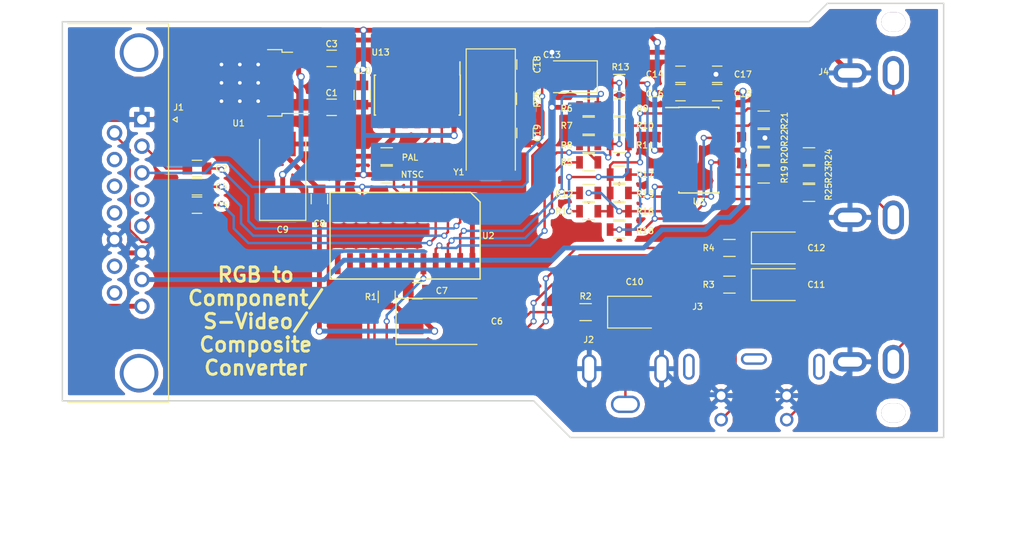
<source format=kicad_pcb>
(kicad_pcb (version 4) (host pcbnew 4.0.7)

  (general
    (links 127)
    (no_connects 1)
    (area 60.45015 73.106799 168.583201 129.078201)
    (thickness 1.6)
    (drawings 11)
    (tracks 506)
    (zones 0)
    (modules 66)
    (nets 60)
  )

  (page USLetter)
  (title_block
    (title "RGB to Component/S-Video/Composite Adapter")
    (date 2018-02-23)
    (company "Scott Alfter")
  )

  (layers
    (0 F.Cu signal)
    (31 B.Cu signal)
    (32 B.Adhes user)
    (33 F.Adhes user)
    (34 B.Paste user)
    (35 F.Paste user)
    (36 B.SilkS user)
    (37 F.SilkS user)
    (38 B.Mask user)
    (39 F.Mask user)
    (40 Dwgs.User user)
    (41 Cmts.User user)
    (42 Eco1.User user)
    (43 Eco2.User user)
    (44 Edge.Cuts user)
    (45 Margin user)
    (46 B.CrtYd user)
    (47 F.CrtYd user)
    (48 B.Fab user)
    (49 F.Fab user hide)
  )

  (setup
    (last_trace_width 0.254)
    (trace_clearance 0.2032)
    (zone_clearance 0.508)
    (zone_45_only no)
    (trace_min 0.2032)
    (segment_width 0.2)
    (edge_width 0.15)
    (via_size 0.635)
    (via_drill 0.381)
    (via_min_size 0.635)
    (via_min_drill 0.381)
    (uvia_size 0.635)
    (uvia_drill 0.381)
    (uvias_allowed no)
    (uvia_min_size 0)
    (uvia_min_drill 0)
    (pcb_text_width 0.3)
    (pcb_text_size 1.5 1.5)
    (mod_edge_width 0.15)
    (mod_text_size 0.635 0.635)
    (mod_text_width 0.1143)
    (pad_size 1.524 1.524)
    (pad_drill 0.762)
    (pad_to_mask_clearance 0.2)
    (aux_axis_origin 0 0)
    (visible_elements FFFEFF7F)
    (pcbplotparams
      (layerselection 0x210e8_80000001)
      (usegerberextensions true)
      (excludeedgelayer true)
      (linewidth 0.100000)
      (plotframeref false)
      (viasonmask false)
      (mode 1)
      (useauxorigin false)
      (hpglpennumber 1)
      (hpglpenspeed 20)
      (hpglpendiameter 15)
      (hpglpenoverlay 2)
      (psnegative false)
      (psa4output false)
      (plotreference true)
      (plotvalue true)
      (plotinvisibletext false)
      (padsonsilk false)
      (subtractmaskfromsilk false)
      (outputformat 1)
      (mirror false)
      (drillshape 0)
      (scaleselection 1)
      (outputdirectory ""))
  )

  (net 0 "")
  (net 1 GND)
  (net 2 "Net-(C2-Pad1)")
  (net 3 "Net-(C2-Pad2)")
  (net 4 VCC)
  (net 5 "Net-(C4-Pad1)")
  (net 6 "Net-(C4-Pad2)")
  (net 7 "Net-(C5-Pad1)")
  (net 8 "Net-(C5-Pad2)")
  (net 9 "Net-(C10-Pad1)")
  (net 10 "Net-(C10-Pad2)")
  (net 11 "Net-(C11-Pad1)")
  (net 12 "Net-(C11-Pad2)")
  (net 13 "Net-(C12-Pad1)")
  (net 14 "Net-(C12-Pad2)")
  (net 15 "Net-(C13-Pad1)")
  (net 16 /rgb2component/Sync)
  (net 17 VEE)
  (net 18 "Net-(J1-Pad4)")
  (net 19 "Net-(J1-Pad10)")
  (net 20 "Net-(J1-Pad11)")
  (net 21 "Net-(J1-Pad12)")
  (net 22 "Net-(J1-Pad14)")
  (net 23 "Net-(J1-Pad15)")
  (net 24 "Net-(J4-Pad3)")
  (net 25 "Net-(J4-Pad1)")
  (net 26 "Net-(J4-Pad5)")
  (net 27 "Net-(R1-Pad2)")
  (net 28 "Net-(R2-Pad1)")
  (net 29 "Net-(R3-Pad1)")
  (net 30 "Net-(R4-Pad1)")
  (net 31 /rgb2component/Green)
  (net 32 /rgb2component/Red)
  (net 33 /rgb2component/Blue)
  (net 34 "Net-(R10-Pad1)")
  (net 35 "Net-(R12-Pad2)")
  (net 36 "Net-(R13-Pad2)")
  (net 37 "Net-(R14-Pad1)")
  (net 38 "Net-(R17-Pad2)")
  (net 39 "Net-(R18-Pad1)")
  (net 40 "Net-(R19-Pad1)")
  (net 41 "Net-(R19-Pad2)")
  (net 42 "Net-(R21-Pad1)")
  (net 43 "Net-(R21-Pad2)")
  (net 44 "Net-(U2-Pad5)")
  (net 45 "Net-(U2-Pad18)")
  (net 46 "Net-(U2-Pad8)")
  (net 47 "Net-(U2-Pad9)")
  (net 48 "Net-(U2-Pad14)")
  (net 49 "Net-(U2-Pad11)")
  (net 50 "Net-(U2-Pad13)")
  (net 51 /+12V)
  (net 52 /oscillator/XOUT)
  (net 53 "Net-(C18-Pad1)")
  (net 54 "Net-(C19-Pad2)")
  (net 55 "Net-(JP1-Pad2)")
  (net 56 "Net-(U13-Pad4)")
  (net 57 "Net-(U13-Pad6)")
  (net 58 "Net-(U13-Pad8)")
  (net 59 "Net-(U13-Pad10)")

  (net_class Default "This is the default net class."
    (clearance 0.2032)
    (trace_width 0.254)
    (via_dia 0.635)
    (via_drill 0.381)
    (uvia_dia 0.635)
    (uvia_drill 0.381)
    (add_net /oscillator/XOUT)
    (add_net /rgb2component/Blue)
    (add_net /rgb2component/Green)
    (add_net /rgb2component/Red)
    (add_net /rgb2component/Sync)
    (add_net "Net-(C10-Pad1)")
    (add_net "Net-(C10-Pad2)")
    (add_net "Net-(C11-Pad1)")
    (add_net "Net-(C11-Pad2)")
    (add_net "Net-(C12-Pad1)")
    (add_net "Net-(C12-Pad2)")
    (add_net "Net-(C13-Pad1)")
    (add_net "Net-(C18-Pad1)")
    (add_net "Net-(C19-Pad2)")
    (add_net "Net-(C2-Pad1)")
    (add_net "Net-(C2-Pad2)")
    (add_net "Net-(C4-Pad1)")
    (add_net "Net-(C4-Pad2)")
    (add_net "Net-(C5-Pad1)")
    (add_net "Net-(C5-Pad2)")
    (add_net "Net-(J1-Pad10)")
    (add_net "Net-(J1-Pad11)")
    (add_net "Net-(J1-Pad12)")
    (add_net "Net-(J1-Pad14)")
    (add_net "Net-(J1-Pad15)")
    (add_net "Net-(J1-Pad4)")
    (add_net "Net-(J4-Pad1)")
    (add_net "Net-(J4-Pad3)")
    (add_net "Net-(J4-Pad5)")
    (add_net "Net-(JP1-Pad2)")
    (add_net "Net-(R1-Pad2)")
    (add_net "Net-(R10-Pad1)")
    (add_net "Net-(R12-Pad2)")
    (add_net "Net-(R13-Pad2)")
    (add_net "Net-(R14-Pad1)")
    (add_net "Net-(R17-Pad2)")
    (add_net "Net-(R18-Pad1)")
    (add_net "Net-(R19-Pad1)")
    (add_net "Net-(R19-Pad2)")
    (add_net "Net-(R2-Pad1)")
    (add_net "Net-(R21-Pad1)")
    (add_net "Net-(R21-Pad2)")
    (add_net "Net-(R3-Pad1)")
    (add_net "Net-(R4-Pad1)")
    (add_net "Net-(U13-Pad10)")
    (add_net "Net-(U13-Pad4)")
    (add_net "Net-(U13-Pad6)")
    (add_net "Net-(U13-Pad8)")
    (add_net "Net-(U2-Pad11)")
    (add_net "Net-(U2-Pad13)")
    (add_net "Net-(U2-Pad14)")
    (add_net "Net-(U2-Pad18)")
    (add_net "Net-(U2-Pad5)")
    (add_net "Net-(U2-Pad8)")
    (add_net "Net-(U2-Pad9)")
  )

  (net_class Power ""
    (clearance 0.2032)
    (trace_width 0.508)
    (via_dia 0.762)
    (via_drill 0.508)
    (uvia_dia 0.762)
    (uvia_drill 0.508)
    (add_net /+12V)
    (add_net GND)
    (add_net VCC)
    (add_net VEE)
  )

  (module TO_SOT_Packages_SMD:TO-252-2 (layer F.Cu) (tedit 5A93175A) (tstamp 5A90EC02)
    (at 88.9 81.915 180)
    (descr "TO-252 / DPAK SMD package, http://www.infineon.com/cms/en/product/packages/PG-TO252/PG-TO252-3-1/")
    (tags "DPAK TO-252 DPAK-3 TO-252-3 SOT-428")
    (path /5A8FA5BA)
    (attr smd)
    (fp_text reference U1 (at 2.032 -4.191 180) (layer F.SilkS)
      (effects (font (size 0.635 0.635) (thickness 0.1143)))
    )
    (fp_text value L7805 (at 0 4.5 180) (layer F.Fab)
      (effects (font (size 0.635 0.635) (thickness 0.1143)))
    )
    (fp_line (start 3.95 -2.7) (end 4.95 -2.7) (layer F.Fab) (width 0.1))
    (fp_line (start 4.95 -2.7) (end 4.95 2.7) (layer F.Fab) (width 0.1))
    (fp_line (start 4.95 2.7) (end 3.95 2.7) (layer F.Fab) (width 0.1))
    (fp_line (start 3.95 -3.25) (end 3.95 3.25) (layer F.Fab) (width 0.1))
    (fp_line (start 3.95 3.25) (end -2.27 3.25) (layer F.Fab) (width 0.1))
    (fp_line (start -2.27 3.25) (end -2.27 -2.25) (layer F.Fab) (width 0.1))
    (fp_line (start -2.27 -2.25) (end -1.27 -3.25) (layer F.Fab) (width 0.1))
    (fp_line (start -1.27 -3.25) (end 3.95 -3.25) (layer F.Fab) (width 0.1))
    (fp_line (start -1.865 -2.655) (end -4.97 -2.655) (layer F.Fab) (width 0.1))
    (fp_line (start -4.97 -2.655) (end -4.97 -1.905) (layer F.Fab) (width 0.1))
    (fp_line (start -4.97 -1.905) (end -2.27 -1.905) (layer F.Fab) (width 0.1))
    (fp_line (start -2.27 1.905) (end -4.97 1.905) (layer F.Fab) (width 0.1))
    (fp_line (start -4.97 1.905) (end -4.97 2.655) (layer F.Fab) (width 0.1))
    (fp_line (start -4.97 2.655) (end -2.27 2.655) (layer F.Fab) (width 0.1))
    (fp_line (start -0.97 -3.45) (end -2.47 -3.45) (layer F.SilkS) (width 0.12))
    (fp_line (start -2.47 -3.45) (end -2.47 -3.18) (layer F.SilkS) (width 0.12))
    (fp_line (start -2.47 -3.18) (end -5.3 -3.18) (layer F.SilkS) (width 0.12))
    (fp_line (start -0.97 3.45) (end -2.47 3.45) (layer F.SilkS) (width 0.12))
    (fp_line (start -2.47 3.45) (end -2.47 3.18) (layer F.SilkS) (width 0.12))
    (fp_line (start -2.47 3.18) (end -3.57 3.18) (layer F.SilkS) (width 0.12))
    (fp_line (start -5.55 -3.5) (end -5.55 3.5) (layer F.CrtYd) (width 0.05))
    (fp_line (start -5.55 3.5) (end 5.55 3.5) (layer F.CrtYd) (width 0.05))
    (fp_line (start 5.55 3.5) (end 5.55 -3.5) (layer F.CrtYd) (width 0.05))
    (fp_line (start 5.55 -3.5) (end -5.55 -3.5) (layer F.CrtYd) (width 0.05))
    (fp_text user %R (at 0 0 180) (layer F.Fab)
      (effects (font (size 0.635 0.635) (thickness 0.1143)))
    )
    (pad 2 smd rect (at 2.1 0 180) (size 6.4 5.8) (layers B.Cu)
      (net 1 GND) (zone_connect 2))
    (pad 1 smd rect (at -4.2 -2.28 180) (size 2.2 1.2) (layers F.Cu F.Paste F.Mask)
      (net 51 /+12V))
    (pad 3 smd rect (at -4.2 2.28 180) (size 2.2 1.2) (layers F.Cu F.Paste F.Mask)
      (net 4 VCC))
    (pad 2 smd rect (at 2.1 0 180) (size 6.4 5.8) (layers F.Cu F.Mask)
      (net 1 GND))
    (pad 2 smd rect (at 3.775 1.525 180) (size 3.05 2.75) (layers F.Cu F.Paste)
      (net 1 GND))
    (pad 2 smd rect (at 0.425 -1.525 180) (size 3.05 2.75) (layers F.Cu F.Paste)
      (net 1 GND))
    (pad 2 smd rect (at 3.775 -1.525 180) (size 3.05 2.75) (layers F.Cu F.Paste)
      (net 1 GND))
    (pad 2 smd rect (at 0.425 1.525 180) (size 3.05 2.75) (layers F.Cu F.Paste)
      (net 1 GND))
    (model ${KISYS3DMOD}/TO_SOT_Packages_SMD.3dshapes/TO-252-2.wrl
      (at (xyz 0 0 0))
      (scale (xyz 1 1 1))
      (rotate (xyz 0 0 0))
    )
  )

  (module Capacitors_Tantalum_SMD:CP_Tantalum_Case-V_EIA-7343-20_Reflow (layer F.Cu) (tedit 5A93129D) (tstamp 5A90E8E6)
    (at 107.95 106.68)
    (descr "Tantalum capacitor, Case V, EIA 7343-20, 7.3x4.3x2.0mm, Reflow soldering footprint")
    (tags "capacitor tantalum smd")
    (path /5A8FCE52)
    (attr smd)
    (fp_text reference C6 (at 5.715 0) (layer F.SilkS)
      (effects (font (size 0.635 0.635) (thickness 0.1143)))
    )
    (fp_text value 470u (at 0 3.9) (layer F.Fab)
      (effects (font (size 0.635 0.635) (thickness 0.1143)))
    )
    (fp_text user %R (at 0 0) (layer F.Fab)
      (effects (font (size 0.635 0.635) (thickness 0.1143)))
    )
    (fp_line (start -4.85 -2.5) (end -4.85 2.5) (layer F.CrtYd) (width 0.05))
    (fp_line (start -4.85 2.5) (end 4.85 2.5) (layer F.CrtYd) (width 0.05))
    (fp_line (start 4.85 2.5) (end 4.85 -2.5) (layer F.CrtYd) (width 0.05))
    (fp_line (start 4.85 -2.5) (end -4.85 -2.5) (layer F.CrtYd) (width 0.05))
    (fp_line (start -3.65 -2.15) (end -3.65 2.15) (layer F.Fab) (width 0.1))
    (fp_line (start -3.65 2.15) (end 3.65 2.15) (layer F.Fab) (width 0.1))
    (fp_line (start 3.65 2.15) (end 3.65 -2.15) (layer F.Fab) (width 0.1))
    (fp_line (start 3.65 -2.15) (end -3.65 -2.15) (layer F.Fab) (width 0.1))
    (fp_line (start -2.92 -2.15) (end -2.92 2.15) (layer F.Fab) (width 0.1))
    (fp_line (start -2.555 -2.15) (end -2.555 2.15) (layer F.Fab) (width 0.1))
    (fp_line (start -4.75 -2.4) (end 3.65 -2.4) (layer F.SilkS) (width 0.12))
    (fp_line (start -4.75 2.4) (end 3.65 2.4) (layer F.SilkS) (width 0.12))
    (fp_line (start -4.75 -2.4) (end -4.75 2.4) (layer F.SilkS) (width 0.12))
    (pad 1 smd rect (at -3.175 0) (size 2.55 2.7) (layers F.Cu F.Paste F.Mask)
      (net 4 VCC))
    (pad 2 smd rect (at 3.175 0) (size 2.55 2.7) (layers F.Cu F.Paste F.Mask)
      (net 1 GND))
    (model Capacitors_Tantalum_SMD.3dshapes/CP_Tantalum_Case-V_EIA-7343-20.wrl
      (at (xyz 0 0 0))
      (scale (xyz 1 1 1))
      (rotate (xyz 0 0 0))
    )
  )

  (module Capacitors_SMD:C_0805 (layer F.Cu) (tedit 5A9318FE) (tstamp 5A90E88E)
    (at 96.52 84.455)
    (descr "Capacitor SMD 0805, reflow soldering, AVX (see smccp.pdf)")
    (tags "capacitor 0805")
    (path /5A8FA68B)
    (attr smd)
    (fp_text reference C1 (at 0 -1.5) (layer F.SilkS)
      (effects (font (size 0.635 0.635) (thickness 0.1143)))
    )
    (fp_text value 0.1u (at 0 1.75) (layer F.Fab)
      (effects (font (size 0.635 0.635) (thickness 0.1143)))
    )
    (fp_text user %R (at 0 0.127) (layer F.Fab)
      (effects (font (size 0.635 0.635) (thickness 0.1143)))
    )
    (fp_line (start -1 0.62) (end -1 -0.62) (layer F.Fab) (width 0.1))
    (fp_line (start 1 0.62) (end -1 0.62) (layer F.Fab) (width 0.1))
    (fp_line (start 1 -0.62) (end 1 0.62) (layer F.Fab) (width 0.1))
    (fp_line (start -1 -0.62) (end 1 -0.62) (layer F.Fab) (width 0.1))
    (fp_line (start 0.5 -0.85) (end -0.5 -0.85) (layer F.SilkS) (width 0.12))
    (fp_line (start -0.5 0.85) (end 0.5 0.85) (layer F.SilkS) (width 0.12))
    (fp_line (start -1.75 -0.88) (end 1.75 -0.88) (layer F.CrtYd) (width 0.05))
    (fp_line (start -1.75 -0.88) (end -1.75 0.87) (layer F.CrtYd) (width 0.05))
    (fp_line (start 1.75 0.87) (end 1.75 -0.88) (layer F.CrtYd) (width 0.05))
    (fp_line (start 1.75 0.87) (end -1.75 0.87) (layer F.CrtYd) (width 0.05))
    (pad 1 smd rect (at -1 0) (size 1 1.25) (layers F.Cu F.Paste F.Mask)
      (net 51 /+12V))
    (pad 2 smd rect (at 1 0) (size 1 1.25) (layers F.Cu F.Paste F.Mask)
      (net 1 GND))
    (model Capacitors_SMD.3dshapes/C_0805.wrl
      (at (xyz 0 0 0))
      (scale (xyz 1 1 1))
      (rotate (xyz 0 0 0))
    )
  )

  (module Capacitors_SMD:C_0805 (layer F.Cu) (tedit 5A9318A1) (tstamp 5A90E89F)
    (at 82.55 90.805)
    (descr "Capacitor SMD 0805, reflow soldering, AVX (see smccp.pdf)")
    (tags "capacitor 0805")
    (path /5A8F9FD5)
    (attr smd)
    (fp_text reference C2 (at 2.54 0) (layer F.SilkS)
      (effects (font (size 0.635 0.635) (thickness 0.1143)))
    )
    (fp_text value 0.1u (at 0 1.75) (layer F.Fab)
      (effects (font (size 0.635 0.635) (thickness 0.1143)))
    )
    (fp_text user %R (at 0 0.127) (layer F.Fab)
      (effects (font (size 0.635 0.635) (thickness 0.1143)))
    )
    (fp_line (start -1 0.62) (end -1 -0.62) (layer F.Fab) (width 0.1))
    (fp_line (start 1 0.62) (end -1 0.62) (layer F.Fab) (width 0.1))
    (fp_line (start 1 -0.62) (end 1 0.62) (layer F.Fab) (width 0.1))
    (fp_line (start -1 -0.62) (end 1 -0.62) (layer F.Fab) (width 0.1))
    (fp_line (start 0.5 -0.85) (end -0.5 -0.85) (layer F.SilkS) (width 0.12))
    (fp_line (start -0.5 0.85) (end 0.5 0.85) (layer F.SilkS) (width 0.12))
    (fp_line (start -1.75 -0.88) (end 1.75 -0.88) (layer F.CrtYd) (width 0.05))
    (fp_line (start -1.75 -0.88) (end -1.75 0.87) (layer F.CrtYd) (width 0.05))
    (fp_line (start 1.75 0.87) (end 1.75 -0.88) (layer F.CrtYd) (width 0.05))
    (fp_line (start 1.75 0.87) (end -1.75 0.87) (layer F.CrtYd) (width 0.05))
    (pad 1 smd rect (at -1 0) (size 1 1.25) (layers F.Cu F.Paste F.Mask)
      (net 2 "Net-(C2-Pad1)"))
    (pad 2 smd rect (at 1 0) (size 1 1.25) (layers F.Cu F.Paste F.Mask)
      (net 3 "Net-(C2-Pad2)"))
    (model Capacitors_SMD.3dshapes/C_0805.wrl
      (at (xyz 0 0 0))
      (scale (xyz 1 1 1))
      (rotate (xyz 0 0 0))
    )
  )

  (module Capacitors_SMD:C_0805 (layer F.Cu) (tedit 5A931904) (tstamp 5A90E8B0)
    (at 96.52 79.375)
    (descr "Capacitor SMD 0805, reflow soldering, AVX (see smccp.pdf)")
    (tags "capacitor 0805")
    (path /5A8FA724)
    (attr smd)
    (fp_text reference C3 (at 0 -1.5) (layer F.SilkS)
      (effects (font (size 0.635 0.635) (thickness 0.1143)))
    )
    (fp_text value 1u (at 0 1.75) (layer F.Fab)
      (effects (font (size 0.635 0.635) (thickness 0.1143)))
    )
    (fp_text user %R (at 0 0.127) (layer F.Fab)
      (effects (font (size 0.635 0.635) (thickness 0.1143)))
    )
    (fp_line (start -1 0.62) (end -1 -0.62) (layer F.Fab) (width 0.1))
    (fp_line (start 1 0.62) (end -1 0.62) (layer F.Fab) (width 0.1))
    (fp_line (start 1 -0.62) (end 1 0.62) (layer F.Fab) (width 0.1))
    (fp_line (start -1 -0.62) (end 1 -0.62) (layer F.Fab) (width 0.1))
    (fp_line (start 0.5 -0.85) (end -0.5 -0.85) (layer F.SilkS) (width 0.12))
    (fp_line (start -0.5 0.85) (end 0.5 0.85) (layer F.SilkS) (width 0.12))
    (fp_line (start -1.75 -0.88) (end 1.75 -0.88) (layer F.CrtYd) (width 0.05))
    (fp_line (start -1.75 -0.88) (end -1.75 0.87) (layer F.CrtYd) (width 0.05))
    (fp_line (start 1.75 0.87) (end 1.75 -0.88) (layer F.CrtYd) (width 0.05))
    (fp_line (start 1.75 0.87) (end -1.75 0.87) (layer F.CrtYd) (width 0.05))
    (pad 1 smd rect (at -1 0) (size 1 1.25) (layers F.Cu F.Paste F.Mask)
      (net 4 VCC))
    (pad 2 smd rect (at 1 0) (size 1 1.25) (layers F.Cu F.Paste F.Mask)
      (net 1 GND))
    (model Capacitors_SMD.3dshapes/C_0805.wrl
      (at (xyz 0 0 0))
      (scale (xyz 1 1 1))
      (rotate (xyz 0 0 0))
    )
  )

  (module Capacitors_SMD:C_0805 (layer F.Cu) (tedit 5A93189F) (tstamp 5A90E8C1)
    (at 82.55 92.71)
    (descr "Capacitor SMD 0805, reflow soldering, AVX (see smccp.pdf)")
    (tags "capacitor 0805")
    (path /5A8FA149)
    (attr smd)
    (fp_text reference C4 (at 2.54 0) (layer F.SilkS)
      (effects (font (size 0.635 0.635) (thickness 0.1143)))
    )
    (fp_text value 0.1u (at 0 1.75) (layer F.Fab)
      (effects (font (size 0.635 0.635) (thickness 0.1143)))
    )
    (fp_text user %R (at 0 0) (layer F.Fab)
      (effects (font (size 0.635 0.635) (thickness 0.1143)))
    )
    (fp_line (start -1 0.62) (end -1 -0.62) (layer F.Fab) (width 0.1))
    (fp_line (start 1 0.62) (end -1 0.62) (layer F.Fab) (width 0.1))
    (fp_line (start 1 -0.62) (end 1 0.62) (layer F.Fab) (width 0.1))
    (fp_line (start -1 -0.62) (end 1 -0.62) (layer F.Fab) (width 0.1))
    (fp_line (start 0.5 -0.85) (end -0.5 -0.85) (layer F.SilkS) (width 0.12))
    (fp_line (start -0.5 0.85) (end 0.5 0.85) (layer F.SilkS) (width 0.12))
    (fp_line (start -1.75 -0.88) (end 1.75 -0.88) (layer F.CrtYd) (width 0.05))
    (fp_line (start -1.75 -0.88) (end -1.75 0.87) (layer F.CrtYd) (width 0.05))
    (fp_line (start 1.75 0.87) (end 1.75 -0.88) (layer F.CrtYd) (width 0.05))
    (fp_line (start 1.75 0.87) (end -1.75 0.87) (layer F.CrtYd) (width 0.05))
    (pad 1 smd rect (at -1 0) (size 1 1.25) (layers F.Cu F.Paste F.Mask)
      (net 5 "Net-(C4-Pad1)"))
    (pad 2 smd rect (at 1 0) (size 1 1.25) (layers F.Cu F.Paste F.Mask)
      (net 6 "Net-(C4-Pad2)"))
    (model Capacitors_SMD.3dshapes/C_0805.wrl
      (at (xyz 0 0 0))
      (scale (xyz 1 1 1))
      (rotate (xyz 0 0 0))
    )
  )

  (module Capacitors_SMD:C_0805 (layer F.Cu) (tedit 5A93189B) (tstamp 5A90E8D2)
    (at 82.55 94.615)
    (descr "Capacitor SMD 0805, reflow soldering, AVX (see smccp.pdf)")
    (tags "capacitor 0805")
    (path /5A8FA239)
    (attr smd)
    (fp_text reference C5 (at 2.54 0) (layer F.SilkS)
      (effects (font (size 0.635 0.635) (thickness 0.1143)))
    )
    (fp_text value 0.1u (at 0 1.75) (layer F.Fab)
      (effects (font (size 0.635 0.635) (thickness 0.1143)))
    )
    (fp_text user %R (at 0 0.127) (layer F.Fab)
      (effects (font (size 0.635 0.635) (thickness 0.1143)))
    )
    (fp_line (start -1 0.62) (end -1 -0.62) (layer F.Fab) (width 0.1))
    (fp_line (start 1 0.62) (end -1 0.62) (layer F.Fab) (width 0.1))
    (fp_line (start 1 -0.62) (end 1 0.62) (layer F.Fab) (width 0.1))
    (fp_line (start -1 -0.62) (end 1 -0.62) (layer F.Fab) (width 0.1))
    (fp_line (start 0.5 -0.85) (end -0.5 -0.85) (layer F.SilkS) (width 0.12))
    (fp_line (start -0.5 0.85) (end 0.5 0.85) (layer F.SilkS) (width 0.12))
    (fp_line (start -1.75 -0.88) (end 1.75 -0.88) (layer F.CrtYd) (width 0.05))
    (fp_line (start -1.75 -0.88) (end -1.75 0.87) (layer F.CrtYd) (width 0.05))
    (fp_line (start 1.75 0.87) (end 1.75 -0.88) (layer F.CrtYd) (width 0.05))
    (fp_line (start 1.75 0.87) (end -1.75 0.87) (layer F.CrtYd) (width 0.05))
    (pad 1 smd rect (at -1 0) (size 1 1.25) (layers F.Cu F.Paste F.Mask)
      (net 7 "Net-(C5-Pad1)"))
    (pad 2 smd rect (at 1 0) (size 1 1.25) (layers F.Cu F.Paste F.Mask)
      (net 8 "Net-(C5-Pad2)"))
    (model Capacitors_SMD.3dshapes/C_0805.wrl
      (at (xyz 0 0 0))
      (scale (xyz 1 1 1))
      (rotate (xyz 0 0 0))
    )
  )

  (module Capacitors_SMD:C_0805 (layer F.Cu) (tedit 5A9318AD) (tstamp 5A90E8F7)
    (at 105.41 103.505)
    (descr "Capacitor SMD 0805, reflow soldering, AVX (see smccp.pdf)")
    (tags "capacitor 0805")
    (path /5A8FCD09)
    (attr smd)
    (fp_text reference C7 (at 2.54 0) (layer F.SilkS)
      (effects (font (size 0.635 0.635) (thickness 0.1143)))
    )
    (fp_text value 0.01u (at 0 1.75) (layer F.Fab)
      (effects (font (size 0.635 0.635) (thickness 0.1143)))
    )
    (fp_text user %R (at 0 0.127) (layer F.Fab)
      (effects (font (size 0.635 0.635) (thickness 0.1143)))
    )
    (fp_line (start -1 0.62) (end -1 -0.62) (layer F.Fab) (width 0.1))
    (fp_line (start 1 0.62) (end -1 0.62) (layer F.Fab) (width 0.1))
    (fp_line (start 1 -0.62) (end 1 0.62) (layer F.Fab) (width 0.1))
    (fp_line (start -1 -0.62) (end 1 -0.62) (layer F.Fab) (width 0.1))
    (fp_line (start 0.5 -0.85) (end -0.5 -0.85) (layer F.SilkS) (width 0.12))
    (fp_line (start -0.5 0.85) (end 0.5 0.85) (layer F.SilkS) (width 0.12))
    (fp_line (start -1.75 -0.88) (end 1.75 -0.88) (layer F.CrtYd) (width 0.05))
    (fp_line (start -1.75 -0.88) (end -1.75 0.87) (layer F.CrtYd) (width 0.05))
    (fp_line (start 1.75 0.87) (end 1.75 -0.88) (layer F.CrtYd) (width 0.05))
    (fp_line (start 1.75 0.87) (end -1.75 0.87) (layer F.CrtYd) (width 0.05))
    (pad 1 smd rect (at -1 0) (size 1 1.25) (layers F.Cu F.Paste F.Mask)
      (net 4 VCC))
    (pad 2 smd rect (at 1 0) (size 1 1.25) (layers F.Cu F.Paste F.Mask)
      (net 1 GND))
    (model Capacitors_SMD.3dshapes/C_0805.wrl
      (at (xyz 0 0 0))
      (scale (xyz 1 1 1))
      (rotate (xyz 0 0 0))
    )
  )

  (module Capacitors_SMD:C_0805 (layer F.Cu) (tedit 5A9318A4) (tstamp 5A90E908)
    (at 95.25 93.98 90)
    (descr "Capacitor SMD 0805, reflow soldering, AVX (see smccp.pdf)")
    (tags "capacitor 0805")
    (path /5A8FD0F2)
    (attr smd)
    (fp_text reference C8 (at -2.54 0 180) (layer F.SilkS)
      (effects (font (size 0.635 0.635) (thickness 0.1143)))
    )
    (fp_text value 0.01u (at 0 1.75 90) (layer F.Fab)
      (effects (font (size 0.635 0.635) (thickness 0.1143)))
    )
    (fp_text user %R (at 0 0 90) (layer F.Fab)
      (effects (font (size 0.635 0.635) (thickness 0.1143)))
    )
    (fp_line (start -1 0.62) (end -1 -0.62) (layer F.Fab) (width 0.1))
    (fp_line (start 1 0.62) (end -1 0.62) (layer F.Fab) (width 0.1))
    (fp_line (start 1 -0.62) (end 1 0.62) (layer F.Fab) (width 0.1))
    (fp_line (start -1 -0.62) (end 1 -0.62) (layer F.Fab) (width 0.1))
    (fp_line (start 0.5 -0.85) (end -0.5 -0.85) (layer F.SilkS) (width 0.12))
    (fp_line (start -0.5 0.85) (end 0.5 0.85) (layer F.SilkS) (width 0.12))
    (fp_line (start -1.75 -0.88) (end 1.75 -0.88) (layer F.CrtYd) (width 0.05))
    (fp_line (start -1.75 -0.88) (end -1.75 0.87) (layer F.CrtYd) (width 0.05))
    (fp_line (start 1.75 0.87) (end 1.75 -0.88) (layer F.CrtYd) (width 0.05))
    (fp_line (start 1.75 0.87) (end -1.75 0.87) (layer F.CrtYd) (width 0.05))
    (pad 1 smd rect (at -1 0 90) (size 1 1.25) (layers F.Cu F.Paste F.Mask)
      (net 4 VCC))
    (pad 2 smd rect (at 1 0 90) (size 1 1.25) (layers F.Cu F.Paste F.Mask)
      (net 1 GND))
    (model Capacitors_SMD.3dshapes/C_0805.wrl
      (at (xyz 0 0 0))
      (scale (xyz 1 1 1))
      (rotate (xyz 0 0 0))
    )
  )

  (module Capacitors_Tantalum_SMD:CP_Tantalum_Case-V_EIA-7343-20_Reflow (layer F.Cu) (tedit 5A9314B7) (tstamp 5A90E91C)
    (at 91.44 91.44 90)
    (descr "Tantalum capacitor, Case V, EIA 7343-20, 7.3x4.3x2.0mm, Reflow soldering footprint")
    (tags "capacitor tantalum smd")
    (path /5A8FD13D)
    (attr smd)
    (fp_text reference C9 (at -5.715 0 180) (layer F.SilkS)
      (effects (font (size 0.635 0.635) (thickness 0.1143)))
    )
    (fp_text value 470u (at 0 3.9 90) (layer F.Fab)
      (effects (font (size 0.635 0.635) (thickness 0.1143)))
    )
    (fp_text user %R (at 0 0 90) (layer F.Fab)
      (effects (font (size 0.635 0.635) (thickness 0.1143)))
    )
    (fp_line (start -4.85 -2.5) (end -4.85 2.5) (layer F.CrtYd) (width 0.05))
    (fp_line (start -4.85 2.5) (end 4.85 2.5) (layer F.CrtYd) (width 0.05))
    (fp_line (start 4.85 2.5) (end 4.85 -2.5) (layer F.CrtYd) (width 0.05))
    (fp_line (start 4.85 -2.5) (end -4.85 -2.5) (layer F.CrtYd) (width 0.05))
    (fp_line (start -3.65 -2.15) (end -3.65 2.15) (layer F.Fab) (width 0.1))
    (fp_line (start -3.65 2.15) (end 3.65 2.15) (layer F.Fab) (width 0.1))
    (fp_line (start 3.65 2.15) (end 3.65 -2.15) (layer F.Fab) (width 0.1))
    (fp_line (start 3.65 -2.15) (end -3.65 -2.15) (layer F.Fab) (width 0.1))
    (fp_line (start -2.92 -2.15) (end -2.92 2.15) (layer F.Fab) (width 0.1))
    (fp_line (start -2.555 -2.15) (end -2.555 2.15) (layer F.Fab) (width 0.1))
    (fp_line (start -4.75 -2.4) (end 3.65 -2.4) (layer F.SilkS) (width 0.12))
    (fp_line (start -4.75 2.4) (end 3.65 2.4) (layer F.SilkS) (width 0.12))
    (fp_line (start -4.75 -2.4) (end -4.75 2.4) (layer F.SilkS) (width 0.12))
    (pad 1 smd rect (at -3.175 0 90) (size 2.55 2.7) (layers F.Cu F.Paste F.Mask)
      (net 4 VCC))
    (pad 2 smd rect (at 3.175 0 90) (size 2.55 2.7) (layers F.Cu F.Paste F.Mask)
      (net 1 GND))
    (model Capacitors_Tantalum_SMD.3dshapes/CP_Tantalum_Case-V_EIA-7343-20.wrl
      (at (xyz 0 0 0))
      (scale (xyz 1 1 1))
      (rotate (xyz 0 0 0))
    )
  )

  (module Capacitors_Tantalum_SMD:CP_Tantalum_Case-T_EIA-3528-12_Reflow (layer F.Cu) (tedit 58CC8C08) (tstamp 5A90E930)
    (at 127.9525 105.7275)
    (descr "Tantalum capacitor, Case T, EIA 3528-12, 3.5x2.8x1.2mm, Reflow soldering footprint")
    (tags "capacitor tantalum smd")
    (path /5A8FE349)
    (attr smd)
    (fp_text reference C10 (at 0 -3.15) (layer F.SilkS)
      (effects (font (size 0.635 0.635) (thickness 0.1143)))
    )
    (fp_text value 220u (at 0 3.15) (layer F.Fab)
      (effects (font (size 0.635 0.635) (thickness 0.1143)))
    )
    (fp_text user %R (at 0 0) (layer F.Fab)
      (effects (font (size 0.635 0.635) (thickness 0.1143)))
    )
    (fp_line (start -2.85 -1.75) (end -2.85 1.75) (layer F.CrtYd) (width 0.05))
    (fp_line (start -2.85 1.75) (end 2.85 1.75) (layer F.CrtYd) (width 0.05))
    (fp_line (start 2.85 1.75) (end 2.85 -1.75) (layer F.CrtYd) (width 0.05))
    (fp_line (start 2.85 -1.75) (end -2.85 -1.75) (layer F.CrtYd) (width 0.05))
    (fp_line (start -1.75 -1.4) (end -1.75 1.4) (layer F.Fab) (width 0.1))
    (fp_line (start -1.75 1.4) (end 1.75 1.4) (layer F.Fab) (width 0.1))
    (fp_line (start 1.75 1.4) (end 1.75 -1.4) (layer F.Fab) (width 0.1))
    (fp_line (start 1.75 -1.4) (end -1.75 -1.4) (layer F.Fab) (width 0.1))
    (fp_line (start -1.4 -1.4) (end -1.4 1.4) (layer F.Fab) (width 0.1))
    (fp_line (start -1.225 -1.4) (end -1.225 1.4) (layer F.Fab) (width 0.1))
    (fp_line (start -2.8 -1.65) (end 1.75 -1.65) (layer F.SilkS) (width 0.12))
    (fp_line (start -2.8 1.65) (end 1.75 1.65) (layer F.SilkS) (width 0.12))
    (fp_line (start -2.8 -1.65) (end -2.8 1.65) (layer F.SilkS) (width 0.12))
    (pad 1 smd rect (at -1.525 0) (size 1.95 2.5) (layers F.Cu F.Paste F.Mask)
      (net 9 "Net-(C10-Pad1)"))
    (pad 2 smd rect (at 1.525 0) (size 1.95 2.5) (layers F.Cu F.Paste F.Mask)
      (net 10 "Net-(C10-Pad2)"))
    (model Capacitors_Tantalum_SMD.3dshapes/CP_Tantalum_Case-T_EIA-3528-12.wrl
      (at (xyz 0 0 0))
      (scale (xyz 1 1 1))
      (rotate (xyz 0 0 0))
    )
  )

  (module Capacitors_Tantalum_SMD:CP_Tantalum_Case-T_EIA-3528-12_Reflow (layer F.Cu) (tedit 5A93149F) (tstamp 5A90E944)
    (at 142.875 102.87)
    (descr "Tantalum capacitor, Case T, EIA 3528-12, 3.5x2.8x1.2mm, Reflow soldering footprint")
    (tags "capacitor tantalum smd")
    (path /5A8FC7C9)
    (attr smd)
    (fp_text reference C11 (at 3.937 0) (layer F.SilkS)
      (effects (font (size 0.635 0.635) (thickness 0.1143)))
    )
    (fp_text value 220u (at 0 3.15) (layer F.Fab)
      (effects (font (size 0.635 0.635) (thickness 0.1143)))
    )
    (fp_text user %R (at 0 0) (layer F.Fab)
      (effects (font (size 0.635 0.635) (thickness 0.1143)))
    )
    (fp_line (start -2.85 -1.75) (end -2.85 1.75) (layer F.CrtYd) (width 0.05))
    (fp_line (start -2.85 1.75) (end 2.85 1.75) (layer F.CrtYd) (width 0.05))
    (fp_line (start 2.85 1.75) (end 2.85 -1.75) (layer F.CrtYd) (width 0.05))
    (fp_line (start 2.85 -1.75) (end -2.85 -1.75) (layer F.CrtYd) (width 0.05))
    (fp_line (start -1.75 -1.4) (end -1.75 1.4) (layer F.Fab) (width 0.1))
    (fp_line (start -1.75 1.4) (end 1.75 1.4) (layer F.Fab) (width 0.1))
    (fp_line (start 1.75 1.4) (end 1.75 -1.4) (layer F.Fab) (width 0.1))
    (fp_line (start 1.75 -1.4) (end -1.75 -1.4) (layer F.Fab) (width 0.1))
    (fp_line (start -1.4 -1.4) (end -1.4 1.4) (layer F.Fab) (width 0.1))
    (fp_line (start -1.225 -1.4) (end -1.225 1.4) (layer F.Fab) (width 0.1))
    (fp_line (start -2.8 -1.65) (end 1.75 -1.65) (layer F.SilkS) (width 0.12))
    (fp_line (start -2.8 1.65) (end 1.75 1.65) (layer F.SilkS) (width 0.12))
    (fp_line (start -2.8 -1.65) (end -2.8 1.65) (layer F.SilkS) (width 0.12))
    (pad 1 smd rect (at -1.525 0) (size 1.95 2.5) (layers F.Cu F.Paste F.Mask)
      (net 11 "Net-(C11-Pad1)"))
    (pad 2 smd rect (at 1.525 0) (size 1.95 2.5) (layers F.Cu F.Paste F.Mask)
      (net 12 "Net-(C11-Pad2)"))
    (model Capacitors_Tantalum_SMD.3dshapes/CP_Tantalum_Case-T_EIA-3528-12.wrl
      (at (xyz 0 0 0))
      (scale (xyz 1 1 1))
      (rotate (xyz 0 0 0))
    )
  )

  (module Capacitors_Tantalum_SMD:CP_Tantalum_Case-T_EIA-3528-12_Reflow (layer F.Cu) (tedit 5A931498) (tstamp 5A90E958)
    (at 142.875 99.06)
    (descr "Tantalum capacitor, Case T, EIA 3528-12, 3.5x2.8x1.2mm, Reflow soldering footprint")
    (tags "capacitor tantalum smd")
    (path /5A8FC8F8)
    (attr smd)
    (fp_text reference C12 (at 3.937 0) (layer F.SilkS)
      (effects (font (size 0.635 0.635) (thickness 0.1143)))
    )
    (fp_text value 220u (at 0 3.15) (layer F.Fab)
      (effects (font (size 0.635 0.635) (thickness 0.1143)))
    )
    (fp_text user %R (at 0 0) (layer F.Fab)
      (effects (font (size 0.635 0.635) (thickness 0.1143)))
    )
    (fp_line (start -2.85 -1.75) (end -2.85 1.75) (layer F.CrtYd) (width 0.05))
    (fp_line (start -2.85 1.75) (end 2.85 1.75) (layer F.CrtYd) (width 0.05))
    (fp_line (start 2.85 1.75) (end 2.85 -1.75) (layer F.CrtYd) (width 0.05))
    (fp_line (start 2.85 -1.75) (end -2.85 -1.75) (layer F.CrtYd) (width 0.05))
    (fp_line (start -1.75 -1.4) (end -1.75 1.4) (layer F.Fab) (width 0.1))
    (fp_line (start -1.75 1.4) (end 1.75 1.4) (layer F.Fab) (width 0.1))
    (fp_line (start 1.75 1.4) (end 1.75 -1.4) (layer F.Fab) (width 0.1))
    (fp_line (start 1.75 -1.4) (end -1.75 -1.4) (layer F.Fab) (width 0.1))
    (fp_line (start -1.4 -1.4) (end -1.4 1.4) (layer F.Fab) (width 0.1))
    (fp_line (start -1.225 -1.4) (end -1.225 1.4) (layer F.Fab) (width 0.1))
    (fp_line (start -2.8 -1.65) (end 1.75 -1.65) (layer F.SilkS) (width 0.12))
    (fp_line (start -2.8 1.65) (end 1.75 1.65) (layer F.SilkS) (width 0.12))
    (fp_line (start -2.8 -1.65) (end -2.8 1.65) (layer F.SilkS) (width 0.12))
    (pad 1 smd rect (at -1.525 0) (size 1.95 2.5) (layers F.Cu F.Paste F.Mask)
      (net 13 "Net-(C12-Pad1)"))
    (pad 2 smd rect (at 1.525 0) (size 1.95 2.5) (layers F.Cu F.Paste F.Mask)
      (net 14 "Net-(C12-Pad2)"))
    (model Capacitors_Tantalum_SMD.3dshapes/CP_Tantalum_Case-T_EIA-3528-12.wrl
      (at (xyz 0 0 0))
      (scale (xyz 1 1 1))
      (rotate (xyz 0 0 0))
    )
  )

  (module Capacitors_Tantalum_SMD:CP_Tantalum_Case-T_EIA-3528-12_Reflow (layer F.Cu) (tedit 5A933667) (tstamp 5A90E96C)
    (at 121.285 81.28 180)
    (descr "Tantalum capacitor, Case T, EIA 3528-12, 3.5x2.8x1.2mm, Reflow soldering footprint")
    (tags "capacitor tantalum smd")
    (path /5A8FE7B6/5A90032F)
    (attr smd)
    (fp_text reference C13 (at 1.905 2.286 180) (layer F.SilkS)
      (effects (font (size 0.635 0.635) (thickness 0.1143)))
    )
    (fp_text value 100u (at 0 3.15 180) (layer F.Fab)
      (effects (font (size 0.635 0.635) (thickness 0.1143)))
    )
    (fp_text user %R (at 0 0 180) (layer F.Fab)
      (effects (font (size 0.635 0.635) (thickness 0.1143)))
    )
    (fp_line (start -2.85 -1.75) (end -2.85 1.75) (layer F.CrtYd) (width 0.05))
    (fp_line (start -2.85 1.75) (end 2.85 1.75) (layer F.CrtYd) (width 0.05))
    (fp_line (start 2.85 1.75) (end 2.85 -1.75) (layer F.CrtYd) (width 0.05))
    (fp_line (start 2.85 -1.75) (end -2.85 -1.75) (layer F.CrtYd) (width 0.05))
    (fp_line (start -1.75 -1.4) (end -1.75 1.4) (layer F.Fab) (width 0.1))
    (fp_line (start -1.75 1.4) (end 1.75 1.4) (layer F.Fab) (width 0.1))
    (fp_line (start 1.75 1.4) (end 1.75 -1.4) (layer F.Fab) (width 0.1))
    (fp_line (start 1.75 -1.4) (end -1.75 -1.4) (layer F.Fab) (width 0.1))
    (fp_line (start -1.4 -1.4) (end -1.4 1.4) (layer F.Fab) (width 0.1))
    (fp_line (start -1.225 -1.4) (end -1.225 1.4) (layer F.Fab) (width 0.1))
    (fp_line (start -2.8 -1.65) (end 1.75 -1.65) (layer F.SilkS) (width 0.12))
    (fp_line (start -2.8 1.65) (end 1.75 1.65) (layer F.SilkS) (width 0.12))
    (fp_line (start -2.8 -1.65) (end -2.8 1.65) (layer F.SilkS) (width 0.12))
    (pad 1 smd rect (at -1.525 0 180) (size 1.95 2.5) (layers F.Cu F.Paste F.Mask)
      (net 15 "Net-(C13-Pad1)"))
    (pad 2 smd rect (at 1.525 0 180) (size 1.95 2.5) (layers F.Cu F.Paste F.Mask)
      (net 16 /rgb2component/Sync))
    (model Capacitors_Tantalum_SMD.3dshapes/CP_Tantalum_Case-T_EIA-3528-12.wrl
      (at (xyz 0 0 0))
      (scale (xyz 1 1 1))
      (rotate (xyz 0 0 0))
    )
  )

  (module Capacitors_SMD:C_0805 (layer F.Cu) (tedit 5A93193E) (tstamp 5A90E97D)
    (at 132.715 81.026)
    (descr "Capacitor SMD 0805, reflow soldering, AVX (see smccp.pdf)")
    (tags "capacitor 0805")
    (path /5A8FE7B6/5A900E2E)
    (attr smd)
    (fp_text reference C14 (at -2.667 0) (layer F.SilkS)
      (effects (font (size 0.635 0.635) (thickness 0.1143)))
    )
    (fp_text value 0.1u (at 0 1.75) (layer F.Fab)
      (effects (font (size 0.635 0.635) (thickness 0.1143)))
    )
    (fp_text user %R (at -0.127 0) (layer F.Fab)
      (effects (font (size 0.635 0.635) (thickness 0.1143)))
    )
    (fp_line (start -1 0.62) (end -1 -0.62) (layer F.Fab) (width 0.1))
    (fp_line (start 1 0.62) (end -1 0.62) (layer F.Fab) (width 0.1))
    (fp_line (start 1 -0.62) (end 1 0.62) (layer F.Fab) (width 0.1))
    (fp_line (start -1 -0.62) (end 1 -0.62) (layer F.Fab) (width 0.1))
    (fp_line (start 0.5 -0.85) (end -0.5 -0.85) (layer F.SilkS) (width 0.12))
    (fp_line (start -0.5 0.85) (end 0.5 0.85) (layer F.SilkS) (width 0.12))
    (fp_line (start -1.75 -0.88) (end 1.75 -0.88) (layer F.CrtYd) (width 0.05))
    (fp_line (start -1.75 -0.88) (end -1.75 0.87) (layer F.CrtYd) (width 0.05))
    (fp_line (start 1.75 0.87) (end 1.75 -0.88) (layer F.CrtYd) (width 0.05))
    (fp_line (start 1.75 0.87) (end -1.75 0.87) (layer F.CrtYd) (width 0.05))
    (pad 1 smd rect (at -1 0) (size 1 1.25) (layers F.Cu F.Paste F.Mask)
      (net 4 VCC))
    (pad 2 smd rect (at 1 0) (size 1 1.25) (layers F.Cu F.Paste F.Mask)
      (net 1 GND))
    (model Capacitors_SMD.3dshapes/C_0805.wrl
      (at (xyz 0 0 0))
      (scale (xyz 1 1 1))
      (rotate (xyz 0 0 0))
    )
  )

  (module Capacitors_SMD:C_0805 (layer F.Cu) (tedit 5A93194E) (tstamp 5A90E98E)
    (at 136.525 82.931)
    (descr "Capacitor SMD 0805, reflow soldering, AVX (see smccp.pdf)")
    (tags "capacitor 0805")
    (path /5A8FE7B6/5A9052CB)
    (attr smd)
    (fp_text reference C15 (at 2.667 0.127) (layer F.SilkS)
      (effects (font (size 0.635 0.635) (thickness 0.1143)))
    )
    (fp_text value 0.1u (at 0 1.75) (layer F.Fab)
      (effects (font (size 0.635 0.635) (thickness 0.1143)))
    )
    (fp_text user %R (at 0.127 -0.127) (layer F.Fab)
      (effects (font (size 0.635 0.635) (thickness 0.1143)))
    )
    (fp_line (start -1 0.62) (end -1 -0.62) (layer F.Fab) (width 0.1))
    (fp_line (start 1 0.62) (end -1 0.62) (layer F.Fab) (width 0.1))
    (fp_line (start 1 -0.62) (end 1 0.62) (layer F.Fab) (width 0.1))
    (fp_line (start -1 -0.62) (end 1 -0.62) (layer F.Fab) (width 0.1))
    (fp_line (start 0.5 -0.85) (end -0.5 -0.85) (layer F.SilkS) (width 0.12))
    (fp_line (start -0.5 0.85) (end 0.5 0.85) (layer F.SilkS) (width 0.12))
    (fp_line (start -1.75 -0.88) (end 1.75 -0.88) (layer F.CrtYd) (width 0.05))
    (fp_line (start -1.75 -0.88) (end -1.75 0.87) (layer F.CrtYd) (width 0.05))
    (fp_line (start 1.75 0.87) (end 1.75 -0.88) (layer F.CrtYd) (width 0.05))
    (fp_line (start 1.75 0.87) (end -1.75 0.87) (layer F.CrtYd) (width 0.05))
    (pad 1 smd rect (at -1 0) (size 1 1.25) (layers F.Cu F.Paste F.Mask)
      (net 1 GND))
    (pad 2 smd rect (at 1 0) (size 1 1.25) (layers F.Cu F.Paste F.Mask)
      (net 17 VEE))
    (model Capacitors_SMD.3dshapes/C_0805.wrl
      (at (xyz 0 0 0))
      (scale (xyz 1 1 1))
      (rotate (xyz 0 0 0))
    )
  )

  (module Capacitors_SMD:C_0805 (layer F.Cu) (tedit 5A931932) (tstamp 5A90E99F)
    (at 132.715 82.931)
    (descr "Capacitor SMD 0805, reflow soldering, AVX (see smccp.pdf)")
    (tags "capacitor 0805")
    (path /5A8FE7B6/5A904E08)
    (attr smd)
    (fp_text reference C16 (at -2.667 0.127) (layer F.SilkS)
      (effects (font (size 0.635 0.635) (thickness 0.1143)))
    )
    (fp_text value 10u (at 0 1.75) (layer F.Fab)
      (effects (font (size 0.635 0.635) (thickness 0.1143)))
    )
    (fp_text user %R (at -0.127 0.127) (layer F.Fab)
      (effects (font (size 0.635 0.635) (thickness 0.1143)))
    )
    (fp_line (start -1 0.62) (end -1 -0.62) (layer F.Fab) (width 0.1))
    (fp_line (start 1 0.62) (end -1 0.62) (layer F.Fab) (width 0.1))
    (fp_line (start 1 -0.62) (end 1 0.62) (layer F.Fab) (width 0.1))
    (fp_line (start -1 -0.62) (end 1 -0.62) (layer F.Fab) (width 0.1))
    (fp_line (start 0.5 -0.85) (end -0.5 -0.85) (layer F.SilkS) (width 0.12))
    (fp_line (start -0.5 0.85) (end 0.5 0.85) (layer F.SilkS) (width 0.12))
    (fp_line (start -1.75 -0.88) (end 1.75 -0.88) (layer F.CrtYd) (width 0.05))
    (fp_line (start -1.75 -0.88) (end -1.75 0.87) (layer F.CrtYd) (width 0.05))
    (fp_line (start 1.75 0.87) (end 1.75 -0.88) (layer F.CrtYd) (width 0.05))
    (fp_line (start 1.75 0.87) (end -1.75 0.87) (layer F.CrtYd) (width 0.05))
    (pad 1 smd rect (at -1 0) (size 1 1.25) (layers F.Cu F.Paste F.Mask)
      (net 4 VCC))
    (pad 2 smd rect (at 1 0) (size 1 1.25) (layers F.Cu F.Paste F.Mask)
      (net 1 GND))
    (model Capacitors_SMD.3dshapes/C_0805.wrl
      (at (xyz 0 0 0))
      (scale (xyz 1 1 1))
      (rotate (xyz 0 0 0))
    )
  )

  (module Capacitors_SMD:C_0805 (layer F.Cu) (tedit 5A931958) (tstamp 5A90E9B0)
    (at 136.525 81.026)
    (descr "Capacitor SMD 0805, reflow soldering, AVX (see smccp.pdf)")
    (tags "capacitor 0805")
    (path /5A8FE7B6/5A905259)
    (attr smd)
    (fp_text reference C17 (at 2.667 0) (layer F.SilkS)
      (effects (font (size 0.635 0.635) (thickness 0.1143)))
    )
    (fp_text value 10u (at 0 1.75) (layer F.Fab)
      (effects (font (size 0.635 0.635) (thickness 0.1143)))
    )
    (fp_text user %R (at 0.127 0) (layer F.Fab)
      (effects (font (size 0.635 0.635) (thickness 0.1143)))
    )
    (fp_line (start -1 0.62) (end -1 -0.62) (layer F.Fab) (width 0.1))
    (fp_line (start 1 0.62) (end -1 0.62) (layer F.Fab) (width 0.1))
    (fp_line (start 1 -0.62) (end 1 0.62) (layer F.Fab) (width 0.1))
    (fp_line (start -1 -0.62) (end 1 -0.62) (layer F.Fab) (width 0.1))
    (fp_line (start 0.5 -0.85) (end -0.5 -0.85) (layer F.SilkS) (width 0.12))
    (fp_line (start -0.5 0.85) (end 0.5 0.85) (layer F.SilkS) (width 0.12))
    (fp_line (start -1.75 -0.88) (end 1.75 -0.88) (layer F.CrtYd) (width 0.05))
    (fp_line (start -1.75 -0.88) (end -1.75 0.87) (layer F.CrtYd) (width 0.05))
    (fp_line (start 1.75 0.87) (end 1.75 -0.88) (layer F.CrtYd) (width 0.05))
    (fp_line (start 1.75 0.87) (end -1.75 0.87) (layer F.CrtYd) (width 0.05))
    (pad 1 smd rect (at -1 0) (size 1 1.25) (layers F.Cu F.Paste F.Mask)
      (net 1 GND))
    (pad 2 smd rect (at 1 0) (size 1 1.25) (layers F.Cu F.Paste F.Mask)
      (net 17 VEE))
    (model Capacitors_SMD.3dshapes/C_0805.wrl
      (at (xyz 0 0 0))
      (scale (xyz 1 1 1))
      (rotate (xyz 0 0 0))
    )
  )

  (module Connectors_DSub:DSUB-15_Male_Horizontal_Pitch2.77x2.84mm_EdgePinOffset4.94mm_Housed_MountingHolesOffset7.48mm (layer F.Cu) (tedit 5A9314BB) (tstamp 5A90E9EA)
    (at 76.835 85.725 270)
    (descr "15-pin D-Sub connector, horizontal/angled (90 deg), THT-mount, male, pitch 2.77x2.84mm, pin-PCB-offset 4.9399999999999995mm, distance of mounting holes 33.3mm, distance of mounting holes to PCB edge 7.4799999999999995mm, see https://disti-assets.s3.amazonaws.com/tonar/files/datasheets/16730.pdf")
    (tags "15-pin D-Sub connector horizontal angled 90deg THT male pitch 2.77x2.84mm pin-PCB-offset 4.9399999999999995mm mounting-holes-distance 33.3mm mounting-hole-offset 33.3mm")
    (path /5A8F9E87)
    (fp_text reference J1 (at -1.27 -3.81 360) (layer F.SilkS)
      (effects (font (size 0.635 0.635) (thickness 0.1143)))
    )
    (fp_text value IIGS_RGB (at 9.695 15.68 270) (layer F.Fab)
      (effects (font (size 0.635 0.635) (thickness 0.1143)))
    )
    (fp_arc (start -6.955 0.3) (end -8.555 0.3) (angle 180) (layer F.Fab) (width 0.1))
    (fp_arc (start 26.345 0.3) (end 24.745 0.3) (angle 180) (layer F.Fab) (width 0.1))
    (fp_line (start -9.905 -2.7) (end -9.905 7.78) (layer F.Fab) (width 0.1))
    (fp_line (start -9.905 7.78) (end 29.295 7.78) (layer F.Fab) (width 0.1))
    (fp_line (start 29.295 7.78) (end 29.295 -2.7) (layer F.Fab) (width 0.1))
    (fp_line (start 29.295 -2.7) (end -9.905 -2.7) (layer F.Fab) (width 0.1))
    (fp_line (start -9.905 7.78) (end -9.905 8.18) (layer F.Fab) (width 0.1))
    (fp_line (start -9.905 8.18) (end 29.295 8.18) (layer F.Fab) (width 0.1))
    (fp_line (start 29.295 8.18) (end 29.295 7.78) (layer F.Fab) (width 0.1))
    (fp_line (start 29.295 7.78) (end -9.905 7.78) (layer F.Fab) (width 0.1))
    (fp_line (start -2.605 8.18) (end -2.605 14.18) (layer F.Fab) (width 0.1))
    (fp_line (start -2.605 14.18) (end 21.995 14.18) (layer F.Fab) (width 0.1))
    (fp_line (start 21.995 14.18) (end 21.995 8.18) (layer F.Fab) (width 0.1))
    (fp_line (start 21.995 8.18) (end -2.605 8.18) (layer F.Fab) (width 0.1))
    (fp_line (start -9.455 8.18) (end -9.455 13.18) (layer F.Fab) (width 0.1))
    (fp_line (start -9.455 13.18) (end -4.455 13.18) (layer F.Fab) (width 0.1))
    (fp_line (start -4.455 13.18) (end -4.455 8.18) (layer F.Fab) (width 0.1))
    (fp_line (start -4.455 8.18) (end -9.455 8.18) (layer F.Fab) (width 0.1))
    (fp_line (start 23.845 8.18) (end 23.845 13.18) (layer F.Fab) (width 0.1))
    (fp_line (start 23.845 13.18) (end 28.845 13.18) (layer F.Fab) (width 0.1))
    (fp_line (start 28.845 13.18) (end 28.845 8.18) (layer F.Fab) (width 0.1))
    (fp_line (start 28.845 8.18) (end 23.845 8.18) (layer F.Fab) (width 0.1))
    (fp_line (start -8.555 7.78) (end -8.555 0.3) (layer F.Fab) (width 0.1))
    (fp_line (start -5.355 7.78) (end -5.355 0.3) (layer F.Fab) (width 0.1))
    (fp_line (start 24.745 7.78) (end 24.745 0.3) (layer F.Fab) (width 0.1))
    (fp_line (start 27.945 7.78) (end 27.945 0.3) (layer F.Fab) (width 0.1))
    (fp_line (start -9.965 7.72) (end -9.965 -2.76) (layer F.SilkS) (width 0.12))
    (fp_line (start -9.965 -2.76) (end 29.355 -2.76) (layer F.SilkS) (width 0.12))
    (fp_line (start 29.355 -2.76) (end 29.355 7.72) (layer F.SilkS) (width 0.12))
    (fp_line (start -0.25 -3.654338) (end 0.25 -3.654338) (layer F.SilkS) (width 0.12))
    (fp_line (start 0.25 -3.654338) (end 0 -3.221325) (layer F.SilkS) (width 0.12))
    (fp_line (start 0 -3.221325) (end -0.25 -3.654338) (layer F.SilkS) (width 0.12))
    (fp_line (start -10.45 -3.25) (end -10.45 14.7) (layer F.CrtYd) (width 0.05))
    (fp_line (start -10.45 14.7) (end 29.8 14.7) (layer F.CrtYd) (width 0.05))
    (fp_line (start 29.8 14.7) (end 29.8 -3.25) (layer F.CrtYd) (width 0.05))
    (fp_line (start 29.8 -3.25) (end -10.45 -3.25) (layer F.CrtYd) (width 0.05))
    (fp_text user %R (at 9.695 11.18 270) (layer F.Fab)
      (effects (font (size 0.635 0.635) (thickness 0.1143)))
    )
    (pad 1 thru_hole rect (at 0 0 270) (size 1.6 1.6) (drill 1) (layers *.Cu *.Mask)
      (net 1 GND))
    (pad 2 thru_hole circle (at 2.77 0 270) (size 1.6 1.6) (drill 1) (layers *.Cu *.Mask)
      (net 2 "Net-(C2-Pad1)"))
    (pad 3 thru_hole circle (at 5.54 0 270) (size 1.6 1.6) (drill 1) (layers *.Cu *.Mask)
      (net 16 /rgb2component/Sync))
    (pad 4 thru_hole circle (at 8.31 0 270) (size 1.6 1.6) (drill 1) (layers *.Cu *.Mask)
      (net 18 "Net-(J1-Pad4)"))
    (pad 5 thru_hole circle (at 11.08 0 270) (size 1.6 1.6) (drill 1) (layers *.Cu *.Mask)
      (net 5 "Net-(C4-Pad1)"))
    (pad 6 thru_hole circle (at 13.85 0 270) (size 1.6 1.6) (drill 1) (layers *.Cu *.Mask)
      (net 1 GND))
    (pad 7 thru_hole circle (at 16.62 0 270) (size 1.6 1.6) (drill 1) (layers *.Cu *.Mask)
      (net 17 VEE))
    (pad 8 thru_hole circle (at 19.39 0 270) (size 1.6 1.6) (drill 1) (layers *.Cu *.Mask)
      (net 51 /+12V))
    (pad 9 thru_hole circle (at 1.385 2.84 270) (size 1.6 1.6) (drill 1) (layers *.Cu *.Mask)
      (net 7 "Net-(C5-Pad1)"))
    (pad 10 thru_hole circle (at 4.155 2.84 270) (size 1.6 1.6) (drill 1) (layers *.Cu *.Mask)
      (net 19 "Net-(J1-Pad10)"))
    (pad 11 thru_hole circle (at 6.925 2.84 270) (size 1.6 1.6) (drill 1) (layers *.Cu *.Mask)
      (net 20 "Net-(J1-Pad11)"))
    (pad 12 thru_hole circle (at 9.695 2.84 270) (size 1.6 1.6) (drill 1) (layers *.Cu *.Mask)
      (net 21 "Net-(J1-Pad12)"))
    (pad 13 thru_hole circle (at 12.465 2.84 270) (size 1.6 1.6) (drill 1) (layers *.Cu *.Mask)
      (net 1 GND))
    (pad 14 thru_hole circle (at 15.235 2.84 270) (size 1.6 1.6) (drill 1) (layers *.Cu *.Mask)
      (net 22 "Net-(J1-Pad14)"))
    (pad 15 thru_hole circle (at 18.005 2.84 270) (size 1.6 1.6) (drill 1) (layers *.Cu *.Mask)
      (net 23 "Net-(J1-Pad15)"))
    (pad 0 thru_hole circle (at -6.955 0.3 270) (size 4 4) (drill 3.2) (layers *.Cu *.Mask))
    (pad 0 thru_hole circle (at 26.345 0.3 270) (size 4 4) (drill 3.2) (layers *.Cu *.Mask))
    (model ${KISYS3DMOD}/Connectors_DSub.3dshapes/DSUB-15_Male_Horizontal_Pitch2.77x2.84mm_EdgePinOffset4.94mm_Housed_MountingHolesOffset7.48mm.wrl
      (at (xyz 0 0 0))
      (scale (xyz 1 1 1))
      (rotate (xyz 0 0 0))
    )
  )

  (module conns:cui-rcj-32xxx (layer F.Cu) (tedit 5A9314C6) (tstamp 5A90EA35)
    (at 154.305 95.885 270)
    (path /5A8FE7B6/5A903F9F)
    (fp_text reference J4 (at -15.113 6.731 360) (layer F.SilkS)
      (effects (font (size 0.635 0.635) (thickness 0.1143)))
    )
    (fp_text value Triple_Coax (at 0 -2.54 270) (layer F.Fab)
      (effects (font (size 0.635 0.635) (thickness 0.1143)))
    )
    (fp_line (start -4.15 -14) (end -4.15 -5.5) (layer F.Fab) (width 0.15))
    (fp_line (start -4.15 -14) (end 4.15 -14) (layer F.Fab) (width 0.15))
    (fp_line (start -22.5 5.75) (end -22.5 -5.5) (layer F.CrtYd) (width 0.15))
    (fp_line (start 22.5 -5.5) (end 22.5 5.75) (layer F.CrtYd) (width 0.15))
    (fp_line (start -22.5 5.75) (end 22.5 5.75) (layer F.CrtYd) (width 0.15))
    (fp_line (start -22.5 -5.5) (end 22.5 -5.5) (layer F.CrtYd) (width 0.15))
    (fp_line (start -22.5 -5.5) (end 22.5 -5.5) (layer F.Fab) (width 0.15))
    (fp_line (start -22.5 5.5) (end -22.5 -5.5) (layer F.Fab) (width 0.15))
    (fp_line (start -22.5 5.5) (end 22.5 5.5) (layer F.Fab) (width 0.15))
    (fp_line (start 22.5 -5.5) (end 22.5 5.5) (layer F.Fab) (width 0.15))
    (fp_line (start 4.15 -14) (end 4.15 -5.5) (layer F.Fab) (width 0.15))
    (fp_line (start 19.15 -14) (end 19.15 -5.5) (layer F.Fab) (width 0.15))
    (fp_line (start 10.85 -14) (end 10.85 -5.5) (layer F.Fab) (width 0.15))
    (fp_line (start 10.85 -14) (end 19.15 -14) (layer F.Fab) (width 0.15))
    (fp_line (start -19.15 -14) (end -10.85 -14) (layer F.Fab) (width 0.15))
    (fp_line (start -10.85 -14) (end -10.85 -5.5) (layer F.Fab) (width 0.15))
    (fp_line (start -19.15 -14) (end -19.15 -5.5) (layer F.Fab) (width 0.15))
    (pad 3 thru_hole oval (at 0 -0.5 270) (size 3.5 2.2) (drill oval 2.5 1.2) (layers *.Cu *.Mask)
      (net 24 "Net-(J4-Pad3)"))
    (pad 1 thru_hole oval (at 15 -0.5 270) (size 3.5 2.2) (drill oval 2.5 1.2) (layers *.Cu *.Mask)
      (net 25 "Net-(J4-Pad1)"))
    (pad 5 thru_hole oval (at -15 -0.5 270) (size 3.5 2.2) (drill oval 2.5 1.2) (layers *.Cu *.Mask)
      (net 26 "Net-(J4-Pad5)"))
    (pad 4 thru_hole oval (at 0 4 270) (size 2 3.5) (drill oval 1 2.5) (layers *.Cu *.Mask)
      (net 1 GND))
    (pad 2 thru_hole oval (at 15 4 270) (size 2 3.5) (drill oval 1 2.5) (layers *.Cu *.Mask)
      (net 1 GND))
    (pad 6 thru_hole oval (at -15 4 270) (size 2 3.5) (drill oval 1 2.5) (layers *.Cu *.Mask)
      (net 1 GND))
    (pad "" thru_hole oval (at -20.3 -0.5 270) (size 2 2.5) (drill oval 2 2.5) (layers *.Cu *.Mask))
    (pad "" thru_hole oval (at 20.3 -0.5 270) (size 2 2.5) (drill oval 2 2.5) (layers *.Cu *.Mask))
  )

  (module Resistors_SMD:R_0805 (layer F.Cu) (tedit 5A9314B4) (tstamp 5A90EA46)
    (at 102.235 104.14 90)
    (descr "Resistor SMD 0805, reflow soldering, Vishay (see dcrcw.pdf)")
    (tags "resistor 0805")
    (path /5A8FBED7)
    (attr smd)
    (fp_text reference R1 (at 0 -1.65 180) (layer F.SilkS)
      (effects (font (size 0.635 0.635) (thickness 0.1143)))
    )
    (fp_text value 3.32k (at 0 1.75 90) (layer F.Fab)
      (effects (font (size 0.635 0.635) (thickness 0.1143)))
    )
    (fp_text user %R (at 0 0 90) (layer F.Fab)
      (effects (font (size 0.635 0.635) (thickness 0.1143)))
    )
    (fp_line (start -1 0.62) (end -1 -0.62) (layer F.Fab) (width 0.1))
    (fp_line (start 1 0.62) (end -1 0.62) (layer F.Fab) (width 0.1))
    (fp_line (start 1 -0.62) (end 1 0.62) (layer F.Fab) (width 0.1))
    (fp_line (start -1 -0.62) (end 1 -0.62) (layer F.Fab) (width 0.1))
    (fp_line (start 0.6 0.88) (end -0.6 0.88) (layer F.SilkS) (width 0.12))
    (fp_line (start -0.6 -0.88) (end 0.6 -0.88) (layer F.SilkS) (width 0.12))
    (fp_line (start -1.55 -0.9) (end 1.55 -0.9) (layer F.CrtYd) (width 0.05))
    (fp_line (start -1.55 -0.9) (end -1.55 0.9) (layer F.CrtYd) (width 0.05))
    (fp_line (start 1.55 0.9) (end 1.55 -0.9) (layer F.CrtYd) (width 0.05))
    (fp_line (start 1.55 0.9) (end -1.55 0.9) (layer F.CrtYd) (width 0.05))
    (pad 1 smd rect (at -0.95 0 90) (size 0.7 1.3) (layers F.Cu F.Paste F.Mask)
      (net 4 VCC))
    (pad 2 smd rect (at 0.95 0 90) (size 0.7 1.3) (layers F.Cu F.Paste F.Mask)
      (net 27 "Net-(R1-Pad2)"))
    (model ${KISYS3DMOD}/Resistors_SMD.3dshapes/R_0805.wrl
      (at (xyz 0 0 0))
      (scale (xyz 1 1 1))
      (rotate (xyz 0 0 0))
    )
  )

  (module Resistors_SMD:R_0805 (layer F.Cu) (tedit 58E0A804) (tstamp 5A90EA57)
    (at 122.8725 105.7275)
    (descr "Resistor SMD 0805, reflow soldering, Vishay (see dcrcw.pdf)")
    (tags "resistor 0805")
    (path /5A8FE2F9)
    (attr smd)
    (fp_text reference R2 (at 0 -1.65) (layer F.SilkS)
      (effects (font (size 0.635 0.635) (thickness 0.1143)))
    )
    (fp_text value 75 (at 0 1.75) (layer F.Fab)
      (effects (font (size 0.635 0.635) (thickness 0.1143)))
    )
    (fp_text user %R (at 0 0) (layer F.Fab)
      (effects (font (size 0.635 0.635) (thickness 0.1143)))
    )
    (fp_line (start -1 0.62) (end -1 -0.62) (layer F.Fab) (width 0.1))
    (fp_line (start 1 0.62) (end -1 0.62) (layer F.Fab) (width 0.1))
    (fp_line (start 1 -0.62) (end 1 0.62) (layer F.Fab) (width 0.1))
    (fp_line (start -1 -0.62) (end 1 -0.62) (layer F.Fab) (width 0.1))
    (fp_line (start 0.6 0.88) (end -0.6 0.88) (layer F.SilkS) (width 0.12))
    (fp_line (start -0.6 -0.88) (end 0.6 -0.88) (layer F.SilkS) (width 0.12))
    (fp_line (start -1.55 -0.9) (end 1.55 -0.9) (layer F.CrtYd) (width 0.05))
    (fp_line (start -1.55 -0.9) (end -1.55 0.9) (layer F.CrtYd) (width 0.05))
    (fp_line (start 1.55 0.9) (end 1.55 -0.9) (layer F.CrtYd) (width 0.05))
    (fp_line (start 1.55 0.9) (end -1.55 0.9) (layer F.CrtYd) (width 0.05))
    (pad 1 smd rect (at -0.95 0) (size 0.7 1.3) (layers F.Cu F.Paste F.Mask)
      (net 28 "Net-(R2-Pad1)"))
    (pad 2 smd rect (at 0.95 0) (size 0.7 1.3) (layers F.Cu F.Paste F.Mask)
      (net 9 "Net-(C10-Pad1)"))
    (model ${KISYS3DMOD}/Resistors_SMD.3dshapes/R_0805.wrl
      (at (xyz 0 0 0))
      (scale (xyz 1 1 1))
      (rotate (xyz 0 0 0))
    )
  )

  (module Resistors_SMD:R_0805 (layer F.Cu) (tedit 5A9314A7) (tstamp 5A90EA68)
    (at 137.795 102.87)
    (descr "Resistor SMD 0805, reflow soldering, Vishay (see dcrcw.pdf)")
    (tags "resistor 0805")
    (path /5A8FC60C)
    (attr smd)
    (fp_text reference R3 (at -2.159 0) (layer F.SilkS)
      (effects (font (size 0.635 0.635) (thickness 0.1143)))
    )
    (fp_text value 75 (at 0 1.75) (layer F.Fab)
      (effects (font (size 0.635 0.635) (thickness 0.1143)))
    )
    (fp_text user %R (at 0 0) (layer F.Fab)
      (effects (font (size 0.635 0.635) (thickness 0.1143)))
    )
    (fp_line (start -1 0.62) (end -1 -0.62) (layer F.Fab) (width 0.1))
    (fp_line (start 1 0.62) (end -1 0.62) (layer F.Fab) (width 0.1))
    (fp_line (start 1 -0.62) (end 1 0.62) (layer F.Fab) (width 0.1))
    (fp_line (start -1 -0.62) (end 1 -0.62) (layer F.Fab) (width 0.1))
    (fp_line (start 0.6 0.88) (end -0.6 0.88) (layer F.SilkS) (width 0.12))
    (fp_line (start -0.6 -0.88) (end 0.6 -0.88) (layer F.SilkS) (width 0.12))
    (fp_line (start -1.55 -0.9) (end 1.55 -0.9) (layer F.CrtYd) (width 0.05))
    (fp_line (start -1.55 -0.9) (end -1.55 0.9) (layer F.CrtYd) (width 0.05))
    (fp_line (start 1.55 0.9) (end 1.55 -0.9) (layer F.CrtYd) (width 0.05))
    (fp_line (start 1.55 0.9) (end -1.55 0.9) (layer F.CrtYd) (width 0.05))
    (pad 1 smd rect (at -0.95 0) (size 0.7 1.3) (layers F.Cu F.Paste F.Mask)
      (net 29 "Net-(R3-Pad1)"))
    (pad 2 smd rect (at 0.95 0) (size 0.7 1.3) (layers F.Cu F.Paste F.Mask)
      (net 11 "Net-(C11-Pad1)"))
    (model ${KISYS3DMOD}/Resistors_SMD.3dshapes/R_0805.wrl
      (at (xyz 0 0 0))
      (scale (xyz 1 1 1))
      (rotate (xyz 0 0 0))
    )
  )

  (module Resistors_SMD:R_0805 (layer F.Cu) (tedit 5A9314A6) (tstamp 5A90EA79)
    (at 137.795 99.06)
    (descr "Resistor SMD 0805, reflow soldering, Vishay (see dcrcw.pdf)")
    (tags "resistor 0805")
    (path /5A8FC706)
    (attr smd)
    (fp_text reference R4 (at -2.159 0) (layer F.SilkS)
      (effects (font (size 0.635 0.635) (thickness 0.1143)))
    )
    (fp_text value 75 (at 0 1.75) (layer F.Fab)
      (effects (font (size 0.635 0.635) (thickness 0.1143)))
    )
    (fp_text user %R (at 0 0) (layer F.Fab)
      (effects (font (size 0.635 0.635) (thickness 0.1143)))
    )
    (fp_line (start -1 0.62) (end -1 -0.62) (layer F.Fab) (width 0.1))
    (fp_line (start 1 0.62) (end -1 0.62) (layer F.Fab) (width 0.1))
    (fp_line (start 1 -0.62) (end 1 0.62) (layer F.Fab) (width 0.1))
    (fp_line (start -1 -0.62) (end 1 -0.62) (layer F.Fab) (width 0.1))
    (fp_line (start 0.6 0.88) (end -0.6 0.88) (layer F.SilkS) (width 0.12))
    (fp_line (start -0.6 -0.88) (end 0.6 -0.88) (layer F.SilkS) (width 0.12))
    (fp_line (start -1.55 -0.9) (end 1.55 -0.9) (layer F.CrtYd) (width 0.05))
    (fp_line (start -1.55 -0.9) (end -1.55 0.9) (layer F.CrtYd) (width 0.05))
    (fp_line (start 1.55 0.9) (end 1.55 -0.9) (layer F.CrtYd) (width 0.05))
    (fp_line (start 1.55 0.9) (end -1.55 0.9) (layer F.CrtYd) (width 0.05))
    (pad 1 smd rect (at -0.95 0) (size 0.7 1.3) (layers F.Cu F.Paste F.Mask)
      (net 30 "Net-(R4-Pad1)"))
    (pad 2 smd rect (at 0.95 0) (size 0.7 1.3) (layers F.Cu F.Paste F.Mask)
      (net 13 "Net-(C12-Pad1)"))
    (model ${KISYS3DMOD}/Resistors_SMD.3dshapes/R_0805.wrl
      (at (xyz 0 0 0))
      (scale (xyz 1 1 1))
      (rotate (xyz 0 0 0))
    )
  )

  (module Resistors_SMD:R_0805 (layer F.Cu) (tedit 5A931418) (tstamp 5A90EA8A)
    (at 123.19 90.17)
    (descr "Resistor SMD 0805, reflow soldering, Vishay (see dcrcw.pdf)")
    (tags "resistor 0805")
    (path /5A8FE7B6/5A9003AE)
    (attr smd)
    (fp_text reference R5 (at -2.286 0) (layer F.SilkS)
      (effects (font (size 0.635 0.635) (thickness 0.1143)))
    )
    (fp_text value 680 (at 0 1.75) (layer F.Fab)
      (effects (font (size 0.635 0.635) (thickness 0.1143)))
    )
    (fp_text user %R (at 0 0) (layer F.Fab)
      (effects (font (size 0.635 0.635) (thickness 0.1143)))
    )
    (fp_line (start -1 0.62) (end -1 -0.62) (layer F.Fab) (width 0.1))
    (fp_line (start 1 0.62) (end -1 0.62) (layer F.Fab) (width 0.1))
    (fp_line (start 1 -0.62) (end 1 0.62) (layer F.Fab) (width 0.1))
    (fp_line (start -1 -0.62) (end 1 -0.62) (layer F.Fab) (width 0.1))
    (fp_line (start 0.6 0.88) (end -0.6 0.88) (layer F.SilkS) (width 0.12))
    (fp_line (start -0.6 -0.88) (end 0.6 -0.88) (layer F.SilkS) (width 0.12))
    (fp_line (start -1.55 -0.9) (end 1.55 -0.9) (layer F.CrtYd) (width 0.05))
    (fp_line (start -1.55 -0.9) (end -1.55 0.9) (layer F.CrtYd) (width 0.05))
    (fp_line (start 1.55 0.9) (end 1.55 -0.9) (layer F.CrtYd) (width 0.05))
    (fp_line (start 1.55 0.9) (end -1.55 0.9) (layer F.CrtYd) (width 0.05))
    (pad 1 smd rect (at -0.95 0) (size 0.7 1.3) (layers F.Cu F.Paste F.Mask)
      (net 31 /rgb2component/Green))
    (pad 2 smd rect (at 0.95 0) (size 0.7 1.3) (layers F.Cu F.Paste F.Mask)
      (net 15 "Net-(C13-Pad1)"))
    (model ${KISYS3DMOD}/Resistors_SMD.3dshapes/R_0805.wrl
      (at (xyz 0 0 0))
      (scale (xyz 1 1 1))
      (rotate (xyz 0 0 0))
    )
  )

  (module Resistors_SMD:R_0805 (layer F.Cu) (tedit 5A931412) (tstamp 5A90EA9B)
    (at 123.19 84.455)
    (descr "Resistor SMD 0805, reflow soldering, Vishay (see dcrcw.pdf)")
    (tags "resistor 0805")
    (path /5A8FE7B6/5A90058B)
    (attr smd)
    (fp_text reference R6 (at -2.286 0.127) (layer F.SilkS)
      (effects (font (size 0.635 0.635) (thickness 0.1143)))
    )
    (fp_text value 91 (at 0 1.75) (layer F.Fab)
      (effects (font (size 0.635 0.635) (thickness 0.1143)))
    )
    (fp_text user %R (at 0 0) (layer F.Fab)
      (effects (font (size 0.635 0.635) (thickness 0.1143)))
    )
    (fp_line (start -1 0.62) (end -1 -0.62) (layer F.Fab) (width 0.1))
    (fp_line (start 1 0.62) (end -1 0.62) (layer F.Fab) (width 0.1))
    (fp_line (start 1 -0.62) (end 1 0.62) (layer F.Fab) (width 0.1))
    (fp_line (start -1 -0.62) (end 1 -0.62) (layer F.Fab) (width 0.1))
    (fp_line (start 0.6 0.88) (end -0.6 0.88) (layer F.SilkS) (width 0.12))
    (fp_line (start -0.6 -0.88) (end 0.6 -0.88) (layer F.SilkS) (width 0.12))
    (fp_line (start -1.55 -0.9) (end 1.55 -0.9) (layer F.CrtYd) (width 0.05))
    (fp_line (start -1.55 -0.9) (end -1.55 0.9) (layer F.CrtYd) (width 0.05))
    (fp_line (start 1.55 0.9) (end 1.55 -0.9) (layer F.CrtYd) (width 0.05))
    (fp_line (start 1.55 0.9) (end -1.55 0.9) (layer F.CrtYd) (width 0.05))
    (pad 1 smd rect (at -0.95 0) (size 0.7 1.3) (layers F.Cu F.Paste F.Mask)
      (net 1 GND))
    (pad 2 smd rect (at 0.95 0) (size 0.7 1.3) (layers F.Cu F.Paste F.Mask)
      (net 32 /rgb2component/Red))
    (model ${KISYS3DMOD}/Resistors_SMD.3dshapes/R_0805.wrl
      (at (xyz 0 0 0))
      (scale (xyz 1 1 1))
      (rotate (xyz 0 0 0))
    )
  )

  (module Resistors_SMD:R_0805 (layer F.Cu) (tedit 5A931414) (tstamp 5A90EAAC)
    (at 123.19 86.36)
    (descr "Resistor SMD 0805, reflow soldering, Vishay (see dcrcw.pdf)")
    (tags "resistor 0805")
    (path /5A8FE7B6/5A9003EF)
    (attr smd)
    (fp_text reference R7 (at -2.286 0) (layer F.SilkS)
      (effects (font (size 0.635 0.635) (thickness 0.1143)))
    )
    (fp_text value 82 (at 0 1.75) (layer F.Fab)
      (effects (font (size 0.635 0.635) (thickness 0.1143)))
    )
    (fp_text user %R (at 0 0) (layer F.Fab)
      (effects (font (size 0.635 0.635) (thickness 0.1143)))
    )
    (fp_line (start -1 0.62) (end -1 -0.62) (layer F.Fab) (width 0.1))
    (fp_line (start 1 0.62) (end -1 0.62) (layer F.Fab) (width 0.1))
    (fp_line (start 1 -0.62) (end 1 0.62) (layer F.Fab) (width 0.1))
    (fp_line (start -1 -0.62) (end 1 -0.62) (layer F.Fab) (width 0.1))
    (fp_line (start 0.6 0.88) (end -0.6 0.88) (layer F.SilkS) (width 0.12))
    (fp_line (start -0.6 -0.88) (end 0.6 -0.88) (layer F.SilkS) (width 0.12))
    (fp_line (start -1.55 -0.9) (end 1.55 -0.9) (layer F.CrtYd) (width 0.05))
    (fp_line (start -1.55 -0.9) (end -1.55 0.9) (layer F.CrtYd) (width 0.05))
    (fp_line (start 1.55 0.9) (end 1.55 -0.9) (layer F.CrtYd) (width 0.05))
    (fp_line (start 1.55 0.9) (end -1.55 0.9) (layer F.CrtYd) (width 0.05))
    (pad 1 smd rect (at -0.95 0) (size 0.7 1.3) (layers F.Cu F.Paste F.Mask)
      (net 1 GND))
    (pad 2 smd rect (at 0.95 0) (size 0.7 1.3) (layers F.Cu F.Paste F.Mask)
      (net 15 "Net-(C13-Pad1)"))
    (model ${KISYS3DMOD}/Resistors_SMD.3dshapes/R_0805.wrl
      (at (xyz 0 0 0))
      (scale (xyz 1 1 1))
      (rotate (xyz 0 0 0))
    )
  )

  (module Resistors_SMD:R_0805 (layer F.Cu) (tedit 5A931416) (tstamp 5A90EABD)
    (at 123.19 88.265)
    (descr "Resistor SMD 0805, reflow soldering, Vishay (see dcrcw.pdf)")
    (tags "resistor 0805")
    (path /5A8FE7B6/5A9004B4)
    (attr smd)
    (fp_text reference R8 (at -2.286 0.127) (layer F.SilkS)
      (effects (font (size 0.635 0.635) (thickness 0.1143)))
    )
    (fp_text value 91 (at 0 1.75) (layer F.Fab)
      (effects (font (size 0.635 0.635) (thickness 0.1143)))
    )
    (fp_text user %R (at 0 0) (layer F.Fab)
      (effects (font (size 0.635 0.635) (thickness 0.1143)))
    )
    (fp_line (start -1 0.62) (end -1 -0.62) (layer F.Fab) (width 0.1))
    (fp_line (start 1 0.62) (end -1 0.62) (layer F.Fab) (width 0.1))
    (fp_line (start 1 -0.62) (end 1 0.62) (layer F.Fab) (width 0.1))
    (fp_line (start -1 -0.62) (end 1 -0.62) (layer F.Fab) (width 0.1))
    (fp_line (start 0.6 0.88) (end -0.6 0.88) (layer F.SilkS) (width 0.12))
    (fp_line (start -0.6 -0.88) (end 0.6 -0.88) (layer F.SilkS) (width 0.12))
    (fp_line (start -1.55 -0.9) (end 1.55 -0.9) (layer F.CrtYd) (width 0.05))
    (fp_line (start -1.55 -0.9) (end -1.55 0.9) (layer F.CrtYd) (width 0.05))
    (fp_line (start 1.55 0.9) (end 1.55 -0.9) (layer F.CrtYd) (width 0.05))
    (fp_line (start 1.55 0.9) (end -1.55 0.9) (layer F.CrtYd) (width 0.05))
    (pad 1 smd rect (at -0.95 0) (size 0.7 1.3) (layers F.Cu F.Paste F.Mask)
      (net 1 GND))
    (pad 2 smd rect (at 0.95 0) (size 0.7 1.3) (layers F.Cu F.Paste F.Mask)
      (net 33 /rgb2component/Blue))
    (model ${KISYS3DMOD}/Resistors_SMD.3dshapes/R_0805.wrl
      (at (xyz 0 0 0))
      (scale (xyz 1 1 1))
      (rotate (xyz 0 0 0))
    )
  )

  (module Resistors_SMD:R_0805 (layer F.Cu) (tedit 5A93142F) (tstamp 5A90EACE)
    (at 126.365 86.36)
    (descr "Resistor SMD 0805, reflow soldering, Vishay (see dcrcw.pdf)")
    (tags "resistor 0805")
    (path /5A8FE7B6/5A900666)
    (attr smd)
    (fp_text reference R9 (at 2.413 -1.778) (layer F.SilkS)
      (effects (font (size 0.635 0.635) (thickness 0.1143)))
    )
    (fp_text value 7.15k (at 0 1.75) (layer F.Fab)
      (effects (font (size 0.635 0.635) (thickness 0.1143)))
    )
    (fp_text user %R (at 0 0) (layer F.Fab)
      (effects (font (size 0.635 0.635) (thickness 0.1143)))
    )
    (fp_line (start -1 0.62) (end -1 -0.62) (layer F.Fab) (width 0.1))
    (fp_line (start 1 0.62) (end -1 0.62) (layer F.Fab) (width 0.1))
    (fp_line (start 1 -0.62) (end 1 0.62) (layer F.Fab) (width 0.1))
    (fp_line (start -1 -0.62) (end 1 -0.62) (layer F.Fab) (width 0.1))
    (fp_line (start 0.6 0.88) (end -0.6 0.88) (layer F.SilkS) (width 0.12))
    (fp_line (start -0.6 -0.88) (end 0.6 -0.88) (layer F.SilkS) (width 0.12))
    (fp_line (start -1.55 -0.9) (end 1.55 -0.9) (layer F.CrtYd) (width 0.05))
    (fp_line (start -1.55 -0.9) (end -1.55 0.9) (layer F.CrtYd) (width 0.05))
    (fp_line (start 1.55 0.9) (end 1.55 -0.9) (layer F.CrtYd) (width 0.05))
    (fp_line (start 1.55 0.9) (end -1.55 0.9) (layer F.CrtYd) (width 0.05))
    (pad 1 smd rect (at -0.95 0) (size 0.7 1.3) (layers F.Cu F.Paste F.Mask)
      (net 15 "Net-(C13-Pad1)"))
    (pad 2 smd rect (at 0.95 0) (size 0.7 1.3) (layers F.Cu F.Paste F.Mask)
      (net 34 "Net-(R10-Pad1)"))
    (model ${KISYS3DMOD}/Resistors_SMD.3dshapes/R_0805.wrl
      (at (xyz 0 0 0))
      (scale (xyz 1 1 1))
      (rotate (xyz 0 0 0))
    )
  )

  (module Resistors_SMD:R_0805 (layer F.Cu) (tedit 5A93142E) (tstamp 5A90EADF)
    (at 126.365 84.455 180)
    (descr "Resistor SMD 0805, reflow soldering, Vishay (see dcrcw.pdf)")
    (tags "resistor 0805")
    (path /5A8FE7B6/5A900756)
    (attr smd)
    (fp_text reference R10 (at -2.667 -1.905 180) (layer F.SilkS)
      (effects (font (size 0.635 0.635) (thickness 0.1143)))
    )
    (fp_text value 9.76k (at 0 1.75 180) (layer F.Fab)
      (effects (font (size 0.635 0.635) (thickness 0.1143)))
    )
    (fp_text user %R (at 0 0 180) (layer F.Fab)
      (effects (font (size 0.635 0.635) (thickness 0.1143)))
    )
    (fp_line (start -1 0.62) (end -1 -0.62) (layer F.Fab) (width 0.1))
    (fp_line (start 1 0.62) (end -1 0.62) (layer F.Fab) (width 0.1))
    (fp_line (start 1 -0.62) (end 1 0.62) (layer F.Fab) (width 0.1))
    (fp_line (start -1 -0.62) (end 1 -0.62) (layer F.Fab) (width 0.1))
    (fp_line (start 0.6 0.88) (end -0.6 0.88) (layer F.SilkS) (width 0.12))
    (fp_line (start -0.6 -0.88) (end 0.6 -0.88) (layer F.SilkS) (width 0.12))
    (fp_line (start -1.55 -0.9) (end 1.55 -0.9) (layer F.CrtYd) (width 0.05))
    (fp_line (start -1.55 -0.9) (end -1.55 0.9) (layer F.CrtYd) (width 0.05))
    (fp_line (start 1.55 0.9) (end 1.55 -0.9) (layer F.CrtYd) (width 0.05))
    (fp_line (start 1.55 0.9) (end -1.55 0.9) (layer F.CrtYd) (width 0.05))
    (pad 1 smd rect (at -0.95 0 180) (size 0.7 1.3) (layers F.Cu F.Paste F.Mask)
      (net 34 "Net-(R10-Pad1)"))
    (pad 2 smd rect (at 0.95 0 180) (size 0.7 1.3) (layers F.Cu F.Paste F.Mask)
      (net 32 /rgb2component/Red))
    (model ${KISYS3DMOD}/Resistors_SMD.3dshapes/R_0805.wrl
      (at (xyz 0 0 0))
      (scale (xyz 1 1 1))
      (rotate (xyz 0 0 0))
    )
  )

  (module Resistors_SMD:R_0805 (layer F.Cu) (tedit 5A93142C) (tstamp 5A90EAF0)
    (at 126.365 88.265)
    (descr "Resistor SMD 0805, reflow soldering, Vishay (see dcrcw.pdf)")
    (tags "resistor 0805")
    (path /5A8FE7B6/5A9007CE)
    (attr smd)
    (fp_text reference R11 (at 2.667 0.127) (layer F.SilkS)
      (effects (font (size 0.635 0.635) (thickness 0.1143)))
    )
    (fp_text value 56.2k (at 0 1.75) (layer F.Fab)
      (effects (font (size 0.635 0.635) (thickness 0.1143)))
    )
    (fp_text user %R (at 0 0) (layer F.Fab)
      (effects (font (size 0.635 0.635) (thickness 0.1143)))
    )
    (fp_line (start -1 0.62) (end -1 -0.62) (layer F.Fab) (width 0.1))
    (fp_line (start 1 0.62) (end -1 0.62) (layer F.Fab) (width 0.1))
    (fp_line (start 1 -0.62) (end 1 0.62) (layer F.Fab) (width 0.1))
    (fp_line (start -1 -0.62) (end 1 -0.62) (layer F.Fab) (width 0.1))
    (fp_line (start 0.6 0.88) (end -0.6 0.88) (layer F.SilkS) (width 0.12))
    (fp_line (start -0.6 -0.88) (end 0.6 -0.88) (layer F.SilkS) (width 0.12))
    (fp_line (start -1.55 -0.9) (end 1.55 -0.9) (layer F.CrtYd) (width 0.05))
    (fp_line (start -1.55 -0.9) (end -1.55 0.9) (layer F.CrtYd) (width 0.05))
    (fp_line (start 1.55 0.9) (end 1.55 -0.9) (layer F.CrtYd) (width 0.05))
    (fp_line (start 1.55 0.9) (end -1.55 0.9) (layer F.CrtYd) (width 0.05))
    (pad 1 smd rect (at -0.95 0) (size 0.7 1.3) (layers F.Cu F.Paste F.Mask)
      (net 33 /rgb2component/Blue))
    (pad 2 smd rect (at 0.95 0) (size 0.7 1.3) (layers F.Cu F.Paste F.Mask)
      (net 34 "Net-(R10-Pad1)"))
    (model ${KISYS3DMOD}/Resistors_SMD.3dshapes/R_0805.wrl
      (at (xyz 0 0 0))
      (scale (xyz 1 1 1))
      (rotate (xyz 0 0 0))
    )
  )

  (module Resistors_SMD:R_0805 (layer F.Cu) (tedit 5A93141C) (tstamp 5A90EB01)
    (at 123.19 93.345)
    (descr "Resistor SMD 0805, reflow soldering, Vishay (see dcrcw.pdf)")
    (tags "resistor 0805")
    (path /5A8FE7B6/5A901016)
    (attr smd)
    (fp_text reference R12 (at -2.54 0.127) (layer F.SilkS)
      (effects (font (size 0.635 0.635) (thickness 0.1143)))
    )
    (fp_text value 510 (at 0 1.75) (layer F.Fab)
      (effects (font (size 0.635 0.635) (thickness 0.1143)))
    )
    (fp_text user %R (at 0 0) (layer F.Fab)
      (effects (font (size 0.635 0.635) (thickness 0.1143)))
    )
    (fp_line (start -1 0.62) (end -1 -0.62) (layer F.Fab) (width 0.1))
    (fp_line (start 1 0.62) (end -1 0.62) (layer F.Fab) (width 0.1))
    (fp_line (start 1 -0.62) (end 1 0.62) (layer F.Fab) (width 0.1))
    (fp_line (start -1 -0.62) (end 1 -0.62) (layer F.Fab) (width 0.1))
    (fp_line (start 0.6 0.88) (end -0.6 0.88) (layer F.SilkS) (width 0.12))
    (fp_line (start -0.6 -0.88) (end 0.6 -0.88) (layer F.SilkS) (width 0.12))
    (fp_line (start -1.55 -0.9) (end 1.55 -0.9) (layer F.CrtYd) (width 0.05))
    (fp_line (start -1.55 -0.9) (end -1.55 0.9) (layer F.CrtYd) (width 0.05))
    (fp_line (start 1.55 0.9) (end 1.55 -0.9) (layer F.CrtYd) (width 0.05))
    (fp_line (start 1.55 0.9) (end -1.55 0.9) (layer F.CrtYd) (width 0.05))
    (pad 1 smd rect (at -0.95 0) (size 0.7 1.3) (layers F.Cu F.Paste F.Mask)
      (net 32 /rgb2component/Red))
    (pad 2 smd rect (at 0.95 0) (size 0.7 1.3) (layers F.Cu F.Paste F.Mask)
      (net 35 "Net-(R12-Pad2)"))
    (model ${KISYS3DMOD}/Resistors_SMD.3dshapes/R_0805.wrl
      (at (xyz 0 0 0))
      (scale (xyz 1 1 1))
      (rotate (xyz 0 0 0))
    )
  )

  (module Resistors_SMD:R_0805 (layer F.Cu) (tedit 5A931432) (tstamp 5A90EB12)
    (at 126.365 81.915)
    (descr "Resistor SMD 0805, reflow soldering, Vishay (see dcrcw.pdf)")
    (tags "resistor 0805")
    (path /5A8FE7B6/5A900F8D)
    (attr smd)
    (fp_text reference R13 (at 0.127 -1.651) (layer F.SilkS)
      (effects (font (size 0.635 0.635) (thickness 0.1143)))
    )
    (fp_text value 510 (at 0 1.75) (layer F.Fab)
      (effects (font (size 0.635 0.635) (thickness 0.1143)))
    )
    (fp_text user %R (at 0 0) (layer F.Fab)
      (effects (font (size 0.635 0.635) (thickness 0.1143)))
    )
    (fp_line (start -1 0.62) (end -1 -0.62) (layer F.Fab) (width 0.1))
    (fp_line (start 1 0.62) (end -1 0.62) (layer F.Fab) (width 0.1))
    (fp_line (start 1 -0.62) (end 1 0.62) (layer F.Fab) (width 0.1))
    (fp_line (start -1 -0.62) (end 1 -0.62) (layer F.Fab) (width 0.1))
    (fp_line (start 0.6 0.88) (end -0.6 0.88) (layer F.SilkS) (width 0.12))
    (fp_line (start -0.6 -0.88) (end 0.6 -0.88) (layer F.SilkS) (width 0.12))
    (fp_line (start -1.55 -0.9) (end 1.55 -0.9) (layer F.CrtYd) (width 0.05))
    (fp_line (start -1.55 -0.9) (end -1.55 0.9) (layer F.CrtYd) (width 0.05))
    (fp_line (start 1.55 0.9) (end 1.55 -0.9) (layer F.CrtYd) (width 0.05))
    (fp_line (start 1.55 0.9) (end -1.55 0.9) (layer F.CrtYd) (width 0.05))
    (pad 1 smd rect (at -0.95 0) (size 0.7 1.3) (layers F.Cu F.Paste F.Mask)
      (net 33 /rgb2component/Blue))
    (pad 2 smd rect (at 0.95 0) (size 0.7 1.3) (layers F.Cu F.Paste F.Mask)
      (net 36 "Net-(R13-Pad2)"))
    (model ${KISYS3DMOD}/Resistors_SMD.3dshapes/R_0805.wrl
      (at (xyz 0 0 0))
      (scale (xyz 1 1 1))
      (rotate (xyz 0 0 0))
    )
  )

  (module Resistors_SMD:R_0805 (layer F.Cu) (tedit 5A93141E) (tstamp 5A90EB23)
    (at 123.19 95.25 180)
    (descr "Resistor SMD 0805, reflow soldering, Vishay (see dcrcw.pdf)")
    (tags "resistor 0805")
    (path /5A8FE7B6/5A900C6B)
    (attr smd)
    (fp_text reference R14 (at 2.54 0 180) (layer F.SilkS)
      (effects (font (size 0.635 0.635) (thickness 0.1143)))
    )
    (fp_text value 510 (at 0 1.75 180) (layer F.Fab)
      (effects (font (size 0.635 0.635) (thickness 0.1143)))
    )
    (fp_text user %R (at 0 0 180) (layer F.Fab)
      (effects (font (size 0.635 0.635) (thickness 0.1143)))
    )
    (fp_line (start -1 0.62) (end -1 -0.62) (layer F.Fab) (width 0.1))
    (fp_line (start 1 0.62) (end -1 0.62) (layer F.Fab) (width 0.1))
    (fp_line (start 1 -0.62) (end 1 0.62) (layer F.Fab) (width 0.1))
    (fp_line (start -1 -0.62) (end 1 -0.62) (layer F.Fab) (width 0.1))
    (fp_line (start 0.6 0.88) (end -0.6 0.88) (layer F.SilkS) (width 0.12))
    (fp_line (start -0.6 -0.88) (end 0.6 -0.88) (layer F.SilkS) (width 0.12))
    (fp_line (start -1.55 -0.9) (end 1.55 -0.9) (layer F.CrtYd) (width 0.05))
    (fp_line (start -1.55 -0.9) (end -1.55 0.9) (layer F.CrtYd) (width 0.05))
    (fp_line (start 1.55 0.9) (end 1.55 -0.9) (layer F.CrtYd) (width 0.05))
    (fp_line (start 1.55 0.9) (end -1.55 0.9) (layer F.CrtYd) (width 0.05))
    (pad 1 smd rect (at -0.95 0 180) (size 0.7 1.3) (layers F.Cu F.Paste F.Mask)
      (net 37 "Net-(R14-Pad1)"))
    (pad 2 smd rect (at 0.95 0 180) (size 0.7 1.3) (layers F.Cu F.Paste F.Mask)
      (net 34 "Net-(R10-Pad1)"))
    (model ${KISYS3DMOD}/Resistors_SMD.3dshapes/R_0805.wrl
      (at (xyz 0 0 0))
      (scale (xyz 1 1 1))
      (rotate (xyz 0 0 0))
    )
  )

  (module Resistors_SMD:R_0805 (layer F.Cu) (tedit 5A931427) (tstamp 5A90EB34)
    (at 126.365 95.25)
    (descr "Resistor SMD 0805, reflow soldering, Vishay (see dcrcw.pdf)")
    (tags "resistor 0805")
    (path /5A8FE7B6/5A901112)
    (attr smd)
    (fp_text reference R15 (at 2.667 -1.778) (layer F.SilkS)
      (effects (font (size 0.635 0.635) (thickness 0.1143)))
    )
    (fp_text value 510 (at 0 1.75) (layer F.Fab)
      (effects (font (size 0.635 0.635) (thickness 0.1143)))
    )
    (fp_text user %R (at 0 0) (layer F.Fab)
      (effects (font (size 0.635 0.635) (thickness 0.1143)))
    )
    (fp_line (start -1 0.62) (end -1 -0.62) (layer F.Fab) (width 0.1))
    (fp_line (start 1 0.62) (end -1 0.62) (layer F.Fab) (width 0.1))
    (fp_line (start 1 -0.62) (end 1 0.62) (layer F.Fab) (width 0.1))
    (fp_line (start -1 -0.62) (end 1 -0.62) (layer F.Fab) (width 0.1))
    (fp_line (start 0.6 0.88) (end -0.6 0.88) (layer F.SilkS) (width 0.12))
    (fp_line (start -0.6 -0.88) (end 0.6 -0.88) (layer F.SilkS) (width 0.12))
    (fp_line (start -1.55 -0.9) (end 1.55 -0.9) (layer F.CrtYd) (width 0.05))
    (fp_line (start -1.55 -0.9) (end -1.55 0.9) (layer F.CrtYd) (width 0.05))
    (fp_line (start 1.55 0.9) (end 1.55 -0.9) (layer F.CrtYd) (width 0.05))
    (fp_line (start 1.55 0.9) (end -1.55 0.9) (layer F.CrtYd) (width 0.05))
    (pad 1 smd rect (at -0.95 0) (size 0.7 1.3) (layers F.Cu F.Paste F.Mask)
      (net 37 "Net-(R14-Pad1)"))
    (pad 2 smd rect (at 0.95 0) (size 0.7 1.3) (layers F.Cu F.Paste F.Mask)
      (net 35 "Net-(R12-Pad2)"))
    (model ${KISYS3DMOD}/Resistors_SMD.3dshapes/R_0805.wrl
      (at (xyz 0 0 0))
      (scale (xyz 1 1 1))
      (rotate (xyz 0 0 0))
    )
  )

  (module Resistors_SMD:R_0805 (layer F.Cu) (tedit 5A931423) (tstamp 5A90EB45)
    (at 126.365 93.345 180)
    (descr "Resistor SMD 0805, reflow soldering, Vishay (see dcrcw.pdf)")
    (tags "resistor 0805")
    (path /5A8FE7B6/5A90116F)
    (attr smd)
    (fp_text reference R16 (at -2.667 -1.905 180) (layer F.SilkS)
      (effects (font (size 0.635 0.635) (thickness 0.1143)))
    )
    (fp_text value 510 (at 0 1.75 180) (layer F.Fab)
      (effects (font (size 0.635 0.635) (thickness 0.1143)))
    )
    (fp_text user %R (at 0 0 180) (layer F.Fab)
      (effects (font (size 0.635 0.635) (thickness 0.1143)))
    )
    (fp_line (start -1 0.62) (end -1 -0.62) (layer F.Fab) (width 0.1))
    (fp_line (start 1 0.62) (end -1 0.62) (layer F.Fab) (width 0.1))
    (fp_line (start 1 -0.62) (end 1 0.62) (layer F.Fab) (width 0.1))
    (fp_line (start -1 -0.62) (end 1 -0.62) (layer F.Fab) (width 0.1))
    (fp_line (start 0.6 0.88) (end -0.6 0.88) (layer F.SilkS) (width 0.12))
    (fp_line (start -0.6 -0.88) (end 0.6 -0.88) (layer F.SilkS) (width 0.12))
    (fp_line (start -1.55 -0.9) (end 1.55 -0.9) (layer F.CrtYd) (width 0.05))
    (fp_line (start -1.55 -0.9) (end -1.55 0.9) (layer F.CrtYd) (width 0.05))
    (fp_line (start 1.55 0.9) (end 1.55 -0.9) (layer F.CrtYd) (width 0.05))
    (fp_line (start 1.55 0.9) (end -1.55 0.9) (layer F.CrtYd) (width 0.05))
    (pad 1 smd rect (at -0.95 0 180) (size 0.7 1.3) (layers F.Cu F.Paste F.Mask)
      (net 36 "Net-(R13-Pad2)"))
    (pad 2 smd rect (at 0.95 0 180) (size 0.7 1.3) (layers F.Cu F.Paste F.Mask)
      (net 37 "Net-(R14-Pad1)"))
    (model ${KISYS3DMOD}/Resistors_SMD.3dshapes/R_0805.wrl
      (at (xyz 0 0 0))
      (scale (xyz 1 1 1))
      (rotate (xyz 0 0 0))
    )
  )

  (module Resistors_SMD:R_0805 (layer F.Cu) (tedit 5A931429) (tstamp 5A90EB56)
    (at 126.365 91.44)
    (descr "Resistor SMD 0805, reflow soldering, Vishay (see dcrcw.pdf)")
    (tags "resistor 0805")
    (path /5A8FE7B6/5A9012C5)
    (attr smd)
    (fp_text reference R17 (at 2.667 0) (layer F.SilkS)
      (effects (font (size 0.635 0.635) (thickness 0.1143)))
    )
    (fp_text value 510 (at 0 1.75) (layer F.Fab)
      (effects (font (size 0.635 0.635) (thickness 0.1143)))
    )
    (fp_text user %R (at 0 0) (layer F.Fab)
      (effects (font (size 0.635 0.635) (thickness 0.1143)))
    )
    (fp_line (start -1 0.62) (end -1 -0.62) (layer F.Fab) (width 0.1))
    (fp_line (start 1 0.62) (end -1 0.62) (layer F.Fab) (width 0.1))
    (fp_line (start 1 -0.62) (end 1 0.62) (layer F.Fab) (width 0.1))
    (fp_line (start -1 -0.62) (end 1 -0.62) (layer F.Fab) (width 0.1))
    (fp_line (start 0.6 0.88) (end -0.6 0.88) (layer F.SilkS) (width 0.12))
    (fp_line (start -0.6 -0.88) (end 0.6 -0.88) (layer F.SilkS) (width 0.12))
    (fp_line (start -1.55 -0.9) (end 1.55 -0.9) (layer F.CrtYd) (width 0.05))
    (fp_line (start -1.55 -0.9) (end -1.55 0.9) (layer F.CrtYd) (width 0.05))
    (fp_line (start 1.55 0.9) (end 1.55 -0.9) (layer F.CrtYd) (width 0.05))
    (fp_line (start 1.55 0.9) (end -1.55 0.9) (layer F.CrtYd) (width 0.05))
    (pad 1 smd rect (at -0.95 0) (size 0.7 1.3) (layers F.Cu F.Paste F.Mask)
      (net 37 "Net-(R14-Pad1)"))
    (pad 2 smd rect (at 0.95 0) (size 0.7 1.3) (layers F.Cu F.Paste F.Mask)
      (net 38 "Net-(R17-Pad2)"))
    (model ${KISYS3DMOD}/Resistors_SMD.3dshapes/R_0805.wrl
      (at (xyz 0 0 0))
      (scale (xyz 1 1 1))
      (rotate (xyz 0 0 0))
    )
  )

  (module Resistors_SMD:R_0805 (layer F.Cu) (tedit 5A931421) (tstamp 5A90EB67)
    (at 126.365 97.155 180)
    (descr "Resistor SMD 0805, reflow soldering, Vishay (see dcrcw.pdf)")
    (tags "resistor 0805")
    (path /5A8FE7B6/5A9019DC)
    (attr smd)
    (fp_text reference R18 (at -2.667 -0.127 180) (layer F.SilkS)
      (effects (font (size 0.635 0.635) (thickness 0.1143)))
    )
    (fp_text value 510 (at 0 1.75 180) (layer F.Fab)
      (effects (font (size 0.635 0.635) (thickness 0.1143)))
    )
    (fp_text user %R (at 0 0 180) (layer F.Fab)
      (effects (font (size 0.635 0.635) (thickness 0.1143)))
    )
    (fp_line (start -1 0.62) (end -1 -0.62) (layer F.Fab) (width 0.1))
    (fp_line (start 1 0.62) (end -1 0.62) (layer F.Fab) (width 0.1))
    (fp_line (start 1 -0.62) (end 1 0.62) (layer F.Fab) (width 0.1))
    (fp_line (start -1 -0.62) (end 1 -0.62) (layer F.Fab) (width 0.1))
    (fp_line (start 0.6 0.88) (end -0.6 0.88) (layer F.SilkS) (width 0.12))
    (fp_line (start -0.6 -0.88) (end 0.6 -0.88) (layer F.SilkS) (width 0.12))
    (fp_line (start -1.55 -0.9) (end 1.55 -0.9) (layer F.CrtYd) (width 0.05))
    (fp_line (start -1.55 -0.9) (end -1.55 0.9) (layer F.CrtYd) (width 0.05))
    (fp_line (start 1.55 0.9) (end 1.55 -0.9) (layer F.CrtYd) (width 0.05))
    (fp_line (start 1.55 0.9) (end -1.55 0.9) (layer F.CrtYd) (width 0.05))
    (pad 1 smd rect (at -0.95 0 180) (size 0.7 1.3) (layers F.Cu F.Paste F.Mask)
      (net 39 "Net-(R18-Pad1)"))
    (pad 2 smd rect (at 0.95 0 180) (size 0.7 1.3) (layers F.Cu F.Paste F.Mask)
      (net 38 "Net-(R17-Pad2)"))
    (model ${KISYS3DMOD}/Resistors_SMD.3dshapes/R_0805.wrl
      (at (xyz 0 0 0))
      (scale (xyz 1 1 1))
      (rotate (xyz 0 0 0))
    )
  )

  (module Resistors_SMD:R_0805 (layer F.Cu) (tedit 5A93147B) (tstamp 5A90EB78)
    (at 141.351 91.44)
    (descr "Resistor SMD 0805, reflow soldering, Vishay (see dcrcw.pdf)")
    (tags "resistor 0805")
    (path /5A8FE7B6/5A90453A)
    (attr smd)
    (fp_text reference R19 (at 2.159 0 90) (layer F.SilkS)
      (effects (font (size 0.635 0.635) (thickness 0.1143)))
    )
    (fp_text value 510 (at 0 1.75) (layer F.Fab)
      (effects (font (size 0.635 0.635) (thickness 0.1143)))
    )
    (fp_text user %R (at 0 0) (layer F.Fab)
      (effects (font (size 0.635 0.635) (thickness 0.1143)))
    )
    (fp_line (start -1 0.62) (end -1 -0.62) (layer F.Fab) (width 0.1))
    (fp_line (start 1 0.62) (end -1 0.62) (layer F.Fab) (width 0.1))
    (fp_line (start 1 -0.62) (end 1 0.62) (layer F.Fab) (width 0.1))
    (fp_line (start -1 -0.62) (end 1 -0.62) (layer F.Fab) (width 0.1))
    (fp_line (start 0.6 0.88) (end -0.6 0.88) (layer F.SilkS) (width 0.12))
    (fp_line (start -0.6 -0.88) (end 0.6 -0.88) (layer F.SilkS) (width 0.12))
    (fp_line (start -1.55 -0.9) (end 1.55 -0.9) (layer F.CrtYd) (width 0.05))
    (fp_line (start -1.55 -0.9) (end -1.55 0.9) (layer F.CrtYd) (width 0.05))
    (fp_line (start 1.55 0.9) (end 1.55 -0.9) (layer F.CrtYd) (width 0.05))
    (fp_line (start 1.55 0.9) (end -1.55 0.9) (layer F.CrtYd) (width 0.05))
    (pad 1 smd rect (at -0.95 0) (size 0.7 1.3) (layers F.Cu F.Paste F.Mask)
      (net 40 "Net-(R19-Pad1)"))
    (pad 2 smd rect (at 0.95 0) (size 0.7 1.3) (layers F.Cu F.Paste F.Mask)
      (net 41 "Net-(R19-Pad2)"))
    (model ${KISYS3DMOD}/Resistors_SMD.3dshapes/R_0805.wrl
      (at (xyz 0 0 0))
      (scale (xyz 1 1 1))
      (rotate (xyz 0 0 0))
    )
  )

  (module Resistors_SMD:R_0805 (layer F.Cu) (tedit 5A931477) (tstamp 5A90EB89)
    (at 141.351 89.535 180)
    (descr "Resistor SMD 0805, reflow soldering, Vishay (see dcrcw.pdf)")
    (tags "resistor 0805")
    (path /5A8FE7B6/5A9045DB)
    (attr smd)
    (fp_text reference R20 (at -2.159 0.127 270) (layer F.SilkS)
      (effects (font (size 0.635 0.635) (thickness 0.1143)))
    )
    (fp_text value 510 (at 0 1.75 180) (layer F.Fab)
      (effects (font (size 0.635 0.635) (thickness 0.1143)))
    )
    (fp_text user %R (at 0 0 180) (layer F.Fab)
      (effects (font (size 0.635 0.635) (thickness 0.1143)))
    )
    (fp_line (start -1 0.62) (end -1 -0.62) (layer F.Fab) (width 0.1))
    (fp_line (start 1 0.62) (end -1 0.62) (layer F.Fab) (width 0.1))
    (fp_line (start 1 -0.62) (end 1 0.62) (layer F.Fab) (width 0.1))
    (fp_line (start -1 -0.62) (end 1 -0.62) (layer F.Fab) (width 0.1))
    (fp_line (start 0.6 0.88) (end -0.6 0.88) (layer F.SilkS) (width 0.12))
    (fp_line (start -0.6 -0.88) (end 0.6 -0.88) (layer F.SilkS) (width 0.12))
    (fp_line (start -1.55 -0.9) (end 1.55 -0.9) (layer F.CrtYd) (width 0.05))
    (fp_line (start -1.55 -0.9) (end -1.55 0.9) (layer F.CrtYd) (width 0.05))
    (fp_line (start 1.55 0.9) (end 1.55 -0.9) (layer F.CrtYd) (width 0.05))
    (fp_line (start 1.55 0.9) (end -1.55 0.9) (layer F.CrtYd) (width 0.05))
    (pad 1 smd rect (at -0.95 0 180) (size 0.7 1.3) (layers F.Cu F.Paste F.Mask)
      (net 1 GND))
    (pad 2 smd rect (at 0.95 0 180) (size 0.7 1.3) (layers F.Cu F.Paste F.Mask)
      (net 40 "Net-(R19-Pad1)"))
    (model ${KISYS3DMOD}/Resistors_SMD.3dshapes/R_0805.wrl
      (at (xyz 0 0 0))
      (scale (xyz 1 1 1))
      (rotate (xyz 0 0 0))
    )
  )

  (module Resistors_SMD:R_0805 (layer F.Cu) (tedit 5A931486) (tstamp 5A90EB9A)
    (at 141.351 85.725)
    (descr "Resistor SMD 0805, reflow soldering, Vishay (see dcrcw.pdf)")
    (tags "resistor 0805")
    (path /5A8FE7B6/5A903A6B)
    (attr smd)
    (fp_text reference R21 (at 2.159 0.127 90) (layer F.SilkS)
      (effects (font (size 0.635 0.635) (thickness 0.1143)))
    )
    (fp_text value 510 (at 0 1.75) (layer F.Fab)
      (effects (font (size 0.635 0.635) (thickness 0.1143)))
    )
    (fp_text user %R (at 0 0) (layer F.Fab)
      (effects (font (size 0.635 0.635) (thickness 0.1143)))
    )
    (fp_line (start -1 0.62) (end -1 -0.62) (layer F.Fab) (width 0.1))
    (fp_line (start 1 0.62) (end -1 0.62) (layer F.Fab) (width 0.1))
    (fp_line (start 1 -0.62) (end 1 0.62) (layer F.Fab) (width 0.1))
    (fp_line (start -1 -0.62) (end 1 -0.62) (layer F.Fab) (width 0.1))
    (fp_line (start 0.6 0.88) (end -0.6 0.88) (layer F.SilkS) (width 0.12))
    (fp_line (start -0.6 -0.88) (end 0.6 -0.88) (layer F.SilkS) (width 0.12))
    (fp_line (start -1.55 -0.9) (end 1.55 -0.9) (layer F.CrtYd) (width 0.05))
    (fp_line (start -1.55 -0.9) (end -1.55 0.9) (layer F.CrtYd) (width 0.05))
    (fp_line (start 1.55 0.9) (end 1.55 -0.9) (layer F.CrtYd) (width 0.05))
    (fp_line (start 1.55 0.9) (end -1.55 0.9) (layer F.CrtYd) (width 0.05))
    (pad 1 smd rect (at -0.95 0) (size 0.7 1.3) (layers F.Cu F.Paste F.Mask)
      (net 42 "Net-(R21-Pad1)"))
    (pad 2 smd rect (at 0.95 0) (size 0.7 1.3) (layers F.Cu F.Paste F.Mask)
      (net 43 "Net-(R21-Pad2)"))
    (model ${KISYS3DMOD}/Resistors_SMD.3dshapes/R_0805.wrl
      (at (xyz 0 0 0))
      (scale (xyz 1 1 1))
      (rotate (xyz 0 0 0))
    )
  )

  (module Resistors_SMD:R_0805 (layer F.Cu) (tedit 5A931481) (tstamp 5A90EBAB)
    (at 141.351 87.63 180)
    (descr "Resistor SMD 0805, reflow soldering, Vishay (see dcrcw.pdf)")
    (tags "resistor 0805")
    (path /5A8FE7B6/5A903B22)
    (attr smd)
    (fp_text reference R22 (at -2.159 0 270) (layer F.SilkS)
      (effects (font (size 0.635 0.635) (thickness 0.1143)))
    )
    (fp_text value 510 (at 0 1.75 180) (layer F.Fab)
      (effects (font (size 0.635 0.635) (thickness 0.1143)))
    )
    (fp_text user %R (at 0 0 180) (layer F.Fab)
      (effects (font (size 0.635 0.635) (thickness 0.1143)))
    )
    (fp_line (start -1 0.62) (end -1 -0.62) (layer F.Fab) (width 0.1))
    (fp_line (start 1 0.62) (end -1 0.62) (layer F.Fab) (width 0.1))
    (fp_line (start 1 -0.62) (end 1 0.62) (layer F.Fab) (width 0.1))
    (fp_line (start -1 -0.62) (end 1 -0.62) (layer F.Fab) (width 0.1))
    (fp_line (start 0.6 0.88) (end -0.6 0.88) (layer F.SilkS) (width 0.12))
    (fp_line (start -0.6 -0.88) (end 0.6 -0.88) (layer F.SilkS) (width 0.12))
    (fp_line (start -1.55 -0.9) (end 1.55 -0.9) (layer F.CrtYd) (width 0.05))
    (fp_line (start -1.55 -0.9) (end -1.55 0.9) (layer F.CrtYd) (width 0.05))
    (fp_line (start 1.55 0.9) (end 1.55 -0.9) (layer F.CrtYd) (width 0.05))
    (fp_line (start 1.55 0.9) (end -1.55 0.9) (layer F.CrtYd) (width 0.05))
    (pad 1 smd rect (at -0.95 0 180) (size 0.7 1.3) (layers F.Cu F.Paste F.Mask)
      (net 1 GND))
    (pad 2 smd rect (at 0.95 0 180) (size 0.7 1.3) (layers F.Cu F.Paste F.Mask)
      (net 42 "Net-(R21-Pad1)"))
    (model ${KISYS3DMOD}/Resistors_SMD.3dshapes/R_0805.wrl
      (at (xyz 0 0 0))
      (scale (xyz 1 1 1))
      (rotate (xyz 0 0 0))
    )
  )

  (module Resistors_SMD:R_0805 (layer F.Cu) (tedit 5A931492) (tstamp 5A90EBBC)
    (at 146.05 91.44)
    (descr "Resistor SMD 0805, reflow soldering, Vishay (see dcrcw.pdf)")
    (tags "resistor 0805")
    (path /5A8FE7B6/5A9061D5)
    (attr smd)
    (fp_text reference R23 (at 2.032 0 90) (layer F.SilkS)
      (effects (font (size 0.635 0.635) (thickness 0.1143)))
    )
    (fp_text value 75 (at 0 1.75) (layer F.Fab)
      (effects (font (size 0.635 0.635) (thickness 0.1143)))
    )
    (fp_text user %R (at 0 0) (layer F.Fab)
      (effects (font (size 0.635 0.635) (thickness 0.1143)))
    )
    (fp_line (start -1 0.62) (end -1 -0.62) (layer F.Fab) (width 0.1))
    (fp_line (start 1 0.62) (end -1 0.62) (layer F.Fab) (width 0.1))
    (fp_line (start 1 -0.62) (end 1 0.62) (layer F.Fab) (width 0.1))
    (fp_line (start -1 -0.62) (end 1 -0.62) (layer F.Fab) (width 0.1))
    (fp_line (start 0.6 0.88) (end -0.6 0.88) (layer F.SilkS) (width 0.12))
    (fp_line (start -0.6 -0.88) (end 0.6 -0.88) (layer F.SilkS) (width 0.12))
    (fp_line (start -1.55 -0.9) (end 1.55 -0.9) (layer F.CrtYd) (width 0.05))
    (fp_line (start -1.55 -0.9) (end -1.55 0.9) (layer F.CrtYd) (width 0.05))
    (fp_line (start 1.55 0.9) (end 1.55 -0.9) (layer F.CrtYd) (width 0.05))
    (fp_line (start 1.55 0.9) (end -1.55 0.9) (layer F.CrtYd) (width 0.05))
    (pad 1 smd rect (at -0.95 0) (size 0.7 1.3) (layers F.Cu F.Paste F.Mask)
      (net 41 "Net-(R19-Pad2)"))
    (pad 2 smd rect (at 0.95 0) (size 0.7 1.3) (layers F.Cu F.Paste F.Mask)
      (net 26 "Net-(J4-Pad5)"))
    (model ${KISYS3DMOD}/Resistors_SMD.3dshapes/R_0805.wrl
      (at (xyz 0 0 0))
      (scale (xyz 1 1 1))
      (rotate (xyz 0 0 0))
    )
  )

  (module Resistors_SMD:R_0805 (layer F.Cu) (tedit 5A931494) (tstamp 5A90EBCD)
    (at 146.05 89.535)
    (descr "Resistor SMD 0805, reflow soldering, Vishay (see dcrcw.pdf)")
    (tags "resistor 0805")
    (path /5A8FE7B6/5A905FEE)
    (attr smd)
    (fp_text reference R24 (at 2.032 0.127 90) (layer F.SilkS)
      (effects (font (size 0.635 0.635) (thickness 0.1143)))
    )
    (fp_text value 75 (at 0 1.75) (layer F.Fab)
      (effects (font (size 0.635 0.635) (thickness 0.1143)))
    )
    (fp_text user %R (at 0 0) (layer F.Fab)
      (effects (font (size 0.635 0.635) (thickness 0.1143)))
    )
    (fp_line (start -1 0.62) (end -1 -0.62) (layer F.Fab) (width 0.1))
    (fp_line (start 1 0.62) (end -1 0.62) (layer F.Fab) (width 0.1))
    (fp_line (start 1 -0.62) (end 1 0.62) (layer F.Fab) (width 0.1))
    (fp_line (start -1 -0.62) (end 1 -0.62) (layer F.Fab) (width 0.1))
    (fp_line (start 0.6 0.88) (end -0.6 0.88) (layer F.SilkS) (width 0.12))
    (fp_line (start -0.6 -0.88) (end 0.6 -0.88) (layer F.SilkS) (width 0.12))
    (fp_line (start -1.55 -0.9) (end 1.55 -0.9) (layer F.CrtYd) (width 0.05))
    (fp_line (start -1.55 -0.9) (end -1.55 0.9) (layer F.CrtYd) (width 0.05))
    (fp_line (start 1.55 0.9) (end 1.55 -0.9) (layer F.CrtYd) (width 0.05))
    (fp_line (start 1.55 0.9) (end -1.55 0.9) (layer F.CrtYd) (width 0.05))
    (pad 1 smd rect (at -0.95 0) (size 0.7 1.3) (layers F.Cu F.Paste F.Mask)
      (net 43 "Net-(R21-Pad2)"))
    (pad 2 smd rect (at 0.95 0) (size 0.7 1.3) (layers F.Cu F.Paste F.Mask)
      (net 25 "Net-(J4-Pad1)"))
    (model ${KISYS3DMOD}/Resistors_SMD.3dshapes/R_0805.wrl
      (at (xyz 0 0 0))
      (scale (xyz 1 1 1))
      (rotate (xyz 0 0 0))
    )
  )

  (module Resistors_SMD:R_0805 (layer F.Cu) (tedit 5A931490) (tstamp 5A90EBDE)
    (at 146.05 93.345)
    (descr "Resistor SMD 0805, reflow soldering, Vishay (see dcrcw.pdf)")
    (tags "resistor 0805")
    (path /5A8FE7B6/5A90613E)
    (attr smd)
    (fp_text reference R25 (at 2.032 -0.127 90) (layer F.SilkS)
      (effects (font (size 0.635 0.635) (thickness 0.1143)))
    )
    (fp_text value 75 (at 0 1.75) (layer F.Fab)
      (effects (font (size 0.635 0.635) (thickness 0.1143)))
    )
    (fp_text user %R (at 0 0) (layer F.Fab)
      (effects (font (size 0.635 0.635) (thickness 0.1143)))
    )
    (fp_line (start -1 0.62) (end -1 -0.62) (layer F.Fab) (width 0.1))
    (fp_line (start 1 0.62) (end -1 0.62) (layer F.Fab) (width 0.1))
    (fp_line (start 1 -0.62) (end 1 0.62) (layer F.Fab) (width 0.1))
    (fp_line (start -1 -0.62) (end 1 -0.62) (layer F.Fab) (width 0.1))
    (fp_line (start 0.6 0.88) (end -0.6 0.88) (layer F.SilkS) (width 0.12))
    (fp_line (start -0.6 -0.88) (end 0.6 -0.88) (layer F.SilkS) (width 0.12))
    (fp_line (start -1.55 -0.9) (end 1.55 -0.9) (layer F.CrtYd) (width 0.05))
    (fp_line (start -1.55 -0.9) (end -1.55 0.9) (layer F.CrtYd) (width 0.05))
    (fp_line (start 1.55 0.9) (end 1.55 -0.9) (layer F.CrtYd) (width 0.05))
    (fp_line (start 1.55 0.9) (end -1.55 0.9) (layer F.CrtYd) (width 0.05))
    (pad 1 smd rect (at -0.95 0) (size 0.7 1.3) (layers F.Cu F.Paste F.Mask)
      (net 39 "Net-(R18-Pad1)"))
    (pad 2 smd rect (at 0.95 0) (size 0.7 1.3) (layers F.Cu F.Paste F.Mask)
      (net 24 "Net-(J4-Pad3)"))
    (model ${KISYS3DMOD}/Resistors_SMD.3dshapes/R_0805.wrl
      (at (xyz 0 0 0))
      (scale (xyz 1 1 1))
      (rotate (xyz 0 0 0))
    )
  )

  (module sop:SOP-24_15.0x5.3mm_P1.27mm (layer F.Cu) (tedit 5A9318E7) (tstamp 5A90EC28)
    (at 104.14 97.79 180)
    (path /5A8FDC56)
    (fp_text reference U2 (at -8.636 0 360) (layer F.SilkS)
      (effects (font (size 0.635 0.635) (thickness 0.1143)))
    )
    (fp_text value CXA2075 (at 0 0 180) (layer F.Fab)
      (effects (font (size 0.635 0.635) (thickness 0.1143)))
    )
    (fp_circle (center -7 2.15) (end -7.1 2.25) (layer F.CrtYd) (width 0.15))
    (fp_line (start 7.5 -2.65) (end 7.5 2.65) (layer F.CrtYd) (width 0.15))
    (fp_line (start -7.5 2.65) (end -7.5 -2.65) (layer F.CrtYd) (width 0.15))
    (fp_line (start -7.5 -2.65) (end 7.5 -2.65) (layer F.CrtYd) (width 0.15))
    (fp_line (start -7.5 2.65) (end 7.5 2.65) (layer F.CrtYd) (width 0.15))
    (fp_line (start -6.785 4.5) (end -7.785 3.5) (layer F.SilkS) (width 0.15))
    (fp_line (start -7.785 -4.5) (end -7.785 3.5) (layer F.SilkS) (width 0.15))
    (fp_line (start -6.785 4.5) (end 7.785 4.5) (layer F.SilkS) (width 0.15))
    (fp_line (start 7.785 4.5) (end 7.785 -4.5) (layer F.SilkS) (width 0.15))
    (fp_line (start 7.785 -4.5) (end -7.785 -4.5) (layer F.SilkS) (width 0.15))
    (pad 24 smd rect (at -6.985 -2.9 180) (size 0.6 2.2) (layers F.Cu F.Paste F.Mask)
      (net 1 GND))
    (pad 1 smd rect (at -6.985 2.9 180) (size 0.6 2.2) (layers F.Cu F.Paste F.Mask)
      (net 1 GND))
    (pad 23 smd rect (at -5.715 -2.9 180) (size 0.6 2.2) (layers F.Cu F.Paste F.Mask)
      (net 32 /rgb2component/Red))
    (pad 2 smd rect (at -5.715 2.9 180) (size 0.6 2.2) (layers F.Cu F.Paste F.Mask)
      (net 3 "Net-(C2-Pad2)"))
    (pad 22 smd rect (at -4.445 -2.9 180) (size 0.6 2.2) (layers F.Cu F.Paste F.Mask)
      (net 31 /rgb2component/Green))
    (pad 3 smd rect (at -4.445 2.9 180) (size 0.6 2.2) (layers F.Cu F.Paste F.Mask)
      (net 6 "Net-(C4-Pad2)"))
    (pad 21 smd rect (at -3.175 -2.9 180) (size 0.6 2.2) (layers F.Cu F.Paste F.Mask)
      (net 33 /rgb2component/Blue))
    (pad 4 smd rect (at -3.175 2.9 180) (size 0.6 2.2) (layers F.Cu F.Paste F.Mask)
      (net 8 "Net-(C5-Pad2)"))
    (pad 20 smd rect (at -1.905 -2.9 180) (size 0.6 2.2) (layers F.Cu F.Paste F.Mask)
      (net 28 "Net-(R2-Pad1)"))
    (pad 5 smd rect (at -1.905 2.9 180) (size 0.6 2.2) (layers F.Cu F.Paste F.Mask)
      (net 44 "Net-(U2-Pad5)"))
    (pad 19 smd rect (at -0.635 -2.9 180) (size 0.6 2.2) (layers F.Cu F.Paste F.Mask)
      (net 4 VCC))
    (pad 6 smd rect (at -0.635 2.9 180) (size 0.6 2.2) (layers F.Cu F.Paste F.Mask)
      (net 52 /oscillator/XOUT))
    (pad 18 smd rect (at 0.635 -2.9 180) (size 0.6 2.2) (layers F.Cu F.Paste F.Mask)
      (net 45 "Net-(U2-Pad18)"))
    (pad 7 smd rect (at 0.635 2.9 180) (size 0.6 2.2) (layers F.Cu F.Paste F.Mask)
      (net 55 "Net-(JP1-Pad2)"))
    (pad 17 smd rect (at 1.905 -2.9 180) (size 0.6 2.2) (layers F.Cu F.Paste F.Mask)
      (net 27 "Net-(R1-Pad2)"))
    (pad 8 smd rect (at 1.905 2.9 180) (size 0.6 2.2) (layers F.Cu F.Paste F.Mask)
      (net 46 "Net-(U2-Pad8)"))
    (pad 16 smd rect (at 3.175 -2.9 180) (size 0.6 2.2) (layers F.Cu F.Paste F.Mask)
      (net 29 "Net-(R3-Pad1)"))
    (pad 9 smd rect (at 3.175 2.9 180) (size 0.6 2.2) (layers F.Cu F.Paste F.Mask)
      (net 47 "Net-(U2-Pad9)"))
    (pad 15 smd rect (at 4.445 -2.9 180) (size 0.6 2.2) (layers F.Cu F.Paste F.Mask)
      (net 30 "Net-(R4-Pad1)"))
    (pad 10 smd rect (at 4.445 2.9 180) (size 0.6 2.2) (layers F.Cu F.Paste F.Mask)
      (net 16 /rgb2component/Sync))
    (pad 14 smd rect (at 5.715 -2.9 180) (size 0.6 2.2) (layers F.Cu F.Paste F.Mask)
      (net 48 "Net-(U2-Pad14)"))
    (pad 11 smd rect (at 5.715 2.9 180) (size 0.6 2.2) (layers F.Cu F.Paste F.Mask)
      (net 49 "Net-(U2-Pad11)"))
    (pad 13 smd rect (at 6.985 -2.9 180) (size 0.6 2.2) (layers F.Cu F.Paste F.Mask)
      (net 50 "Net-(U2-Pad13)"))
    (pad 12 smd rect (at 6.985 2.9 180) (size 0.6 2.2) (layers F.Cu F.Paste F.Mask)
      (net 4 VCC))
  )

  (module Housings_SOIC:SOIC-14_3.9x8.7mm_Pitch1.27mm (layer F.Cu) (tedit 5A93143E) (tstamp 5A90FD37)
    (at 134.62 88.9)
    (descr "14-Lead Plastic Small Outline (SL) - Narrow, 3.90 mm Body [SOIC] (see Microchip Packaging Specification 00000049BS.pdf)")
    (tags "SOIC 1.27")
    (path /5A8FE7B6/5A90087A)
    (attr smd)
    (fp_text reference U3 (at 0 5.334) (layer F.SilkS)
      (effects (font (size 0.635 0.635) (thickness 0.1143)))
    )
    (fp_text value MAX4383 (at 0 5.375) (layer F.Fab)
      (effects (font (size 0.635 0.635) (thickness 0.1143)))
    )
    (fp_text user %R (at 0 0) (layer F.Fab)
      (effects (font (size 0.635 0.635) (thickness 0.1143)))
    )
    (fp_line (start -0.95 -4.35) (end 1.95 -4.35) (layer F.Fab) (width 0.15))
    (fp_line (start 1.95 -4.35) (end 1.95 4.35) (layer F.Fab) (width 0.15))
    (fp_line (start 1.95 4.35) (end -1.95 4.35) (layer F.Fab) (width 0.15))
    (fp_line (start -1.95 4.35) (end -1.95 -3.35) (layer F.Fab) (width 0.15))
    (fp_line (start -1.95 -3.35) (end -0.95 -4.35) (layer F.Fab) (width 0.15))
    (fp_line (start -3.7 -4.65) (end -3.7 4.65) (layer F.CrtYd) (width 0.05))
    (fp_line (start 3.7 -4.65) (end 3.7 4.65) (layer F.CrtYd) (width 0.05))
    (fp_line (start -3.7 -4.65) (end 3.7 -4.65) (layer F.CrtYd) (width 0.05))
    (fp_line (start -3.7 4.65) (end 3.7 4.65) (layer F.CrtYd) (width 0.05))
    (fp_line (start -2.075 -4.45) (end -2.075 -4.425) (layer F.SilkS) (width 0.15))
    (fp_line (start 2.075 -4.45) (end 2.075 -4.335) (layer F.SilkS) (width 0.15))
    (fp_line (start 2.075 4.45) (end 2.075 4.335) (layer F.SilkS) (width 0.15))
    (fp_line (start -2.075 4.45) (end -2.075 4.335) (layer F.SilkS) (width 0.15))
    (fp_line (start -2.075 -4.45) (end 2.075 -4.45) (layer F.SilkS) (width 0.15))
    (fp_line (start -2.075 4.45) (end 2.075 4.45) (layer F.SilkS) (width 0.15))
    (fp_line (start -2.075 -4.425) (end -3.45 -4.425) (layer F.SilkS) (width 0.15))
    (pad 1 smd rect (at -2.7 -3.81) (size 1.5 0.6) (layers F.Cu F.Paste F.Mask)
      (net 37 "Net-(R14-Pad1)"))
    (pad 2 smd rect (at -2.7 -2.54) (size 1.5 0.6) (layers F.Cu F.Paste F.Mask)
      (net 34 "Net-(R10-Pad1)"))
    (pad 3 smd rect (at -2.7 -1.27) (size 1.5 0.6) (layers F.Cu F.Paste F.Mask)
      (net 1 GND))
    (pad 4 smd rect (at -2.7 0) (size 1.5 0.6) (layers F.Cu F.Paste F.Mask)
      (net 4 VCC))
    (pad 5 smd rect (at -2.7 1.27) (size 1.5 0.6) (layers F.Cu F.Paste F.Mask)
      (net 1 GND))
    (pad 6 smd rect (at -2.7 2.54) (size 1.5 0.6) (layers F.Cu F.Paste F.Mask)
      (net 38 "Net-(R17-Pad2)"))
    (pad 7 smd rect (at -2.7 3.81) (size 1.5 0.6) (layers F.Cu F.Paste F.Mask)
      (net 39 "Net-(R18-Pad1)"))
    (pad 8 smd rect (at 2.7 3.81) (size 1.5 0.6) (layers F.Cu F.Paste F.Mask)
      (net 41 "Net-(R19-Pad2)"))
    (pad 9 smd rect (at 2.7 2.54) (size 1.5 0.6) (layers F.Cu F.Paste F.Mask)
      (net 40 "Net-(R19-Pad1)"))
    (pad 10 smd rect (at 2.7 1.27) (size 1.5 0.6) (layers F.Cu F.Paste F.Mask)
      (net 36 "Net-(R13-Pad2)"))
    (pad 11 smd rect (at 2.7 0) (size 1.5 0.6) (layers F.Cu F.Paste F.Mask)
      (net 17 VEE))
    (pad 12 smd rect (at 2.7 -1.27) (size 1.5 0.6) (layers F.Cu F.Paste F.Mask)
      (net 35 "Net-(R12-Pad2)"))
    (pad 13 smd rect (at 2.7 -2.54) (size 1.5 0.6) (layers F.Cu F.Paste F.Mask)
      (net 42 "Net-(R21-Pad1)"))
    (pad 14 smd rect (at 2.7 -3.81) (size 1.5 0.6) (layers F.Cu F.Paste F.Mask)
      (net 43 "Net-(R21-Pad2)"))
    (model ${KISYS3DMOD}/Housings_SOIC.3dshapes/SOIC-14_3.9x8.7mm_Pitch1.27mm.wrl
      (at (xyz 0 0 0))
      (scale (xyz 1 1 1))
      (rotate (xyz 0 0 0))
    )
  )

  (module conns:rca-right-angle (layer F.Cu) (tedit 5A924EAC) (tstamp 5A9252F3)
    (at 127 114.3)
    (path /5A8FE45C)
    (fp_text reference J2 (at -3.81 -5.715) (layer F.SilkS)
      (effects (font (size 0.635 0.635) (thickness 0.1143)))
    )
    (fp_text value Composite (at 0 -0.5) (layer F.Fab)
      (effects (font (size 0.635 0.635) (thickness 0.1143)))
    )
    (fp_line (start -4.15 14.5) (end 4.15 14.5) (layer F.Fab) (width 0.15))
    (fp_line (start 4.15 5) (end 4.15 14.5) (layer F.Fab) (width 0.15))
    (fp_line (start -4.15 5) (end -4.15 14.5) (layer F.Fab) (width 0.15))
    (fp_line (start 5 -5) (end 5 5) (layer F.Fab) (width 0.15))
    (fp_line (start -5 5) (end 5 5) (layer F.Fab) (width 0.15))
    (fp_line (start -5 -5) (end 5 -5) (layer F.Fab) (width 0.15))
    (fp_line (start -5 -5) (end -5 5) (layer F.Fab) (width 0.15))
    (pad 2 thru_hole oval (at 3.75 -2.7) (size 1.5 3) (drill oval 1 2.5) (layers *.Cu *.Mask)
      (net 1 GND))
    (pad 1 thru_hole oval (at 0 1) (size 3 1.8) (drill oval 2.5 1.3) (layers *.Cu *.Mask)
      (net 10 "Net-(C10-Pad2)"))
    (pad 2 thru_hole oval (at -3.75 -2.7) (size 1.5 3) (drill oval 1 2.5) (layers *.Cu *.Mask)
      (net 1 GND))
  )

  (module conns:mini-din-4 (layer F.Cu) (tedit 5A924AD6) (tstamp 5A925300)
    (at 140.335 112.395)
    (path /5A8FDFCE)
    (fp_text reference J3 (at -5.842 -7.239) (layer F.SilkS)
      (effects (font (size 0.635 0.635) (thickness 0.1143)))
    )
    (fp_text value S-Video (at 0 -0.5) (layer F.Fab)
      (effects (font (size 0.635 0.635) (thickness 0.1143)))
    )
    (fp_line (start -7.3 -6.5) (end 7.3 -6.5) (layer F.CrtYd) (width 0.15))
    (fp_line (start -7.3 6.5) (end 7.3 6.5) (layer F.CrtYd) (width 0.15))
    (fp_line (start -7.3 -6.5) (end -7.3 6.5) (layer F.CrtYd) (width 0.15))
    (fp_line (start 7.3 -6.5) (end 7.3 6.5) (layer F.CrtYd) (width 0.15))
    (fp_line (start -7 -6.5) (end -7 6.5) (layer F.Fab) (width 0.15))
    (fp_line (start 7 -6.5) (end 7 6.5) (layer F.Fab) (width 0.15))
    (fp_line (start -7 6.5) (end 7 6.5) (layer F.Fab) (width 0.15))
    (fp_line (start -7 -6.5) (end 7 -6.5) (layer F.Fab) (width 0.15))
    (pad "" thru_hole oval (at 6.75 -1) (size 1.2 2.7) (drill oval 0.7 2.2) (layers *.Cu *.Mask))
    (pad "" thru_hole oval (at -6.75 -1) (size 1.2 2.7) (drill oval 0.7 2.2) (layers *.Cu *.Mask))
    (pad 4 thru_hole circle (at 3.4 4.5) (size 1.4 1.4) (drill 0.9) (layers *.Cu *.Mask)
      (net 14 "Net-(C12-Pad2)"))
    (pad 3 thru_hole circle (at -3.4 4.5) (size 1.4 1.4) (drill 0.9) (layers *.Cu *.Mask)
      (net 12 "Net-(C11-Pad2)"))
    (pad 2 thru_hole circle (at 3.4 2) (size 1.4 1.4) (drill 0.9) (layers *.Cu *.Mask)
      (net 1 GND))
    (pad 1 thru_hole circle (at -3.4 2) (size 1.4 1.4) (drill 0.9) (layers *.Cu *.Mask)
      (net 1 GND))
    (pad "" thru_hole oval (at 0 -1.8) (size 2.7 1.2) (drill oval 2.2 0.7) (layers *.Cu *.Mask))
  )

  (module thermal-vias:via-25mil (layer F.Cu) (tedit 5A92F5FE) (tstamp 5A9302A6)
    (at 85.09 80.01)
    (path /5A934273)
    (fp_text reference U4 (at 0 0.5) (layer F.SilkS) hide
      (effects (font (size 0.635 0.635) (thickness 0.1143)))
    )
    (fp_text value via (at 0 -0.5) (layer F.Fab) hide
      (effects (font (size 0.635 0.635) (thickness 0.1143)))
    )
    (pad "" thru_hole circle (at 0 0) (size 0.635 0.635) (drill 0.381) (layers *.Cu)
      (zone_connect 2))
  )

  (module thermal-vias:via-25mil (layer F.Cu) (tedit 5A92F5FE) (tstamp 5A9302AB)
    (at 86.995 80.01)
    (path /5A934476)
    (fp_text reference U5 (at 0 0.5) (layer F.SilkS) hide
      (effects (font (size 0.635 0.635) (thickness 0.1143)))
    )
    (fp_text value via (at 0 -0.5) (layer F.Fab) hide
      (effects (font (size 0.635 0.635) (thickness 0.1143)))
    )
    (pad "" thru_hole circle (at 0 0) (size 0.635 0.635) (drill 0.381) (layers *.Cu)
      (zone_connect 2))
  )

  (module thermal-vias:via-25mil (layer F.Cu) (tedit 5A92F5FE) (tstamp 5A9302B0)
    (at 88.9 80.01)
    (path /5A93450B)
    (fp_text reference U6 (at 0 0.5) (layer F.SilkS) hide
      (effects (font (size 0.635 0.635) (thickness 0.1143)))
    )
    (fp_text value via (at 0 -0.5) (layer F.Fab) hide
      (effects (font (size 0.635 0.635) (thickness 0.1143)))
    )
    (pad "" thru_hole circle (at 0 0) (size 0.635 0.635) (drill 0.381) (layers *.Cu)
      (zone_connect 2))
  )

  (module thermal-vias:via-25mil (layer F.Cu) (tedit 5A92F5FE) (tstamp 5A9302B5)
    (at 85.09 81.915)
    (path /5A934518)
    (fp_text reference U7 (at 0 0.5) (layer F.SilkS) hide
      (effects (font (size 0.635 0.635) (thickness 0.1143)))
    )
    (fp_text value via (at 0 -0.5) (layer F.Fab) hide
      (effects (font (size 0.635 0.635) (thickness 0.1143)))
    )
    (pad "" thru_hole circle (at 0 0) (size 0.635 0.635) (drill 0.381) (layers *.Cu)
      (zone_connect 2))
  )

  (module thermal-vias:via-25mil (layer F.Cu) (tedit 5A92F5FE) (tstamp 5A9302BA)
    (at 86.995 81.915)
    (path /5A93504D)
    (fp_text reference U8 (at 0 0.5) (layer F.SilkS) hide
      (effects (font (size 0.635 0.635) (thickness 0.1143)))
    )
    (fp_text value via (at 0 -0.5) (layer F.Fab) hide
      (effects (font (size 0.635 0.635) (thickness 0.1143)))
    )
    (pad "" thru_hole circle (at 0 0) (size 0.635 0.635) (drill 0.381) (layers *.Cu)
      (zone_connect 2))
  )

  (module thermal-vias:via-25mil (layer F.Cu) (tedit 5A92F5FE) (tstamp 5A9302BF)
    (at 88.9 81.915)
    (path /5A93505A)
    (fp_text reference U9 (at 0 0.5) (layer F.SilkS) hide
      (effects (font (size 0.635 0.635) (thickness 0.1143)))
    )
    (fp_text value via (at 0 -0.5) (layer F.Fab) hide
      (effects (font (size 0.635 0.635) (thickness 0.1143)))
    )
    (pad "" thru_hole circle (at 0 0) (size 0.635 0.635) (drill 0.381) (layers *.Cu)
      (zone_connect 2))
  )

  (module thermal-vias:via-25mil (layer F.Cu) (tedit 5A92F5FE) (tstamp 5A9302C4)
    (at 85.09 83.82)
    (path /5A935067)
    (fp_text reference U10 (at 0 0.5) (layer F.SilkS) hide
      (effects (font (size 0.635 0.635) (thickness 0.1143)))
    )
    (fp_text value via (at 0 -0.5) (layer F.Fab) hide
      (effects (font (size 0.635 0.635) (thickness 0.1143)))
    )
    (pad "" thru_hole circle (at 0 0) (size 0.635 0.635) (drill 0.381) (layers *.Cu)
      (zone_connect 2))
  )

  (module thermal-vias:via-25mil (layer F.Cu) (tedit 5A92F5FE) (tstamp 5A9302C9)
    (at 86.995 83.82)
    (path /5A935074)
    (fp_text reference U11 (at 0 0.5) (layer F.SilkS) hide
      (effects (font (size 0.635 0.635) (thickness 0.1143)))
    )
    (fp_text value via (at 0 -0.5) (layer F.Fab) hide
      (effects (font (size 0.635 0.635) (thickness 0.1143)))
    )
    (pad "" thru_hole circle (at 0 0) (size 0.635 0.635) (drill 0.381) (layers *.Cu)
      (zone_connect 2))
  )

  (module thermal-vias:via-25mil (layer F.Cu) (tedit 5A92F5FE) (tstamp 5A9302CE)
    (at 88.9 83.82)
    (path /5A935109)
    (fp_text reference U12 (at 0 0.5) (layer F.SilkS) hide
      (effects (font (size 0.635 0.635) (thickness 0.1143)))
    )
    (fp_text value via (at 0 -0.5) (layer F.Fab) hide
      (effects (font (size 0.635 0.635) (thickness 0.1143)))
    )
    (pad "" thru_hole circle (at 0 0) (size 0.635 0.635) (drill 0.381) (layers *.Cu)
      (zone_connect 2))
  )

  (module Capacitors_SMD:C_0805 (layer F.Cu) (tedit 5A933676) (tstamp 5A932E84)
    (at 116.586 80.01 90)
    (descr "Capacitor SMD 0805, reflow soldering, AVX (see smccp.pdf)")
    (tags "capacitor 0805")
    (path /5A932E50/5A934605)
    (attr smd)
    (fp_text reference C18 (at 0 1.27 90) (layer F.SilkS)
      (effects (font (size 0.635 0.635) (thickness 0.1143)))
    )
    (fp_text value 33p (at 0 1.75 90) (layer F.Fab)
      (effects (font (size 0.635 0.635) (thickness 0.1143)))
    )
    (fp_text user %R (at 0 0 90) (layer F.Fab)
      (effects (font (size 0.635 0.635) (thickness 0.1143)))
    )
    (fp_line (start -1 0.62) (end -1 -0.62) (layer F.Fab) (width 0.1))
    (fp_line (start 1 0.62) (end -1 0.62) (layer F.Fab) (width 0.1))
    (fp_line (start 1 -0.62) (end 1 0.62) (layer F.Fab) (width 0.1))
    (fp_line (start -1 -0.62) (end 1 -0.62) (layer F.Fab) (width 0.1))
    (fp_line (start 0.5 -0.85) (end -0.5 -0.85) (layer F.SilkS) (width 0.12))
    (fp_line (start -0.5 0.85) (end 0.5 0.85) (layer F.SilkS) (width 0.12))
    (fp_line (start -1.75 -0.88) (end 1.75 -0.88) (layer F.CrtYd) (width 0.05))
    (fp_line (start -1.75 -0.88) (end -1.75 0.87) (layer F.CrtYd) (width 0.05))
    (fp_line (start 1.75 0.87) (end 1.75 -0.88) (layer F.CrtYd) (width 0.05))
    (fp_line (start 1.75 0.87) (end -1.75 0.87) (layer F.CrtYd) (width 0.05))
    (pad 1 smd rect (at -1 0 90) (size 1 1.25) (layers F.Cu F.Paste F.Mask)
      (net 53 "Net-(C18-Pad1)"))
    (pad 2 smd rect (at 1 0 90) (size 1 1.25) (layers F.Cu F.Paste F.Mask)
      (net 1 GND))
    (model Capacitors_SMD.3dshapes/C_0805.wrl
      (at (xyz 0 0 0))
      (scale (xyz 1 1 1))
      (rotate (xyz 0 0 0))
    )
  )

  (module Capacitors_SMD:C_0805 (layer F.Cu) (tedit 5A933671) (tstamp 5A932E95)
    (at 116.586 87.122 90)
    (descr "Capacitor SMD 0805, reflow soldering, AVX (see smccp.pdf)")
    (tags "capacitor 0805")
    (path /5A932E50/5A93472B)
    (attr smd)
    (fp_text reference C19 (at 0 1.27 90) (layer F.SilkS)
      (effects (font (size 0.635 0.635) (thickness 0.1143)))
    )
    (fp_text value 33p (at 0 1.75 90) (layer F.Fab)
      (effects (font (size 0.635 0.635) (thickness 0.1143)))
    )
    (fp_text user %R (at 0 0 90) (layer F.Fab)
      (effects (font (size 0.635 0.635) (thickness 0.1143)))
    )
    (fp_line (start -1 0.62) (end -1 -0.62) (layer F.Fab) (width 0.1))
    (fp_line (start 1 0.62) (end -1 0.62) (layer F.Fab) (width 0.1))
    (fp_line (start 1 -0.62) (end 1 0.62) (layer F.Fab) (width 0.1))
    (fp_line (start -1 -0.62) (end 1 -0.62) (layer F.Fab) (width 0.1))
    (fp_line (start 0.5 -0.85) (end -0.5 -0.85) (layer F.SilkS) (width 0.12))
    (fp_line (start -0.5 0.85) (end 0.5 0.85) (layer F.SilkS) (width 0.12))
    (fp_line (start -1.75 -0.88) (end 1.75 -0.88) (layer F.CrtYd) (width 0.05))
    (fp_line (start -1.75 -0.88) (end -1.75 0.87) (layer F.CrtYd) (width 0.05))
    (fp_line (start 1.75 0.87) (end 1.75 -0.88) (layer F.CrtYd) (width 0.05))
    (fp_line (start 1.75 0.87) (end -1.75 0.87) (layer F.CrtYd) (width 0.05))
    (pad 1 smd rect (at -1 0 90) (size 1 1.25) (layers F.Cu F.Paste F.Mask)
      (net 1 GND))
    (pad 2 smd rect (at 1 0 90) (size 1 1.25) (layers F.Cu F.Paste F.Mask)
      (net 54 "Net-(C19-Pad2)"))
    (model Capacitors_SMD.3dshapes/C_0805.wrl
      (at (xyz 0 0 0))
      (scale (xyz 1 1 1))
      (rotate (xyz 0 0 0))
    )
  )

  (module Capacitors_SMD:C_0805 (layer F.Cu) (tedit 5A933330) (tstamp 5A932EA6)
    (at 99.695 83.185 270)
    (descr "Capacitor SMD 0805, reflow soldering, AVX (see smccp.pdf)")
    (tags "capacitor 0805")
    (path /5A932E50/5A935263)
    (attr smd)
    (fp_text reference C20 (at -2.54 0 360) (layer F.SilkS)
      (effects (font (size 0.635 0.635) (thickness 0.1143)))
    )
    (fp_text value 0.1u (at 0 1.75 270) (layer F.Fab)
      (effects (font (size 0.635 0.635) (thickness 0.1143)))
    )
    (fp_text user %R (at 0 0 270) (layer F.Fab)
      (effects (font (size 0.635 0.635) (thickness 0.1143)))
    )
    (fp_line (start -1 0.62) (end -1 -0.62) (layer F.Fab) (width 0.1))
    (fp_line (start 1 0.62) (end -1 0.62) (layer F.Fab) (width 0.1))
    (fp_line (start 1 -0.62) (end 1 0.62) (layer F.Fab) (width 0.1))
    (fp_line (start -1 -0.62) (end 1 -0.62) (layer F.Fab) (width 0.1))
    (fp_line (start 0.5 -0.85) (end -0.5 -0.85) (layer F.SilkS) (width 0.12))
    (fp_line (start -0.5 0.85) (end 0.5 0.85) (layer F.SilkS) (width 0.12))
    (fp_line (start -1.75 -0.88) (end 1.75 -0.88) (layer F.CrtYd) (width 0.05))
    (fp_line (start -1.75 -0.88) (end -1.75 0.87) (layer F.CrtYd) (width 0.05))
    (fp_line (start 1.75 0.87) (end 1.75 -0.88) (layer F.CrtYd) (width 0.05))
    (fp_line (start 1.75 0.87) (end -1.75 0.87) (layer F.CrtYd) (width 0.05))
    (pad 1 smd rect (at -1 0 270) (size 1 1.25) (layers F.Cu F.Paste F.Mask)
      (net 4 VCC))
    (pad 2 smd rect (at 1 0 270) (size 1 1.25) (layers F.Cu F.Paste F.Mask)
      (net 1 GND))
    (model Capacitors_SMD.3dshapes/C_0805.wrl
      (at (xyz 0 0 0))
      (scale (xyz 1 1 1))
      (rotate (xyz 0 0 0))
    )
  )

  (module Resistors_SMD:R_0805 (layer F.Cu) (tedit 5A93366C) (tstamp 5A932ED0)
    (at 116.586 83.566 270)
    (descr "Resistor SMD 0805, reflow soldering, Vishay (see dcrcw.pdf)")
    (tags "resistor 0805")
    (path /5A932E50/5A93457D)
    (attr smd)
    (fp_text reference R26 (at 0 -1.27 270) (layer F.SilkS)
      (effects (font (size 0.635 0.635) (thickness 0.1143)))
    )
    (fp_text value 4.7M (at 0 1.75 270) (layer F.Fab)
      (effects (font (size 0.635 0.635) (thickness 0.1143)))
    )
    (fp_text user %R (at 0 0 270) (layer F.Fab)
      (effects (font (size 0.635 0.635) (thickness 0.1143)))
    )
    (fp_line (start -1 0.62) (end -1 -0.62) (layer F.Fab) (width 0.1))
    (fp_line (start 1 0.62) (end -1 0.62) (layer F.Fab) (width 0.1))
    (fp_line (start 1 -0.62) (end 1 0.62) (layer F.Fab) (width 0.1))
    (fp_line (start -1 -0.62) (end 1 -0.62) (layer F.Fab) (width 0.1))
    (fp_line (start 0.6 0.88) (end -0.6 0.88) (layer F.SilkS) (width 0.12))
    (fp_line (start -0.6 -0.88) (end 0.6 -0.88) (layer F.SilkS) (width 0.12))
    (fp_line (start -1.55 -0.9) (end 1.55 -0.9) (layer F.CrtYd) (width 0.05))
    (fp_line (start -1.55 -0.9) (end -1.55 0.9) (layer F.CrtYd) (width 0.05))
    (fp_line (start 1.55 0.9) (end 1.55 -0.9) (layer F.CrtYd) (width 0.05))
    (fp_line (start 1.55 0.9) (end -1.55 0.9) (layer F.CrtYd) (width 0.05))
    (pad 1 smd rect (at -0.95 0 270) (size 0.7 1.3) (layers F.Cu F.Paste F.Mask)
      (net 53 "Net-(C18-Pad1)"))
    (pad 2 smd rect (at 0.95 0 270) (size 0.7 1.3) (layers F.Cu F.Paste F.Mask)
      (net 54 "Net-(C19-Pad2)"))
    (model ${KISYS3DMOD}/Resistors_SMD.3dshapes/R_0805.wrl
      (at (xyz 0 0 0))
      (scale (xyz 1 1 1))
      (rotate (xyz 0 0 0))
    )
  )

  (module Housings_SOIC:SOIC-14_3.9x8.7mm_Pitch1.27mm (layer F.Cu) (tedit 5A933337) (tstamp 5A932EF3)
    (at 105.41 83.185 270)
    (descr "14-Lead Plastic Small Outline (SL) - Narrow, 3.90 mm Body [SOIC] (see Microchip Packaging Specification 00000049BS.pdf)")
    (tags "SOIC 1.27")
    (path /5A932E50/5A933EA8)
    (attr smd)
    (fp_text reference U13 (at -4.445 3.81 360) (layer F.SilkS)
      (effects (font (size 0.635 0.635) (thickness 0.1143)))
    )
    (fp_text value 74HCT04 (at 0 5.375 270) (layer F.Fab)
      (effects (font (size 0.635 0.635) (thickness 0.1143)))
    )
    (fp_text user %R (at 0 0 270) (layer F.Fab)
      (effects (font (size 0.635 0.635) (thickness 0.1143)))
    )
    (fp_line (start -0.95 -4.35) (end 1.95 -4.35) (layer F.Fab) (width 0.15))
    (fp_line (start 1.95 -4.35) (end 1.95 4.35) (layer F.Fab) (width 0.15))
    (fp_line (start 1.95 4.35) (end -1.95 4.35) (layer F.Fab) (width 0.15))
    (fp_line (start -1.95 4.35) (end -1.95 -3.35) (layer F.Fab) (width 0.15))
    (fp_line (start -1.95 -3.35) (end -0.95 -4.35) (layer F.Fab) (width 0.15))
    (fp_line (start -3.7 -4.65) (end -3.7 4.65) (layer F.CrtYd) (width 0.05))
    (fp_line (start 3.7 -4.65) (end 3.7 4.65) (layer F.CrtYd) (width 0.05))
    (fp_line (start -3.7 -4.65) (end 3.7 -4.65) (layer F.CrtYd) (width 0.05))
    (fp_line (start -3.7 4.65) (end 3.7 4.65) (layer F.CrtYd) (width 0.05))
    (fp_line (start -2.075 -4.45) (end -2.075 -4.425) (layer F.SilkS) (width 0.15))
    (fp_line (start 2.075 -4.45) (end 2.075 -4.335) (layer F.SilkS) (width 0.15))
    (fp_line (start 2.075 4.45) (end 2.075 4.335) (layer F.SilkS) (width 0.15))
    (fp_line (start -2.075 4.45) (end -2.075 4.335) (layer F.SilkS) (width 0.15))
    (fp_line (start -2.075 -4.45) (end 2.075 -4.45) (layer F.SilkS) (width 0.15))
    (fp_line (start -2.075 4.45) (end 2.075 4.45) (layer F.SilkS) (width 0.15))
    (fp_line (start -2.075 -4.425) (end -3.45 -4.425) (layer F.SilkS) (width 0.15))
    (pad 1 smd rect (at -2.7 -3.81 270) (size 1.5 0.6) (layers F.Cu F.Paste F.Mask)
      (net 53 "Net-(C18-Pad1)"))
    (pad 2 smd rect (at -2.7 -2.54 270) (size 1.5 0.6) (layers F.Cu F.Paste F.Mask)
      (net 54 "Net-(C19-Pad2)"))
    (pad 3 smd rect (at -2.7 -1.27 270) (size 1.5 0.6) (layers F.Cu F.Paste F.Mask)
      (net 1 GND))
    (pad 4 smd rect (at -2.7 0 270) (size 1.5 0.6) (layers F.Cu F.Paste F.Mask)
      (net 56 "Net-(U13-Pad4)"))
    (pad 5 smd rect (at -2.7 1.27 270) (size 1.5 0.6) (layers F.Cu F.Paste F.Mask)
      (net 1 GND))
    (pad 6 smd rect (at -2.7 2.54 270) (size 1.5 0.6) (layers F.Cu F.Paste F.Mask)
      (net 57 "Net-(U13-Pad6)"))
    (pad 7 smd rect (at -2.7 3.81 270) (size 1.5 0.6) (layers F.Cu F.Paste F.Mask)
      (net 1 GND))
    (pad 8 smd rect (at 2.7 3.81 270) (size 1.5 0.6) (layers F.Cu F.Paste F.Mask)
      (net 58 "Net-(U13-Pad8)"))
    (pad 9 smd rect (at 2.7 2.54 270) (size 1.5 0.6) (layers F.Cu F.Paste F.Mask)
      (net 1 GND))
    (pad 10 smd rect (at 2.7 1.27 270) (size 1.5 0.6) (layers F.Cu F.Paste F.Mask)
      (net 59 "Net-(U13-Pad10)"))
    (pad 11 smd rect (at 2.7 0 270) (size 1.5 0.6) (layers F.Cu F.Paste F.Mask)
      (net 1 GND))
    (pad 12 smd rect (at 2.7 -1.27 270) (size 1.5 0.6) (layers F.Cu F.Paste F.Mask)
      (net 52 /oscillator/XOUT))
    (pad 13 smd rect (at 2.7 -2.54 270) (size 1.5 0.6) (layers F.Cu F.Paste F.Mask)
      (net 54 "Net-(C19-Pad2)"))
    (pad 14 smd rect (at 2.7 -3.81 270) (size 1.5 0.6) (layers F.Cu F.Paste F.Mask)
      (net 4 VCC))
    (model ${KISYS3DMOD}/Housings_SOIC.3dshapes/SOIC-14_3.9x8.7mm_Pitch1.27mm.wrl
      (at (xyz 0 0 0))
      (scale (xyz 1 1 1))
      (rotate (xyz 0 0 0))
    )
  )

  (module Crystals:Crystal_SMD_HC49-SD (layer F.Cu) (tedit 5A933657) (tstamp 5A932F09)
    (at 113.03 85.09 270)
    (descr "SMD Crystal HC-49-SD http://cdn-reichelt.de/documents/datenblatt/B400/xxx-HC49-SMD.pdf, 11.4x4.7mm^2 package")
    (tags "SMD SMT crystal")
    (path /5A932E50/5A9343E1)
    (attr smd)
    (fp_text reference Y1 (at 6.096 3.302 360) (layer F.SilkS)
      (effects (font (size 0.635 0.635) (thickness 0.1143)))
    )
    (fp_text value "3.579545 MHz" (at 0 3.55 270) (layer F.Fab)
      (effects (font (size 0.635 0.635) (thickness 0.1143)))
    )
    (fp_text user %R (at 0 0 270) (layer F.Fab)
      (effects (font (size 0.635 0.635) (thickness 0.1143)))
    )
    (fp_line (start -5.7 -2.35) (end -5.7 2.35) (layer F.Fab) (width 0.1))
    (fp_line (start -5.7 2.35) (end 5.7 2.35) (layer F.Fab) (width 0.1))
    (fp_line (start 5.7 2.35) (end 5.7 -2.35) (layer F.Fab) (width 0.1))
    (fp_line (start 5.7 -2.35) (end -5.7 -2.35) (layer F.Fab) (width 0.1))
    (fp_line (start -3.015 -2.115) (end 3.015 -2.115) (layer F.Fab) (width 0.1))
    (fp_line (start -3.015 2.115) (end 3.015 2.115) (layer F.Fab) (width 0.1))
    (fp_line (start 5.9 -2.55) (end -6.7 -2.55) (layer F.SilkS) (width 0.12))
    (fp_line (start -6.7 -2.55) (end -6.7 2.55) (layer F.SilkS) (width 0.12))
    (fp_line (start -6.7 2.55) (end 5.9 2.55) (layer F.SilkS) (width 0.12))
    (fp_line (start -6.8 -2.6) (end -6.8 2.6) (layer F.CrtYd) (width 0.05))
    (fp_line (start -6.8 2.6) (end 6.8 2.6) (layer F.CrtYd) (width 0.05))
    (fp_line (start 6.8 2.6) (end 6.8 -2.6) (layer F.CrtYd) (width 0.05))
    (fp_line (start 6.8 -2.6) (end -6.8 -2.6) (layer F.CrtYd) (width 0.05))
    (fp_arc (start -3.015 0) (end -3.015 -2.115) (angle -180) (layer F.Fab) (width 0.1))
    (fp_arc (start 3.015 0) (end 3.015 -2.115) (angle 180) (layer F.Fab) (width 0.1))
    (pad 1 smd rect (at -4.25 0 270) (size 4.5 2) (layers F.Cu F.Paste F.Mask)
      (net 53 "Net-(C18-Pad1)"))
    (pad 2 smd rect (at 4.25 0 270) (size 4.5 2) (layers F.Cu F.Paste F.Mask)
      (net 54 "Net-(C19-Pad2)"))
    (model ${KISYS3DMOD}/Crystals.3dshapes/Crystal_SMD_HC49-SD.wrl
      (at (xyz 0 0 0))
      (scale (xyz 1 1 1))
      (rotate (xyz 0 0 0))
    )
  )

  (module jumpers:jumper_nc (layer F.Cu) (tedit 5A9336EF) (tstamp 5A933476)
    (at 102.235 91.44)
    (descr "jumper, normally closed")
    (tags jumper)
    (path /5A9363C5)
    (attr smd)
    (fp_text reference JP1 (at -2.54 0) (layer F.SilkS) hide
      (effects (font (size 0.635 0.635) (thickness 0.1143)))
    )
    (fp_text value Jumper_NC_Small (at 0 1.75) (layer F.Fab) hide
      (effects (font (size 0.635 0.635) (thickness 0.1143)))
    )
    (fp_line (start -0.762 0) (end 0.762 0) (layer F.Cu) (width 0.254))
    (fp_line (start 0.6 0.88) (end -0.6 0.88) (layer F.SilkS) (width 0.12))
    (fp_line (start -0.6 -0.88) (end 0.6 -0.88) (layer F.SilkS) (width 0.12))
    (fp_line (start -1.55 -0.9) (end 1.55 -0.9) (layer F.CrtYd) (width 0.05))
    (fp_line (start -1.55 -0.9) (end -1.55 0.9) (layer F.CrtYd) (width 0.05))
    (fp_line (start 1.55 0.9) (end 1.55 -0.9) (layer F.CrtYd) (width 0.05))
    (fp_line (start 1.55 0.9) (end -1.55 0.9) (layer F.CrtYd) (width 0.05))
    (pad 1 smd rect (at -0.75 0) (size 1.1 1.3) (layers F.Cu)
      (net 4 VCC))
    (pad 2 smd rect (at 0.75 0) (size 1.1 1.3) (layers F.Cu)
      (net 55 "Net-(JP1-Pad2)"))
    (pad Mask smd rect (at 0 0) (size 2.6 1.3) (layers F.Mask))
  )

  (module jumpers:jumper_no (layer F.Cu) (tedit 5A9336E1) (tstamp 5A933483)
    (at 102.235 89.535)
    (descr "jumper, normally open")
    (tags jumper)
    (path /5A9366D3)
    (attr smd)
    (fp_text reference JP2 (at -2.54 0) (layer F.SilkS) hide
      (effects (font (size 0.635 0.635) (thickness 0.1143)))
    )
    (fp_text value Jumper_NO_Small (at 0 1.75) (layer F.Fab) hide
      (effects (font (size 0.635 0.635) (thickness 0.1143)))
    )
    (fp_line (start 0.6 0.88) (end -0.6 0.88) (layer F.SilkS) (width 0.12))
    (fp_line (start -0.6 -0.88) (end 0.6 -0.88) (layer F.SilkS) (width 0.12))
    (fp_line (start -1.55 -0.9) (end 1.55 -0.9) (layer F.CrtYd) (width 0.05))
    (fp_line (start -1.55 -0.9) (end -1.55 0.9) (layer F.CrtYd) (width 0.05))
    (fp_line (start 1.55 0.9) (end 1.55 -0.9) (layer F.CrtYd) (width 0.05))
    (fp_line (start 1.55 0.9) (end -1.55 0.9) (layer F.CrtYd) (width 0.05))
    (pad 1 smd rect (at -0.75 0) (size 1.1 1.3) (layers F.Cu)
      (net 1 GND))
    (pad 2 smd rect (at 0.75 0) (size 1.1 1.3) (layers F.Cu)
      (net 55 "Net-(JP1-Pad2)"))
    (pad Mask smd rect (at 0 0) (size 2.6 1.3) (layers F.Mask))
  )

  (gr_text NTSC (at 104.902 91.44) (layer F.SilkS)
    (effects (font (size 0.635 0.635) (thickness 0.1143)))
  )
  (gr_text PAL (at 104.648 89.662) (layer F.SilkS)
    (effects (font (size 0.635 0.635) (thickness 0.1143)))
  )
  (gr_text "RGB to\nComponent/\nS-Video/\nComposite\nConverter" (at 88.646 106.68) (layer F.SilkS)
    (effects (font (size 1.5 1.5) (thickness 0.3)))
  )
  (gr_line (start 117.475 114.935) (end 121.285 118.745) (angle 90) (layer Edge.Cuts) (width 0.15))
  (gr_line (start 68.58 114.935) (end 117.475 114.935) (angle 90) (layer Edge.Cuts) (width 0.15))
  (gr_line (start 68.58 75.565) (end 68.58 114.935) (angle 90) (layer Edge.Cuts) (width 0.15))
  (gr_line (start 160.02 118.745) (end 121.285 118.745) (angle 90) (layer Edge.Cuts) (width 0.15))
  (gr_line (start 160.02 73.66) (end 160.02 118.745) (angle 90) (layer Edge.Cuts) (width 0.15))
  (gr_line (start 147.955 73.66) (end 160.02 73.66) (angle 90) (layer Edge.Cuts) (width 0.15))
  (gr_line (start 146.05 75.565) (end 147.955 73.66) (angle 90) (layer Edge.Cuts) (width 0.15))
  (gr_line (start 68.58 75.565) (end 146.05 75.565) (angle 90) (layer Edge.Cuts) (width 0.15))

  (segment (start 116.586 88.122) (end 117.84 88.122) (width 0.508) (layer F.Cu) (net 1))
  (segment (start 117.84 88.122) (end 118.364 88.646) (width 0.508) (layer F.Cu) (net 1) (tstamp 5A933D5F))
  (segment (start 116.586 79.01) (end 116.586 77.47) (width 0.508) (layer F.Cu) (net 1))
  (segment (start 116.586 77.47) (end 116.586 77.724) (width 0.508) (layer F.Cu) (net 1) (tstamp 5A933D5A))
  (segment (start 116.586 77.724) (end 116.586 77.47) (width 0.508) (layer F.Cu) (net 1) (tstamp 5A933D5C))
  (segment (start 102.87 84.074) (end 105.41 84.074) (width 0.508) (layer F.Cu) (net 1))
  (segment (start 105.41 84.074) (end 105.41 85.885) (width 0.508) (layer F.Cu) (net 1) (tstamp 5A933C9B))
  (segment (start 101.6 84.074) (end 102.87 84.074) (width 0.508) (layer F.Cu) (net 1))
  (segment (start 102.87 84.074) (end 102.87 85.885) (width 0.508) (layer F.Cu) (net 1) (tstamp 5A933C98))
  (segment (start 104.14 81.788) (end 106.68 81.788) (width 0.508) (layer F.Cu) (net 1))
  (segment (start 106.68 81.788) (end 106.68 80.485) (width 0.508) (layer F.Cu) (net 1) (tstamp 5A933C92))
  (segment (start 101.6 81.788) (end 104.14 81.788) (width 0.508) (layer F.Cu) (net 1))
  (segment (start 104.14 81.788) (end 104.14 80.485) (width 0.508) (layer F.Cu) (net 1) (tstamp 5A933C8F))
  (segment (start 101.6 84.185) (end 101.6 84.074) (width 0.508) (layer F.Cu) (net 1))
  (segment (start 101.6 84.074) (end 101.6 81.788) (width 0.508) (layer F.Cu) (net 1) (tstamp 5A933C96))
  (segment (start 101.6 81.788) (end 101.6 80.485) (width 0.508) (layer F.Cu) (net 1) (tstamp 5A933C8D))
  (segment (start 99.695 84.185) (end 101.6 84.185) (width 0.508) (layer F.Cu) (net 1))
  (segment (start 101.485 89.535) (end 101.485 89.015) (width 0.508) (layer F.Cu) (net 1))
  (segment (start 101.485 89.015) (end 102.87 87.63) (width 0.508) (layer F.Cu) (net 1) (tstamp 5A933C3C))
  (segment (start 102.87 87.63) (end 102.87 85.885) (width 0.508) (layer F.Cu) (net 1) (tstamp 5A933C3D))
  (segment (start 95.25 88.265) (end 96.52 89.535) (width 0.508) (layer F.Cu) (net 1))
  (segment (start 96.52 89.535) (end 101.485 89.535) (width 0.508) (layer F.Cu) (net 1) (tstamp 5A933B69))
  (segment (start 111.125 94.89) (end 117.2 94.89) (width 0.508) (layer F.Cu) (net 1))
  (segment (start 119.38 87.63) (end 119.38 84.455) (width 0.508) (layer F.Cu) (net 1) (tstamp 5A932FB2))
  (segment (start 117.475 89.535) (end 118.364 88.646) (width 0.508) (layer F.Cu) (net 1) (tstamp 5A932FB1))
  (segment (start 118.364 88.646) (end 119.38 87.63) (width 0.508) (layer F.Cu) (net 1) (tstamp 5A933D62))
  (segment (start 117.475 94.615) (end 117.475 89.535) (width 0.508) (layer F.Cu) (net 1) (tstamp 5A932FB0))
  (segment (start 117.2 94.89) (end 117.475 94.615) (width 0.508) (layer F.Cu) (net 1) (tstamp 5A932FAF))
  (segment (start 97.52 79.375) (end 97.52 78.375) (width 0.508) (layer F.Cu) (net 1))
  (segment (start 118.11 77.47) (end 119.38 78.74) (width 0.508) (layer F.Cu) (net 1) (tstamp 5A932FAA))
  (segment (start 98.425 77.47) (end 102.87 77.47) (width 0.508) (layer F.Cu) (net 1) (tstamp 5A932FA9))
  (segment (start 102.87 77.47) (end 116.586 77.47) (width 0.508) (layer F.Cu) (net 1) (tstamp 5A933002))
  (segment (start 116.586 77.47) (end 118.11 77.47) (width 0.508) (layer F.Cu) (net 1) (tstamp 5A933D5D))
  (segment (start 97.52 78.375) (end 98.425 77.47) (width 0.508) (layer F.Cu) (net 1) (tstamp 5A932FA8))
  (segment (start 143.735 114.395) (end 136.935 114.395) (width 0.508) (layer B.Cu) (net 1))
  (segment (start 150.305 110.885) (end 150.305 111.95) (width 0.508) (layer B.Cu) (net 1))
  (segment (start 147.86 114.395) (end 143.735 114.395) (width 0.508) (layer B.Cu) (net 1) (tstamp 5A9253F3))
  (segment (start 150.305 111.95) (end 147.86 114.395) (width 0.508) (layer B.Cu) (net 1) (tstamp 5A9253F2))
  (segment (start 136.935 114.395) (end 136.84 114.3) (width 0.508) (layer B.Cu) (net 1) (tstamp 5A9253A0))
  (segment (start 136.84 114.3) (end 133.45 114.3) (width 0.508) (layer B.Cu) (net 1) (tstamp 5A9253A1))
  (segment (start 133.45 114.3) (end 130.75 111.6) (width 0.508) (layer B.Cu) (net 1) (tstamp 5A9253A2))
  (segment (start 130.75 111.6) (end 123.25 111.6) (width 0.508) (layer B.Cu) (net 1) (tstamp 5A9253A4))
  (segment (start 134.62 79.375) (end 135.255 78.74) (width 0.508) (layer F.Cu) (net 1))
  (segment (start 148.16 78.74) (end 150.305 80.885) (width 0.508) (layer F.Cu) (net 1) (tstamp 5A91C29D))
  (segment (start 135.255 78.74) (end 148.16 78.74) (width 0.508) (layer F.Cu) (net 1) (tstamp 5A91C29B))
  (segment (start 150.305 95.885) (end 150.305 110.885) (width 0.508) (layer B.Cu) (net 1))
  (segment (start 150.305 80.885) (end 150.305 95.885) (width 0.508) (layer B.Cu) (net 1))
  (segment (start 122.24 84.455) (end 119.38 84.455) (width 0.508) (layer F.Cu) (net 1))
  (segment (start 134.62 79.375) (end 134.62 81.026) (width 0.508) (layer F.Cu) (net 1) (tstamp 5A91BF46))
  (via (at 119.38 84.455) (size 0.762) (drill 0.508) (layers F.Cu B.Cu) (net 1))
  (segment (start 119.38 84.455) (end 119.38 78.74) (width 0.508) (layer B.Cu) (net 1) (tstamp 5A91BF30))
  (via (at 119.38 78.74) (size 0.762) (drill 0.508) (layers F.Cu B.Cu) (net 1))
  (segment (start 119.38 78.74) (end 133.985 78.74) (width 0.508) (layer F.Cu) (net 1) (tstamp 5A91BF39))
  (segment (start 133.985 78.74) (end 134.62 79.375) (width 0.508) (layer F.Cu) (net 1) (tstamp 5A91BF3A))
  (segment (start 134.62 81.026) (end 134.62 81.28) (width 0.508) (layer F.Cu) (net 1) (tstamp 5A91BF47))
  (segment (start 134.62 81.28) (end 134.62 81.026) (width 0.508) (layer F.Cu) (net 1) (tstamp 5A91BF4A))
  (segment (start 142.301 87.63) (end 141.478 87.63) (width 0.508) (layer F.Cu) (net 1))
  (segment (start 136.398 81.026) (end 135.525 81.026) (width 0.508) (layer F.Cu) (net 1) (tstamp 5A91B644))
  (via (at 136.398 81.026) (size 0.762) (drill 0.508) (layers F.Cu B.Cu) (net 1))
  (segment (start 139.7 81.026) (end 136.398 81.026) (width 0.508) (layer B.Cu) (net 1) (tstamp 5A91B62A))
  (segment (start 141.478 82.804) (end 139.7 81.026) (width 0.508) (layer B.Cu) (net 1) (tstamp 5A91B61E))
  (segment (start 141.478 87.63) (end 141.478 82.804) (width 0.508) (layer B.Cu) (net 1) (tstamp 5A91B61D))
  (via (at 141.478 87.63) (size 0.762) (drill 0.508) (layers F.Cu B.Cu) (net 1))
  (segment (start 133.35 87.63) (end 133.858 88.138) (width 0.508) (layer F.Cu) (net 1))
  (segment (start 133.604 90.17) (end 131.92 90.17) (width 0.508) (layer F.Cu) (net 1) (tstamp 5A91B26D))
  (segment (start 133.858 89.916) (end 133.604 90.17) (width 0.508) (layer F.Cu) (net 1) (tstamp 5A91B26A))
  (segment (start 133.858 88.138) (end 133.858 89.916) (width 0.508) (layer F.Cu) (net 1) (tstamp 5A91B260))
  (segment (start 133.715 82.931) (end 133.715 87.265) (width 0.508) (layer F.Cu) (net 1))
  (segment (start 133.35 87.63) (end 131.92 87.63) (width 0.508) (layer F.Cu) (net 1) (tstamp 5A91B25B))
  (segment (start 133.715 87.265) (end 133.35 87.63) (width 0.508) (layer F.Cu) (net 1) (tstamp 5A91B251))
  (segment (start 133.715 81.026) (end 134.62 81.026) (width 0.508) (layer F.Cu) (net 1))
  (segment (start 134.62 81.026) (end 135.525 81.026) (width 0.508) (layer F.Cu) (net 1) (tstamp 5A91BF4B))
  (segment (start 135.525 81.026) (end 135.525 82.931) (width 0.508) (layer F.Cu) (net 1) (tstamp 5A91B1E7))
  (segment (start 135.525 82.931) (end 133.715 82.931) (width 0.508) (layer F.Cu) (net 1) (tstamp 5A91B1E9))
  (segment (start 133.715 82.931) (end 133.715 81.026) (width 0.508) (layer F.Cu) (net 1) (tstamp 5A91B1EB))
  (segment (start 106.41 103.505) (end 107.95 103.505) (width 0.508) (layer F.Cu) (net 1))
  (segment (start 107.95 103.505) (end 111.125 106.68) (width 0.508) (layer F.Cu) (net 1) (tstamp 5A91B0C0))
  (segment (start 111.125 100.69) (end 111.125 106.68) (width 0.508) (layer F.Cu) (net 1))
  (segment (start 142.301 87.63) (end 142.301 89.535) (width 0.508) (layer F.Cu) (net 1))
  (segment (start 122.24 84.455) (end 122.24 86.36) (width 0.508) (layer F.Cu) (net 1) (status 10))
  (segment (start 122.24 86.36) (end 122.24 88.265) (width 0.508) (layer F.Cu) (net 1) (tstamp 5A90FE8E) (status 10))
  (segment (start 76.835 85.725) (end 73.025 85.725) (width 0.508) (layer F.Cu) (net 1))
  (segment (start 72.39 96.585) (end 73.995 98.19) (width 0.508) (layer F.Cu) (net 1) (tstamp 5A910449))
  (segment (start 72.39 86.36) (end 72.39 96.585) (width 0.508) (layer F.Cu) (net 1) (tstamp 5A910448))
  (segment (start 73.025 85.725) (end 72.39 86.36) (width 0.508) (layer F.Cu) (net 1) (tstamp 5A910447))
  (segment (start 73.995 98.19) (end 74.06 98.19) (width 0.508) (layer F.Cu) (net 1))
  (segment (start 74.06 98.19) (end 75.445 99.575) (width 0.508) (layer F.Cu) (net 1) (tstamp 5A910443))
  (segment (start 75.445 99.575) (end 76.835 99.575) (width 0.508) (layer F.Cu) (net 1) (tstamp 5A910444))
  (segment (start 91.44 88.265) (end 91.44 89.17) (width 0.508) (layer F.Cu) (net 1))
  (segment (start 91.44 89.17) (end 93.845 91.575) (width 0.508) (layer F.Cu) (net 1) (tstamp 5A91040F))
  (segment (start 93.845 91.575) (end 95.25 92.98) (width 0.508) (layer F.Cu) (net 1) (tstamp 5A91041D))
  (segment (start 111.125 94.89) (end 111.125 98.425) (width 0.508) (layer F.Cu) (net 1))
  (segment (start 111.125 98.425) (end 111.125 100.69) (width 0.508) (layer F.Cu) (net 1) (tstamp 5A910388))
  (segment (start 97.52 84.455) (end 97.52 79.375) (width 0.508) (layer F.Cu) (net 1))
  (segment (start 91.44 88.265) (end 95.25 88.265) (width 0.508) (layer F.Cu) (net 1))
  (segment (start 97.52 85.995) (end 97.52 84.455) (width 0.508) (layer F.Cu) (net 1) (tstamp 5A910333))
  (segment (start 95.25 88.265) (end 97.52 85.995) (width 0.508) (layer F.Cu) (net 1) (tstamp 5A910331))
  (segment (start 91.44 88.265) (end 91.44 86.555) (width 0.508) (layer F.Cu) (net 1))
  (segment (start 91.44 86.555) (end 86.8 81.915) (width 0.508) (layer F.Cu) (net 1) (tstamp 5A91032E))
  (segment (start 76.835 85.725) (end 78.105 85.725) (width 0.508) (layer F.Cu) (net 1))
  (segment (start 81.915 81.915) (end 86.8 81.915) (width 0.508) (layer F.Cu) (net 1) (tstamp 5A910306))
  (segment (start 78.105 85.725) (end 81.915 81.915) (width 0.508) (layer F.Cu) (net 1) (tstamp 5A910305))
  (segment (start 76.835 88.495) (end 77.065 88.495) (width 0.25) (layer F.Cu) (net 2))
  (segment (start 77.065 88.495) (end 79.375 90.805) (width 0.25) (layer F.Cu) (net 2) (tstamp 5A9102E9))
  (segment (start 79.375 90.805) (end 81.55 90.805) (width 0.25) (layer F.Cu) (net 2) (tstamp 5A9102EA))
  (segment (start 83.55 90.805) (end 84.963 90.805) (width 0.254) (layer F.Cu) (net 3))
  (segment (start 109.855 96.393) (end 109.855 94.89) (width 0.254) (layer F.Cu) (net 3) (tstamp 5A91B084))
  (segment (start 109.474 96.774) (end 109.855 96.393) (width 0.254) (layer F.Cu) (net 3) (tstamp 5A91B083))
  (via (at 109.474 96.774) (size 0.635) (drill 0.381) (layers F.Cu B.Cu) (net 3))
  (segment (start 109.22 97.028) (end 109.474 96.774) (width 0.254) (layer B.Cu) (net 3) (tstamp 5A91B081))
  (segment (start 88.646 97.028) (end 109.22 97.028) (width 0.254) (layer B.Cu) (net 3) (tstamp 5A91B080))
  (segment (start 87.884 96.266) (end 88.646 97.028) (width 0.254) (layer B.Cu) (net 3) (tstamp 5A91B07F))
  (segment (start 87.884 93.726) (end 87.884 96.266) (width 0.254) (layer B.Cu) (net 3) (tstamp 5A91B07D))
  (segment (start 85.09 90.932) (end 87.884 93.726) (width 0.254) (layer B.Cu) (net 3) (tstamp 5A91B07C))
  (via (at 85.09 90.932) (size 0.635) (drill 0.381) (layers F.Cu B.Cu) (net 3))
  (segment (start 84.963 90.805) (end 85.09 90.932) (width 0.254) (layer F.Cu) (net 3) (tstamp 5A91B07A))
  (segment (start 83.55 90.805) (end 83.82 90.805) (width 0.254) (layer F.Cu) (net 3))
  (segment (start 99.822 87.376) (end 109.22 87.376) (width 0.508) (layer B.Cu) (net 4))
  (segment (start 109.22 87.376) (end 109.22 85.885) (width 0.508) (layer F.Cu) (net 4) (tstamp 5A933D74))
  (via (at 109.22 87.376) (size 0.762) (drill 0.508) (layers F.Cu B.Cu) (net 4))
  (segment (start 99.695 82.185) (end 99.695 80.645) (width 0.508) (layer F.Cu) (net 4))
  (via (at 99.822 80.518) (size 0.762) (drill 0.508) (layers F.Cu B.Cu) (net 4))
  (segment (start 99.695 80.645) (end 99.822 80.518) (width 0.508) (layer F.Cu) (net 4) (tstamp 5A933C79))
  (segment (start 97.155 94.89) (end 97.155 92.075) (width 0.508) (layer F.Cu) (net 4))
  (segment (start 97.79 91.44) (end 99.822 91.44) (width 0.508) (layer F.Cu) (net 4) (tstamp 5A933C6B))
  (segment (start 97.155 92.075) (end 97.79 91.44) (width 0.508) (layer F.Cu) (net 4) (tstamp 5A933C6A))
  (segment (start 95.52 78.47) (end 95.52 77.454) (width 0.508) (layer F.Cu) (net 4))
  (segment (start 95.52 79.375) (end 95.52 78.47) (width 0.508) (layer F.Cu) (net 4))
  (segment (start 96.52 76.454) (end 99.568 76.454) (width 0.508) (layer F.Cu) (net 4) (tstamp 5A933C65))
  (segment (start 95.52 77.454) (end 96.52 76.454) (width 0.508) (layer F.Cu) (net 4) (tstamp 5A933C64))
  (segment (start 95.25 94.98) (end 95.25 107.696) (width 0.508) (layer F.Cu) (net 4))
  (segment (start 106.172 106.68) (end 104.775 106.68) (width 0.508) (layer F.Cu) (net 4) (tstamp 5A933B46))
  (segment (start 107.188 107.696) (end 106.172 106.68) (width 0.508) (layer F.Cu) (net 4) (tstamp 5A933B45))
  (via (at 107.188 107.696) (size 0.762) (drill 0.508) (layers F.Cu B.Cu) (net 4))
  (segment (start 95.25 107.696) (end 107.188 107.696) (width 0.508) (layer B.Cu) (net 4) (tstamp 5A933B42))
  (via (at 95.25 107.696) (size 0.762) (drill 0.508) (layers F.Cu B.Cu) (net 4))
  (via (at 99.822 91.44) (size 0.762) (drill 0.508) (layers F.Cu B.Cu) (net 4))
  (segment (start 99.568 76.454) (end 99.822 76.454) (width 0.508) (layer F.Cu) (net 4) (tstamp 5A933B3C))
  (via (at 99.822 76.454) (size 0.762) (drill 0.508) (layers F.Cu B.Cu) (net 4))
  (segment (start 99.822 76.454) (end 99.822 80.518) (width 0.508) (layer B.Cu) (net 4) (tstamp 5A933B39))
  (segment (start 99.822 80.518) (end 99.822 87.376) (width 0.508) (layer B.Cu) (net 4) (tstamp 5A933C7D))
  (segment (start 99.822 87.376) (end 99.822 91.44) (width 0.508) (layer B.Cu) (net 4) (tstamp 5A933D70))
  (segment (start 99.822 91.44) (end 101.485 91.44) (width 0.508) (layer F.Cu) (net 4) (tstamp 5A933B1B))
  (segment (start 91.44 94.615) (end 91.44 91.44) (width 0.508) (layer F.Cu) (net 4))
  (segment (start 93.1 81.035) (end 93.1 79.635) (width 0.508) (layer F.Cu) (net 4) (tstamp 5A932FA4))
  (segment (start 93.345 81.28) (end 93.1 81.035) (width 0.508) (layer F.Cu) (net 4) (tstamp 5A932FA3))
  (via (at 93.345 81.28) (size 0.762) (drill 0.508) (layers F.Cu B.Cu) (net 4))
  (segment (start 93.345 89.535) (end 93.345 81.28) (width 0.508) (layer B.Cu) (net 4) (tstamp 5A932FA1))
  (segment (start 91.44 91.44) (end 93.345 89.535) (width 0.508) (layer B.Cu) (net 4) (tstamp 5A932FA0))
  (via (at 91.44 91.44) (size 0.762) (drill 0.508) (layers F.Cu B.Cu) (net 4))
  (segment (start 130.048 82.296) (end 130.302 82.042) (width 0.508) (layer B.Cu) (net 4) (tstamp 5A91C0EC))
  (segment (start 104.648 76.454) (end 106.471 76.454) (width 0.508) (layer F.Cu) (net 4) (tstamp 5A93301A))
  (segment (start 99.568 76.454) (end 104.648 76.454) (width 0.508) (layer F.Cu) (net 4) (tstamp 5A932F94))
  (segment (start 130.048 82.296) (end 130.048 83.058) (width 0.508) (layer B.Cu) (net 4))
  (segment (start 129.032 76.454) (end 106.471 76.454) (width 0.508) (layer F.Cu) (net 4) (tstamp 5A91C0FA))
  (segment (start 130.302 77.724) (end 129.032 76.454) (width 0.508) (layer F.Cu) (net 4) (tstamp 5A91C0F9))
  (via (at 130.302 77.724) (size 0.762) (drill 0.508) (layers F.Cu B.Cu) (net 4))
  (segment (start 130.302 82.042) (end 130.302 77.724) (width 0.508) (layer B.Cu) (net 4) (tstamp 5A91C0EF))
  (segment (start 131.715 82.931) (end 130.175 82.931) (width 0.508) (layer F.Cu) (net 4))
  (segment (start 130.175 82.931) (end 130.048 83.058) (width 0.508) (layer F.Cu) (net 4) (tstamp 5A91B200))
  (via (at 130.048 83.058) (size 0.762) (drill 0.508) (layers F.Cu B.Cu) (net 4))
  (segment (start 130.048 88.9) (end 131.92 88.9) (width 0.508) (layer F.Cu) (net 4) (tstamp 5A91B209))
  (segment (start 130.048 83.058) (end 130.048 88.9) (width 0.508) (layer B.Cu) (net 4) (tstamp 5A91B205))
  (via (at 130.048 88.9) (size 0.762) (drill 0.508) (layers F.Cu B.Cu) (net 4))
  (segment (start 131.715 81.026) (end 131.715 82.931) (width 0.508) (layer F.Cu) (net 4))
  (segment (start 95.25 94.98) (end 97.065 94.98) (width 0.508) (layer F.Cu) (net 4))
  (segment (start 97.065 94.98) (end 97.155 94.89) (width 0.508) (layer F.Cu) (net 4) (tstamp 5A91040C))
  (segment (start 102.235 105.09) (end 103.185 105.09) (width 0.508) (layer F.Cu) (net 4))
  (segment (start 103.185 105.09) (end 104.775 106.68) (width 0.508) (layer F.Cu) (net 4) (tstamp 5A910407))
  (segment (start 104.775 106.68) (end 104.775 103.87) (width 0.508) (layer F.Cu) (net 4))
  (segment (start 104.775 103.87) (end 104.775 100.69) (width 0.508) (layer F.Cu) (net 4) (tstamp 5A910370))
  (segment (start 91.44 94.615) (end 94.885 94.615) (width 0.508) (layer F.Cu) (net 4))
  (segment (start 94.885 94.615) (end 95.25 94.98) (width 0.508) (layer F.Cu) (net 4) (tstamp 5A91036D))
  (segment (start 93.1 79.635) (end 95.26 79.635) (width 0.508) (layer F.Cu) (net 4))
  (segment (start 95.26 79.635) (end 95.52 79.375) (width 0.508) (layer F.Cu) (net 4) (tstamp 5A91030A))
  (segment (start 76.835 96.805) (end 76.835 96.52) (width 0.25) (layer F.Cu) (net 5))
  (segment (start 76.835 96.52) (end 80.645 92.71) (width 0.25) (layer F.Cu) (net 5) (tstamp 5A9102E4))
  (segment (start 80.645 92.71) (end 81.55 92.71) (width 0.25) (layer F.Cu) (net 5) (tstamp 5A9102E5))
  (segment (start 83.55 92.71) (end 85.09 92.71) (width 0.254) (layer F.Cu) (net 6))
  (segment (start 108.585 97.409) (end 108.585 94.89) (width 0.254) (layer F.Cu) (net 6) (tstamp 5A91B093))
  (segment (start 108.204 97.79) (end 108.585 97.409) (width 0.254) (layer F.Cu) (net 6) (tstamp 5A91B092))
  (via (at 108.204 97.79) (size 0.635) (drill 0.381) (layers F.Cu B.Cu) (net 6))
  (segment (start 88.392 97.79) (end 108.204 97.79) (width 0.254) (layer B.Cu) (net 6) (tstamp 5A91B08E))
  (segment (start 87.122 96.52) (end 88.392 97.79) (width 0.254) (layer B.Cu) (net 6) (tstamp 5A91B08C))
  (segment (start 87.122 94.742) (end 87.122 96.52) (width 0.254) (layer B.Cu) (net 6) (tstamp 5A91B08A))
  (segment (start 85.09 92.71) (end 87.122 94.742) (width 0.254) (layer B.Cu) (net 6) (tstamp 5A91B089))
  (via (at 85.09 92.71) (size 0.635) (drill 0.381) (layers F.Cu B.Cu) (net 6))
  (segment (start 83.55 92.71) (end 83.82 92.71) (width 0.254) (layer F.Cu) (net 6))
  (segment (start 73.995 87.11) (end 73.995 87.33) (width 0.25) (layer F.Cu) (net 7))
  (segment (start 73.995 87.33) (end 75.565 88.9) (width 0.25) (layer F.Cu) (net 7) (tstamp 5A9102EE))
  (segment (start 75.565 88.9) (end 75.565 93.98) (width 0.25) (layer F.Cu) (net 7) (tstamp 5A9102EF))
  (segment (start 75.565 93.98) (end 75.565 97.155) (width 0.25) (layer F.Cu) (net 7) (tstamp 5A9102F1))
  (segment (start 75.565 97.155) (end 76.835 98.425) (width 0.25) (layer F.Cu) (net 7) (tstamp 5A9102F2))
  (segment (start 76.835 98.425) (end 77.47 98.425) (width 0.25) (layer F.Cu) (net 7) (tstamp 5A9102F3))
  (segment (start 77.47 98.425) (end 80.01 95.885) (width 0.25) (layer F.Cu) (net 7) (tstamp 5A9102F4))
  (segment (start 80.01 95.885) (end 80.01 95.25) (width 0.25) (layer F.Cu) (net 7) (tstamp 5A9102F5))
  (segment (start 80.01 95.25) (end 80.645 94.615) (width 0.25) (layer F.Cu) (net 7) (tstamp 5A9102F6))
  (segment (start 80.645 94.615) (end 81.55 94.615) (width 0.25) (layer F.Cu) (net 7) (tstamp 5A9102F7))
  (segment (start 83.55 94.615) (end 84.963 94.615) (width 0.254) (layer F.Cu) (net 8))
  (segment (start 107.315 97.917) (end 107.315 94.89) (width 0.254) (layer F.Cu) (net 8) (tstamp 5A91B0A2))
  (segment (start 106.68 98.552) (end 107.315 97.917) (width 0.254) (layer F.Cu) (net 8) (tstamp 5A91B0A1))
  (via (at 106.68 98.552) (size 0.635) (drill 0.381) (layers F.Cu B.Cu) (net 8))
  (segment (start 87.884 98.552) (end 106.68 98.552) (width 0.254) (layer B.Cu) (net 8) (tstamp 5A91B09D))
  (segment (start 86.36 97.028) (end 87.884 98.552) (width 0.254) (layer B.Cu) (net 8) (tstamp 5A91B09B))
  (segment (start 86.36 95.758) (end 86.36 97.028) (width 0.254) (layer B.Cu) (net 8) (tstamp 5A91B099))
  (segment (start 85.09 94.488) (end 86.36 95.758) (width 0.254) (layer B.Cu) (net 8) (tstamp 5A91B098))
  (via (at 85.09 94.488) (size 0.635) (drill 0.381) (layers F.Cu B.Cu) (net 8))
  (segment (start 84.963 94.615) (end 85.09 94.488) (width 0.254) (layer F.Cu) (net 8) (tstamp 5A91B096))
  (segment (start 83.55 94.615) (end 83.82 94.615) (width 0.254) (layer F.Cu) (net 8))
  (segment (start 123.8225 105.7275) (end 126.4275 105.7275) (width 0.254) (layer F.Cu) (net 9))
  (segment (start 129.4775 105.7275) (end 129.4775 109.2825) (width 0.254) (layer F.Cu) (net 10))
  (segment (start 127 111.76) (end 127 115.3) (width 0.254) (layer F.Cu) (net 10) (tstamp 5A9253AC))
  (segment (start 129.4775 109.2825) (end 127 111.76) (width 0.254) (layer F.Cu) (net 10) (tstamp 5A9253AA))
  (segment (start 138.745 102.87) (end 141.35 102.87) (width 0.254) (layer F.Cu) (net 11))
  (segment (start 144.4 102.87) (end 144.4 105.155) (width 0.254) (layer F.Cu) (net 12))
  (segment (start 138.43 115.4) (end 136.935 116.895) (width 0.254) (layer F.Cu) (net 12) (tstamp 5A9253BC))
  (segment (start 138.43 109.22) (end 138.43 115.4) (width 0.254) (layer F.Cu) (net 12) (tstamp 5A9253BA))
  (segment (start 139.7 107.95) (end 138.43 109.22) (width 0.254) (layer F.Cu) (net 12) (tstamp 5A9253B8))
  (segment (start 141.605 107.95) (end 139.7 107.95) (width 0.254) (layer F.Cu) (net 12) (tstamp 5A9253B6))
  (segment (start 144.4 105.155) (end 141.605 107.95) (width 0.254) (layer F.Cu) (net 12) (tstamp 5A9253B4))
  (segment (start 138.745 99.06) (end 141.35 99.06) (width 0.254) (layer F.Cu) (net 13))
  (segment (start 144.4 99.06) (end 144.78 99.06) (width 0.254) (layer F.Cu) (net 14))
  (segment (start 144.78 99.06) (end 146.685 100.965) (width 0.254) (layer F.Cu) (net 14) (tstamp 5A9253C0))
  (segment (start 146.685 100.965) (end 146.685 106.045) (width 0.254) (layer F.Cu) (net 14) (tstamp 5A9253C1))
  (segment (start 146.685 106.045) (end 145.415 107.315) (width 0.254) (layer F.Cu) (net 14) (tstamp 5A9253C3))
  (segment (start 145.415 107.315) (end 145.415 115.215) (width 0.254) (layer F.Cu) (net 14) (tstamp 5A9253C5))
  (segment (start 145.415 115.215) (end 143.735 116.895) (width 0.254) (layer F.Cu) (net 14) (tstamp 5A9253C7))
  (segment (start 124.14 86.36) (end 123.825 86.36) (width 0.254) (layer F.Cu) (net 15))
  (segment (start 123.825 86.36) (end 123.19 85.725) (width 0.254) (layer F.Cu) (net 15) (tstamp 5A91BDE0))
  (segment (start 123.19 85.725) (end 123.19 81.66) (width 0.254) (layer F.Cu) (net 15) (tstamp 5A91BDE1))
  (segment (start 123.19 81.66) (end 122.81 81.28) (width 0.254) (layer F.Cu) (net 15) (tstamp 5A91BDE2))
  (segment (start 124.14 86.36) (end 125.415 86.36) (width 0.254) (layer F.Cu) (net 15) (status 10))
  (segment (start 123.825 86.36) (end 123.19 86.995) (width 0.254) (layer F.Cu) (net 15) (tstamp 5A90FFD8) (status 10))
  (segment (start 123.19 86.995) (end 123.19 89.22) (width 0.254) (layer F.Cu) (net 15) (tstamp 5A90FFD9))
  (segment (start 123.19 89.22) (end 124.14 90.17) (width 0.254) (layer F.Cu) (net 15) (tstamp 5A90FFDA) (status 20))
  (segment (start 99.695 92.71) (end 116.332 92.71) (width 0.254) (layer B.Cu) (net 16))
  (segment (start 118.364 81.788) (end 118.872 81.28) (width 0.254) (layer F.Cu) (net 16) (tstamp 5A933CC6))
  (segment (start 118.364 83.312) (end 118.364 81.788) (width 0.254) (layer F.Cu) (net 16) (tstamp 5A933CC5))
  (via (at 118.364 83.312) (size 0.635) (drill 0.381) (layers F.Cu B.Cu) (net 16))
  (segment (start 118.364 87.63) (end 118.364 83.312) (width 0.254) (layer B.Cu) (net 16) (tstamp 5A933CC0))
  (segment (start 116.84 89.154) (end 118.364 87.63) (width 0.254) (layer B.Cu) (net 16) (tstamp 5A933CBE))
  (segment (start 116.84 92.202) (end 116.84 89.154) (width 0.254) (layer B.Cu) (net 16) (tstamp 5A933CBD))
  (segment (start 116.332 92.71) (end 116.84 92.202) (width 0.254) (layer B.Cu) (net 16) (tstamp 5A933CBC))
  (segment (start 118.872 81.28) (end 119.76 81.28) (width 0.254) (layer F.Cu) (net 16) (tstamp 5A933CC7))
  (segment (start 76.835 91.265) (end 83.36 91.265) (width 0.254) (layer B.Cu) (net 16))
  (segment (start 99.695 92.71) (end 99.695 94.89) (width 0.254) (layer F.Cu) (net 16) (tstamp 5A9103ED))
  (via (at 99.695 92.71) (size 0.635) (drill 0.381) (layers F.Cu B.Cu) (net 16))
  (segment (start 88.265 92.71) (end 99.695 92.71) (width 0.254) (layer B.Cu) (net 16) (tstamp 5A9103EA))
  (segment (start 85.725 90.17) (end 88.265 92.71) (width 0.254) (layer B.Cu) (net 16) (tstamp 5A9103E8))
  (segment (start 84.455 90.17) (end 85.725 90.17) (width 0.254) (layer B.Cu) (net 16) (tstamp 5A9103E7))
  (segment (start 83.36 91.265) (end 84.455 90.17) (width 0.254) (layer B.Cu) (net 16) (tstamp 5A9103E5))
  (segment (start 113.03 100.33) (end 119.38 100.33) (width 0.508) (layer B.Cu) (net 17))
  (segment (start 95.775 102.345) (end 97.79 100.33) (width 0.508) (layer B.Cu) (net 17) (tstamp 5A91BF8E))
  (segment (start 97.79 100.33) (end 113.03 100.33) (width 0.508) (layer B.Cu) (net 17) (tstamp 5A91BFA0))
  (segment (start 76.835 102.345) (end 95.775 102.345) (width 0.508) (layer B.Cu) (net 17))
  (segment (start 139.192 94.488) (end 139.192 88.9) (width 0.508) (layer B.Cu) (net 17) (tstamp 5A91C13B))
  (segment (start 137.795 95.885) (end 139.192 94.488) (width 0.508) (layer B.Cu) (net 17) (tstamp 5A91C139))
  (segment (start 136.525 95.885) (end 137.795 95.885) (width 0.508) (layer B.Cu) (net 17) (tstamp 5A91C133))
  (segment (start 135.255 97.155) (end 136.525 95.885) (width 0.508) (layer B.Cu) (net 17) (tstamp 5A91C131))
  (segment (start 130.81 97.155) (end 135.255 97.155) (width 0.508) (layer B.Cu) (net 17) (tstamp 5A91C12F))
  (segment (start 128.905 99.06) (end 130.81 97.155) (width 0.508) (layer B.Cu) (net 17) (tstamp 5A91C12C))
  (segment (start 120.65 99.06) (end 128.905 99.06) (width 0.508) (layer B.Cu) (net 17) (tstamp 5A91C124))
  (segment (start 119.38 100.33) (end 120.65 99.06) (width 0.508) (layer B.Cu) (net 17) (tstamp 5A91C11D))
  (segment (start 137.525 82.931) (end 139.065 82.931) (width 0.508) (layer F.Cu) (net 17))
  (segment (start 139.192 88.9) (end 137.32 88.9) (width 0.508) (layer F.Cu) (net 17) (tstamp 5A91B219))
  (via (at 139.192 88.9) (size 0.762) (drill 0.508) (layers F.Cu B.Cu) (net 17))
  (segment (start 139.192 82.804) (end 139.192 88.9) (width 0.508) (layer B.Cu) (net 17) (tstamp 5A91B213))
  (via (at 139.192 82.804) (size 0.762) (drill 0.508) (layers F.Cu B.Cu) (net 17))
  (segment (start 139.065 82.931) (end 139.192 82.804) (width 0.508) (layer F.Cu) (net 17) (tstamp 5A91B20F))
  (segment (start 137.525 81.026) (end 137.525 82.931) (width 0.508) (layer F.Cu) (net 17))
  (segment (start 147 93.345) (end 152.265 93.345) (width 0.254) (layer F.Cu) (net 24))
  (segment (start 152.265 93.345) (end 154.805 95.885) (width 0.254) (layer F.Cu) (net 24) (tstamp 5A91C481))
  (segment (start 147 89.535) (end 151.765 89.535) (width 0.254) (layer F.Cu) (net 25))
  (segment (start 156.845 107.95) (end 154.805 109.99) (width 0.254) (layer F.Cu) (net 25) (tstamp 5A91C4C3))
  (segment (start 156.845 79.375) (end 156.845 107.95) (width 0.254) (layer F.Cu) (net 25) (tstamp 5A91C4C2))
  (segment (start 155.575 78.105) (end 156.845 79.375) (width 0.254) (layer F.Cu) (net 25) (tstamp 5A91C4C1))
  (segment (start 153.67 78.105) (end 155.575 78.105) (width 0.254) (layer F.Cu) (net 25) (tstamp 5A91C4C0))
  (segment (start 153.035 78.74) (end 153.67 78.105) (width 0.254) (layer F.Cu) (net 25) (tstamp 5A91C4BF))
  (segment (start 153.035 88.265) (end 153.035 78.74) (width 0.254) (layer F.Cu) (net 25) (tstamp 5A91C4BC))
  (segment (start 151.765 89.535) (end 153.035 88.265) (width 0.254) (layer F.Cu) (net 25) (tstamp 5A91C4B7))
  (segment (start 154.805 109.99) (end 154.805 110.885) (width 0.254) (layer F.Cu) (net 25) (tstamp 5A91C4C6))
  (segment (start 147 91.44) (end 152.4 91.44) (width 0.254) (layer F.Cu) (net 26))
  (segment (start 154.805 89.035) (end 154.805 80.885) (width 0.254) (layer F.Cu) (net 26) (tstamp 5A91C486))
  (segment (start 152.4 91.44) (end 154.805 89.035) (width 0.254) (layer F.Cu) (net 26) (tstamp 5A91C485))
  (segment (start 102.235 103.19) (end 102.235 100.69) (width 0.254) (layer F.Cu) (net 27))
  (segment (start 102.235 106.68) (end 102.235 109.22) (width 0.254) (layer F.Cu) (net 28))
  (via (at 106.045 102.235) (size 0.635) (drill 0.381) (layers F.Cu B.Cu) (net 28))
  (segment (start 106.045 102.235) (end 102.235 106.045) (width 0.254) (layer B.Cu) (net 28) (tstamp 5A910435))
  (segment (start 102.235 106.045) (end 102.235 106.68) (width 0.254) (layer B.Cu) (net 28) (tstamp 5A910436))
  (via (at 102.235 106.68) (size 0.635) (drill 0.381) (layers F.Cu B.Cu) (net 28))
  (segment (start 106.045 100.69) (end 106.045 102.235) (width 0.254) (layer F.Cu) (net 28))
  (segment (start 117.1575 105.7275) (end 121.9225 105.7275) (width 0.254) (layer F.Cu) (net 28) (tstamp 5A9253D0))
  (segment (start 113.03 109.855) (end 117.1575 105.7275) (width 0.254) (layer F.Cu) (net 28) (tstamp 5A9253CE))
  (segment (start 102.87 109.855) (end 113.03 109.855) (width 0.254) (layer F.Cu) (net 28) (tstamp 5A9253CD))
  (segment (start 102.235 109.22) (end 102.87 109.855) (width 0.254) (layer F.Cu) (net 28) (tstamp 5A9253CC))
  (segment (start 100.965 109.855) (end 101.6 110.49) (width 0.254) (layer F.Cu) (net 29))
  (segment (start 100.965 100.69) (end 100.965 109.855) (width 0.254) (layer F.Cu) (net 29))
  (segment (start 119.38 102.87) (end 136.845 102.87) (width 0.254) (layer F.Cu) (net 29) (tstamp 5A9253DC))
  (segment (start 117.475 104.775) (end 119.38 102.87) (width 0.254) (layer F.Cu) (net 29) (tstamp 5A9253DB))
  (via (at 117.475 104.775) (size 0.635) (drill 0.381) (layers F.Cu B.Cu) (net 29))
  (segment (start 117.475 106.68) (end 117.475 104.775) (width 0.254) (layer B.Cu) (net 29) (tstamp 5A9253D8))
  (via (at 117.475 106.68) (size 0.635) (drill 0.381) (layers F.Cu B.Cu) (net 29))
  (segment (start 113.665 110.49) (end 117.475 106.68) (width 0.254) (layer F.Cu) (net 29) (tstamp 5A9253D5))
  (segment (start 101.6 110.49) (end 113.665 110.49) (width 0.254) (layer F.Cu) (net 29) (tstamp 5A9253D4))
  (segment (start 100.33 109.855) (end 100.33 110.49) (width 0.254) (layer F.Cu) (net 30))
  (segment (start 99.695 102.235) (end 100.33 102.87) (width 0.254) (layer F.Cu) (net 30) (tstamp 5A91043D))
  (segment (start 100.33 102.87) (end 100.33 109.855) (width 0.254) (layer F.Cu) (net 30) (tstamp 5A91043E))
  (segment (start 99.695 100.69) (end 99.695 102.235) (width 0.254) (layer F.Cu) (net 30))
  (segment (start 121.92 99.06) (end 136.845 99.06) (width 0.254) (layer F.Cu) (net 30) (tstamp 5A9253E9))
  (segment (start 118.745 102.235) (end 121.92 99.06) (width 0.254) (layer F.Cu) (net 30) (tstamp 5A9253E8))
  (via (at 118.745 102.235) (size 0.635) (drill 0.381) (layers F.Cu B.Cu) (net 30))
  (segment (start 118.745 106.68) (end 118.745 102.235) (width 0.254) (layer B.Cu) (net 30) (tstamp 5A9253E5))
  (via (at 118.745 106.68) (size 0.635) (drill 0.381) (layers F.Cu B.Cu) (net 30))
  (segment (start 114.3 111.125) (end 118.745 106.68) (width 0.254) (layer F.Cu) (net 30) (tstamp 5A9253E2))
  (segment (start 100.965 111.125) (end 114.3 111.125) (width 0.254) (layer F.Cu) (net 30) (tstamp 5A9253E1))
  (segment (start 100.33 110.49) (end 100.965 111.125) (width 0.254) (layer F.Cu) (net 30) (tstamp 5A9253E0))
  (segment (start 112.776 98.044) (end 116.586 98.044) (width 0.254) (layer B.Cu) (net 31))
  (segment (start 108.585 98.679) (end 108.966 98.298) (width 0.254) (layer F.Cu) (net 31) (tstamp 5A91B0B1))
  (via (at 108.966 98.298) (size 0.635) (drill 0.381) (layers F.Cu B.Cu) (net 31))
  (segment (start 108.966 98.298) (end 109.22 98.044) (width 0.254) (layer B.Cu) (net 31) (tstamp 5A91B0B4))
  (segment (start 109.22 98.044) (end 112.776 98.044) (width 0.254) (layer B.Cu) (net 31) (tstamp 5A91B0B5))
  (segment (start 108.585 100.69) (end 108.585 98.679) (width 0.254) (layer F.Cu) (net 31))
  (segment (start 120.65 90.17) (end 122.24 90.17) (width 0.254) (layer F.Cu) (net 31) (tstamp 5A91C180))
  (segment (start 119.38 91.44) (end 120.65 90.17) (width 0.254) (layer F.Cu) (net 31) (tstamp 5A91C17E))
  (segment (start 119.38 95.25) (end 119.38 91.44) (width 0.254) (layer F.Cu) (net 31) (tstamp 5A91C17D))
  (via (at 119.38 95.25) (size 0.635) (drill 0.381) (layers F.Cu B.Cu) (net 31))
  (segment (start 116.586 98.044) (end 119.38 95.25) (width 0.254) (layer B.Cu) (net 31) (tstamp 5A91C169))
  (segment (start 112.776 97.282) (end 116.332 97.282) (width 0.254) (layer B.Cu) (net 32))
  (segment (start 109.855 97.663) (end 110.236 97.282) (width 0.254) (layer F.Cu) (net 32) (tstamp 5A91B0A5))
  (via (at 110.236 97.282) (size 0.635) (drill 0.381) (layers F.Cu B.Cu) (net 32))
  (segment (start 110.236 97.282) (end 112.776 97.282) (width 0.254) (layer B.Cu) (net 32) (tstamp 5A91B0A7))
  (segment (start 109.855 100.69) (end 109.855 97.663) (width 0.254) (layer F.Cu) (net 32))
  (segment (start 116.332 97.282) (end 120.396 93.218) (width 0.254) (layer B.Cu) (net 32) (tstamp 5A91C156))
  (segment (start 122.24 93.345) (end 120.523 93.345) (width 0.254) (layer F.Cu) (net 32))
  (segment (start 124.14 83.378) (end 124.14 84.455) (width 0.254) (layer F.Cu) (net 32) (tstamp 5A91BECE))
  (segment (start 124.46 83.058) (end 124.14 83.378) (width 0.254) (layer F.Cu) (net 32) (tstamp 5A91BECD))
  (via (at 124.46 83.058) (size 0.635) (drill 0.381) (layers F.Cu B.Cu) (net 32))
  (segment (start 124.206 83.312) (end 124.46 83.058) (width 0.254) (layer B.Cu) (net 32) (tstamp 5A91BEC3))
  (segment (start 120.65 83.312) (end 124.206 83.312) (width 0.254) (layer B.Cu) (net 32) (tstamp 5A91BEC2))
  (segment (start 120.396 83.566) (end 120.65 83.312) (width 0.254) (layer B.Cu) (net 32) (tstamp 5A91BEB6))
  (segment (start 120.396 93.218) (end 120.396 83.566) (width 0.254) (layer B.Cu) (net 32) (tstamp 5A91BEB5))
  (via (at 120.396 93.218) (size 0.635) (drill 0.381) (layers F.Cu B.Cu) (net 32))
  (segment (start 120.523 93.345) (end 120.396 93.218) (width 0.254) (layer F.Cu) (net 32) (tstamp 5A91BEB0))
  (segment (start 124.14 84.455) (end 125.415 84.455) (width 0.254) (layer F.Cu) (net 32) (status 10))
  (segment (start 125.415 88.265) (end 125.415 89.469) (width 0.254) (layer F.Cu) (net 33))
  (segment (start 117.094 98.806) (end 112.522 98.806) (width 0.254) (layer B.Cu) (net 33) (tstamp 5A91C1E1))
  (segment (start 118.618 97.282) (end 117.094 98.806) (width 0.254) (layer B.Cu) (net 33) (tstamp 5A91C1E0))
  (via (at 118.618 97.282) (size 0.635) (drill 0.381) (layers F.Cu B.Cu) (net 33))
  (segment (start 118.618 90.424) (end 118.618 97.282) (width 0.254) (layer F.Cu) (net 33) (tstamp 5A91C1D6))
  (segment (start 119.888 89.154) (end 118.618 90.424) (width 0.254) (layer F.Cu) (net 33) (tstamp 5A91C1D3))
  (segment (start 121.158 89.154) (end 119.888 89.154) (width 0.254) (layer F.Cu) (net 33) (tstamp 5A91C1D2))
  (via (at 121.158 89.154) (size 0.635) (drill 0.381) (layers F.Cu B.Cu) (net 33))
  (segment (start 124.714 89.154) (end 121.158 89.154) (width 0.254) (layer B.Cu) (net 33) (tstamp 5A91C1CE))
  (segment (start 125.222 89.662) (end 124.714 89.154) (width 0.254) (layer B.Cu) (net 33) (tstamp 5A91C1CD))
  (via (at 125.222 89.662) (size 0.635) (drill 0.381) (layers F.Cu B.Cu) (net 33))
  (segment (start 125.415 89.469) (end 125.222 89.662) (width 0.254) (layer F.Cu) (net 33) (tstamp 5A91C1C9))
  (segment (start 125.415 81.915) (end 126.365 81.915) (width 0.254) (layer F.Cu) (net 33))
  (segment (start 126.365 88.265) (end 125.415 88.265) (width 0.254) (layer F.Cu) (net 33) (tstamp 5A91BC11))
  (via (at 126.365 88.265) (size 0.635) (drill 0.381) (layers F.Cu B.Cu) (net 33))
  (segment (start 126.365 81.915) (end 126.365 88.265) (width 0.254) (layer B.Cu) (net 33) (tstamp 5A91BC0C))
  (via (at 126.365 81.915) (size 0.635) (drill 0.381) (layers F.Cu B.Cu) (net 33))
  (segment (start 107.315 100.69) (end 107.315 99.187) (width 0.254) (layer F.Cu) (net 33))
  (segment (start 107.315 99.187) (end 107.696 98.806) (width 0.254) (layer F.Cu) (net 33) (tstamp 5A91B0B8))
  (via (at 107.696 98.806) (size 0.635) (drill 0.381) (layers F.Cu B.Cu) (net 33))
  (segment (start 107.696 98.806) (end 107.95 99.06) (width 0.254) (layer B.Cu) (net 33) (tstamp 5A91B0BA))
  (segment (start 107.95 99.06) (end 109.474 99.06) (width 0.254) (layer B.Cu) (net 33) (tstamp 5A91B0BB))
  (segment (start 109.474 99.06) (end 109.728 98.806) (width 0.254) (layer B.Cu) (net 33) (tstamp 5A91B0BC))
  (segment (start 109.728 98.806) (end 112.522 98.806) (width 0.254) (layer B.Cu) (net 33) (tstamp 5A91B0BD))
  (segment (start 112.522 98.806) (end 112.776 98.806) (width 0.254) (layer B.Cu) (net 33) (tstamp 5A91C1E6))
  (segment (start 125.415 88.265) (end 125.415 88.585) (width 0.254) (layer F.Cu) (net 33) (status 30))
  (segment (start 125.415 81.595) (end 125.415 81.915) (width 0.254) (layer F.Cu) (net 33) (tstamp 5A910031) (status 30))
  (segment (start 124.14 88.265) (end 125.415 88.265) (width 0.254) (layer F.Cu) (net 33) (status 10))
  (segment (start 121.158 95.25) (end 121.158 91.694) (width 0.254) (layer B.Cu) (net 34))
  (segment (start 127.254 91.186) (end 126.746 91.694) (width 0.254) (layer B.Cu) (net 34) (tstamp 5A91BBA2))
  (segment (start 127.315 88.265) (end 127.315 89.347) (width 0.254) (layer F.Cu) (net 34) (status 10))
  (via (at 127.254 89.408) (size 0.635) (drill 0.381) (layers F.Cu B.Cu) (net 34))
  (segment (start 127.315 89.347) (end 127.254 89.408) (width 0.254) (layer F.Cu) (net 34) (tstamp 5A91B4AC))
  (segment (start 127.254 89.408) (end 127.254 91.186) (width 0.254) (layer B.Cu) (net 34))
  (via (at 121.158 95.25) (size 0.635) (drill 0.381) (layers F.Cu B.Cu) (net 34))
  (segment (start 121.158 95.25) (end 122.24 95.25) (width 0.254) (layer F.Cu) (net 34) (tstamp 5A91B4CB) (status 10))
  (segment (start 124.206 91.694) (end 126.746 91.694) (width 0.254) (layer B.Cu) (net 34) (tstamp 5A91BEA7))
  (via (at 124.206 91.694) (size 0.635) (drill 0.381) (layers F.Cu B.Cu) (net 34))
  (segment (start 121.158 91.694) (end 124.206 91.694) (width 0.254) (layer F.Cu) (net 34) (tstamp 5A91BEA3))
  (via (at 121.158 91.694) (size 0.635) (drill 0.381) (layers F.Cu B.Cu) (net 34))
  (segment (start 131.92 86.36) (end 128.11 86.36) (width 0.254) (layer F.Cu) (net 34))
  (segment (start 128.11 86.36) (end 127.315 86.36) (width 0.254) (layer F.Cu) (net 34) (status 20))
  (segment (start 127.315 88.265) (end 127.315 86.36) (width 0.254) (layer F.Cu) (net 34) (status 10))
  (segment (start 127.315 84.455) (end 127.315 86.36) (width 0.254) (layer F.Cu) (net 34) (status 10))
  (segment (start 127.315 95.25) (end 126.365 95.25) (width 0.254) (layer F.Cu) (net 35))
  (segment (start 123.19 93.345) (end 124.14 93.345) (width 0.254) (layer F.Cu) (net 35) (tstamp 5A91BD5A))
  (via (at 123.19 93.345) (size 0.635) (drill 0.381) (layers F.Cu B.Cu) (net 35))
  (segment (start 124.46 93.345) (end 123.19 93.345) (width 0.254) (layer B.Cu) (net 35) (tstamp 5A91BD57))
  (segment (start 126.365 95.25) (end 124.46 93.345) (width 0.254) (layer B.Cu) (net 35) (tstamp 5A91BD56))
  (via (at 126.365 95.25) (size 0.635) (drill 0.381) (layers F.Cu B.Cu) (net 35))
  (segment (start 130.556 95.25) (end 134.366 95.25) (width 0.254) (layer F.Cu) (net 35))
  (segment (start 134.366 95.25) (end 135.128 94.488) (width 0.254) (layer F.Cu) (net 35) (tstamp 5A91B241))
  (via (at 135.128 94.488) (size 0.635) (drill 0.381) (layers F.Cu B.Cu) (net 35))
  (segment (start 135.128 94.488) (end 135.128 87.63) (width 0.254) (layer B.Cu) (net 35) (tstamp 5A91B248))
  (via (at 135.128 87.63) (size 0.635) (drill 0.381) (layers F.Cu B.Cu) (net 35))
  (segment (start 137.32 87.63) (end 135.128 87.63) (width 0.254) (layer F.Cu) (net 35) (tstamp 5A91B24C))
  (segment (start 130.556 95.25) (end 127.315 95.25) (width 0.254) (layer F.Cu) (net 35) (status 20))
  (segment (start 129.54 93.726) (end 128.651 93.726) (width 0.254) (layer F.Cu) (net 36))
  (segment (start 128.27 93.345) (end 127.315 93.345) (width 0.254) (layer F.Cu) (net 36) (tstamp 5A91BA55))
  (segment (start 128.651 93.726) (end 128.27 93.345) (width 0.254) (layer F.Cu) (net 36) (tstamp 5A91BA54))
  (segment (start 129.286 93.726) (end 129.54 93.726) (width 0.254) (layer F.Cu) (net 36))
  (segment (start 129.54 93.726) (end 129.794 93.726) (width 0.254) (layer F.Cu) (net 36) (tstamp 5A91BA52))
  (segment (start 129.794 93.726) (end 135.89 93.726) (width 0.254) (layer F.Cu) (net 36) (tstamp 5A91B22F))
  (via (at 135.89 93.726) (size 0.635) (drill 0.381) (layers F.Cu B.Cu) (net 36))
  (segment (start 135.89 93.726) (end 135.89 90.17) (width 0.254) (layer B.Cu) (net 36) (tstamp 5A91B239))
  (via (at 135.89 90.17) (size 0.635) (drill 0.381) (layers F.Cu B.Cu) (net 36))
  (segment (start 135.89 90.17) (end 137.32 90.17) (width 0.254) (layer F.Cu) (net 36) (tstamp 5A91B23C))
  (segment (start 127.315 81.915) (end 129.159 81.915) (width 0.254) (layer F.Cu) (net 36) (status 10))
  (segment (start 129.159 93.599) (end 129.286 93.726) (width 0.254) (layer F.Cu) (net 36) (tstamp 5A90FFF4))
  (segment (start 129.159 81.915) (end 129.286 82.042) (width 0.254) (layer F.Cu) (net 36) (tstamp 5A91B1BC))
  (via (at 129.286 82.042) (size 0.635) (drill 0.381) (layers F.Cu B.Cu) (net 36))
  (segment (start 129.286 82.042) (end 129.286 93.726) (width 0.254) (layer B.Cu) (net 36) (tstamp 5A91B1C9))
  (via (at 129.286 93.726) (size 0.635) (drill 0.381) (layers F.Cu B.Cu) (net 36))
  (segment (start 128.524 90.17) (end 125.73 90.17) (width 0.254) (layer F.Cu) (net 37))
  (via (at 128.524 85.09) (size 0.635) (drill 0.381) (layers F.Cu B.Cu) (net 37))
  (segment (start 128.524 90.17) (end 128.524 85.09) (width 0.254) (layer B.Cu) (net 37) (tstamp 5A910048))
  (via (at 128.524 90.17) (size 0.635) (drill 0.381) (layers F.Cu B.Cu) (net 37))
  (segment (start 131.92 85.09) (end 128.524 85.09) (width 0.254) (layer F.Cu) (net 37))
  (segment (start 125.415 90.485) (end 125.415 91.44) (width 0.254) (layer F.Cu) (net 37) (tstamp 5A91BA90))
  (segment (start 125.73 90.17) (end 125.415 90.485) (width 0.254) (layer F.Cu) (net 37) (tstamp 5A91BA8A))
  (segment (start 125.415 93.345) (end 125.415 91.44) (width 0.254) (layer F.Cu) (net 37))
  (segment (start 125.415 93.345) (end 125.415 95.25) (width 0.254) (layer F.Cu) (net 37))
  (segment (start 124.14 95.25) (end 125.415 95.25) (width 0.254) (layer F.Cu) (net 37) (status 10))
  (segment (start 127.889 97.155) (end 126.365 97.155) (width 0.254) (layer B.Cu) (net 38))
  (segment (start 127.889 97.155) (end 128.524 96.52) (width 0.254) (layer B.Cu) (net 38) (tstamp 5A91B7C4))
  (via (at 128.524 91.44) (size 0.635) (drill 0.381) (layers F.Cu B.Cu) (net 38))
  (segment (start 125.415 97.155) (end 126.365 97.155) (width 0.254) (layer F.Cu) (net 38) (tstamp 5A91B512) (status 20))
  (via (at 126.365 97.155) (size 0.635) (drill 0.381) (layers F.Cu B.Cu) (net 38))
  (segment (start 128.524 96.52) (end 128.524 91.44) (width 0.254) (layer B.Cu) (net 38) (tstamp 5A91B502))
  (segment (start 128.016 91.44) (end 131.92 91.44) (width 0.254) (layer F.Cu) (net 38))
  (segment (start 127.315 91.44) (end 128.524 91.44) (width 0.254) (layer F.Cu) (net 38) (status 10))
  (segment (start 128.524 91.44) (end 128.016 91.44) (width 0.254) (layer F.Cu) (net 38) (tstamp 5A91B4FF))
  (segment (start 128.016 91.44) (end 128.11 91.44) (width 0.254) (layer F.Cu) (net 38) (tstamp 5A91B3F2))
  (segment (start 130.048 96.012) (end 135.128 96.012) (width 0.254) (layer F.Cu) (net 39))
  (segment (start 142.875 93.345) (end 145.1 93.345) (width 0.254) (layer F.Cu) (net 39) (tstamp 5A91C47B))
  (segment (start 142.24 93.98) (end 142.875 93.345) (width 0.254) (layer F.Cu) (net 39) (tstamp 5A91C47A))
  (segment (start 137.16 93.98) (end 142.24 93.98) (width 0.254) (layer F.Cu) (net 39) (tstamp 5A91C476))
  (segment (start 135.128 96.012) (end 137.16 93.98) (width 0.254) (layer F.Cu) (net 39) (tstamp 5A91C470))
  (segment (start 127.315 97.155) (end 128.905 97.155) (width 0.254) (layer F.Cu) (net 39) (status 10))
  (segment (start 130.048 92.71) (end 131.92 92.71) (width 0.254) (layer F.Cu) (net 39) (tstamp 5A91B53B))
  (via (at 130.048 92.71) (size 0.635) (drill 0.381) (layers F.Cu B.Cu) (net 39))
  (segment (start 130.048 96.012) (end 130.048 92.71) (width 0.254) (layer B.Cu) (net 39) (tstamp 5A91B538))
  (via (at 130.048 96.012) (size 0.635) (drill 0.381) (layers F.Cu B.Cu) (net 39))
  (segment (start 128.905 97.155) (end 130.048 96.012) (width 0.254) (layer F.Cu) (net 39) (tstamp 5A91B532))
  (segment (start 137.32 91.44) (end 140.401 91.44) (width 0.254) (layer F.Cu) (net 40))
  (segment (start 140.401 91.44) (end 140.401 89.535) (width 0.254) (layer F.Cu) (net 40) (tstamp 5A90FFBA))
  (segment (start 142.301 91.44) (end 145.1 91.44) (width 0.254) (layer F.Cu) (net 41))
  (segment (start 137.32 92.71) (end 141.986 92.71) (width 0.254) (layer F.Cu) (net 41))
  (segment (start 142.301 92.395) (end 142.301 91.44) (width 0.254) (layer F.Cu) (net 41) (tstamp 5A91B5FC))
  (segment (start 141.986 92.71) (end 142.301 92.395) (width 0.254) (layer F.Cu) (net 41) (tstamp 5A91B5F9))
  (segment (start 142.301 91.76) (end 142.301 91.44) (width 0.254) (layer F.Cu) (net 41) (tstamp 5A90FFB7))
  (segment (start 137.32 86.36) (end 139.766 86.36) (width 0.254) (layer F.Cu) (net 42))
  (segment (start 139.766 86.36) (end 140.401 85.725) (width 0.254) (layer F.Cu) (net 42) (tstamp 5A91B5EE))
  (segment (start 140.401 85.725) (end 140.401 87.63) (width 0.254) (layer F.Cu) (net 42))
  (segment (start 142.301 85.725) (end 142.875 85.725) (width 0.254) (layer F.Cu) (net 43))
  (segment (start 144.145 89.535) (end 145.1 89.535) (width 0.254) (layer F.Cu) (net 43) (tstamp 5A91C4B3))
  (segment (start 143.51 88.9) (end 144.145 89.535) (width 0.254) (layer F.Cu) (net 43) (tstamp 5A91C4B2))
  (segment (start 143.51 86.36) (end 143.51 88.9) (width 0.254) (layer F.Cu) (net 43) (tstamp 5A91C4B1))
  (segment (start 142.875 85.725) (end 143.51 86.36) (width 0.254) (layer F.Cu) (net 43) (tstamp 5A91C4AC))
  (segment (start 137.32 85.09) (end 139.192 85.09) (width 0.254) (layer F.Cu) (net 43))
  (segment (start 142.301 84.897) (end 142.301 85.725) (width 0.254) (layer F.Cu) (net 43) (tstamp 5A91B5EB))
  (segment (start 141.986 84.582) (end 142.301 84.897) (width 0.254) (layer F.Cu) (net 43) (tstamp 5A91B5E9))
  (segment (start 139.7 84.582) (end 141.986 84.582) (width 0.254) (layer F.Cu) (net 43) (tstamp 5A91B5E7))
  (segment (start 139.192 85.09) (end 139.7 84.582) (width 0.254) (layer F.Cu) (net 43) (tstamp 5A91B5E3))
  (segment (start 93.1 84.195) (end 95.26 84.195) (width 0.508) (layer F.Cu) (net 51))
  (segment (start 95.26 84.195) (end 95.52 84.455) (width 0.508) (layer F.Cu) (net 51) (tstamp 5A91032B))
  (segment (start 78.105 83.185) (end 79.375 81.915) (width 0.508) (layer F.Cu) (net 51))
  (segment (start 72.73 105.115) (end 72.39 104.775) (width 0.508) (layer F.Cu) (net 51) (tstamp 5A910318))
  (segment (start 72.39 104.775) (end 72.39 99.06) (width 0.508) (layer F.Cu) (net 51) (tstamp 5A910319))
  (segment (start 72.39 99.06) (end 71.12 97.79) (width 0.508) (layer F.Cu) (net 51) (tstamp 5A91031A))
  (segment (start 71.12 97.79) (end 71.12 85.09) (width 0.508) (layer F.Cu) (net 51) (tstamp 5A91031B))
  (segment (start 71.12 85.09) (end 73.025 83.185) (width 0.508) (layer F.Cu) (net 51) (tstamp 5A91031C))
  (segment (start 73.025 83.185) (end 78.105 83.185) (width 0.508) (layer F.Cu) (net 51) (tstamp 5A91031D))
  (segment (start 76.835 105.115) (end 72.73 105.115) (width 0.508) (layer F.Cu) (net 51))
  (segment (start 93.1 82.94) (end 93.1 84.195) (width 0.508) (layer F.Cu) (net 51) (tstamp 5A910327))
  (segment (start 90.805 80.645) (end 93.1 82.94) (width 0.508) (layer F.Cu) (net 51) (tstamp 5A910326))
  (segment (start 90.805 78.105) (end 90.805 80.645) (width 0.508) (layer F.Cu) (net 51) (tstamp 5A910325))
  (segment (start 90.17 77.47) (end 90.805 78.105) (width 0.508) (layer F.Cu) (net 51) (tstamp 5A910324))
  (segment (start 89.535 77.47) (end 90.17 77.47) (width 0.508) (layer F.Cu) (net 51) (tstamp 5A910323))
  (segment (start 80.645 77.47) (end 89.535 77.47) (width 0.508) (layer F.Cu) (net 51) (tstamp 5A910322))
  (segment (start 79.375 78.74) (end 80.645 77.47) (width 0.508) (layer F.Cu) (net 51) (tstamp 5A910321))
  (segment (start 79.375 81.915) (end 79.375 78.74) (width 0.508) (layer F.Cu) (net 51) (tstamp 5A910320))
  (segment (start 95.26 84.195) (end 95.52 84.455) (width 0.254) (layer F.Cu) (net 51) (tstamp 5A91030D))
  (segment (start 104.775 94.89) (end 104.775 89.535) (width 0.254) (layer F.Cu) (net 52))
  (segment (start 106.68 87.63) (end 106.68 85.885) (width 0.254) (layer F.Cu) (net 52) (tstamp 5A933CA0))
  (segment (start 104.775 89.535) (end 106.68 87.63) (width 0.254) (layer F.Cu) (net 52) (tstamp 5A933C9E))
  (segment (start 113.03 80.84) (end 109.575 80.84) (width 0.254) (layer F.Cu) (net 53))
  (segment (start 109.575 80.84) (end 109.22 80.485) (width 0.254) (layer F.Cu) (net 53) (tstamp 5A933D6D))
  (segment (start 116.586 82.616) (end 116.586 81.01) (width 0.254) (layer F.Cu) (net 53))
  (segment (start 116.586 81.01) (end 116.416 80.84) (width 0.254) (layer F.Cu) (net 53) (tstamp 5A933D69))
  (segment (start 116.416 80.84) (end 113.03 80.84) (width 0.254) (layer F.Cu) (net 53) (tstamp 5A933D6A))
  (segment (start 107.95 85.885) (end 107.95 80.485) (width 0.254) (layer F.Cu) (net 54))
  (segment (start 113.03 89.34) (end 109.152 89.34) (width 0.254) (layer F.Cu) (net 54))
  (segment (start 107.95 88.138) (end 107.95 85.885) (width 0.254) (layer F.Cu) (net 54) (tstamp 5A933D79))
  (segment (start 109.152 89.34) (end 107.95 88.138) (width 0.254) (layer F.Cu) (net 54) (tstamp 5A933D77))
  (segment (start 116.586 86.122) (end 116.248 86.122) (width 0.254) (layer F.Cu) (net 54))
  (segment (start 116.248 86.122) (end 113.03 89.34) (width 0.254) (layer F.Cu) (net 54) (tstamp 5A933D66))
  (segment (start 116.586 84.516) (end 116.586 86.122) (width 0.254) (layer F.Cu) (net 54))
  (segment (start 102.985 91.44) (end 102.985 89.535) (width 0.254) (layer F.Cu) (net 55))
  (segment (start 103.505 94.89) (end 103.505 93.345) (width 0.254) (layer F.Cu) (net 55))
  (segment (start 102.985 92.825) (end 102.985 91.44) (width 0.254) (layer F.Cu) (net 55) (tstamp 5A933B25))
  (segment (start 103.505 93.345) (end 102.985 92.825) (width 0.254) (layer F.Cu) (net 55) (tstamp 5A933B24))

  (zone (net 0) (net_name "") (layer F.Cu) (tstamp 5A92F1A3) (hatch edge 0.508)
    (connect_pads (clearance 0.508))
    (min_thickness 0.254)
    (fill yes (arc_segments 16) (thermal_gap 0.508) (thermal_bridge_width 0.508))
    (polygon
      (pts
        (xy 160.02 118.745) (xy 121.285 118.745) (xy 117.475 114.935) (xy 68.58 114.935) (xy 68.58 75.565)
        (xy 146.05 75.565) (xy 147.955 73.66) (xy 160.02 73.66)
      )
    )
    (filled_polygon
      (pts
        (xy 153.361951 74.42888) (xy 153.007528 74.959313) (xy 152.883071 75.585) (xy 153.007528 76.210687) (xy 153.361951 76.74112)
        (xy 153.71186 76.974921) (xy 153.803101 77.047394) (xy 153.833212 77.056006) (xy 153.892384 77.095543) (xy 154.152078 77.147199)
        (xy 154.41997 77.223815) (xy 154.448754 77.206212) (xy 154.518071 77.22) (xy 155.091929 77.22) (xy 155.161246 77.206212)
        (xy 155.19003 77.223815) (xy 155.457922 77.147199) (xy 155.717616 77.095543) (xy 155.776788 77.056006) (xy 155.806899 77.047394)
        (xy 155.89814 76.974921) (xy 156.248049 76.74112) (xy 156.602472 76.210687) (xy 156.726929 75.585) (xy 156.602472 74.959313)
        (xy 156.248049 74.42888) (xy 156.159929 74.37) (xy 159.31 74.37) (xy 159.31 118.035) (xy 144.471879 118.035)
        (xy 144.490229 118.027418) (xy 144.866098 117.652204) (xy 145.069768 117.161713) (xy 145.070225 116.637405) (xy 145.52263 116.185)
        (xy 152.883071 116.185) (xy 153.007528 116.810687) (xy 153.361951 117.34112) (xy 153.71186 117.574921) (xy 153.803101 117.647394)
        (xy 153.833212 117.656006) (xy 153.892384 117.695543) (xy 154.152078 117.747199) (xy 154.41997 117.823815) (xy 154.448754 117.806212)
        (xy 154.518071 117.82) (xy 155.091929 117.82) (xy 155.161246 117.806212) (xy 155.19003 117.823815) (xy 155.457922 117.747199)
        (xy 155.717616 117.695543) (xy 155.776788 117.656006) (xy 155.806899 117.647394) (xy 155.89814 117.574921) (xy 156.248049 117.34112)
        (xy 156.602472 116.810687) (xy 156.726929 116.185) (xy 156.602472 115.559313) (xy 156.248049 115.02888) (xy 155.89814 114.795079)
        (xy 155.806899 114.722606) (xy 155.776788 114.713994) (xy 155.717616 114.674457) (xy 155.457922 114.622801) (xy 155.19003 114.546185)
        (xy 155.161246 114.563788) (xy 155.091929 114.55) (xy 154.518071 114.55) (xy 154.448754 114.563788) (xy 154.41997 114.546185)
        (xy 154.152078 114.622801) (xy 153.892384 114.674457) (xy 153.833212 114.713994) (xy 153.803101 114.722606) (xy 153.71186 114.795079)
        (xy 153.361951 115.02888) (xy 153.007528 115.559313) (xy 152.883071 116.185) (xy 145.52263 116.185) (xy 145.953816 115.753815)
        (xy 146.083473 115.559769) (xy 146.118996 115.506605) (xy 146.177 115.215) (xy 146.177 113.005198) (xy 146.211723 113.057165)
        (xy 146.612386 113.324879) (xy 147.085 113.418888) (xy 147.557614 113.324879) (xy 147.958277 113.057165) (xy 148.157619 112.758827)
        (xy 148.17739 112.734947) (xy 148.180653 112.724356) (xy 148.225991 112.656502) (xy 148.270529 112.432595) (xy 148.32 112.272)
        (xy 148.32 111.992997) (xy 148.352155 112.04112) (xy 148.882588 112.395543) (xy 149.508275 112.52) (xy 151.101725 112.52)
        (xy 151.727412 112.395543) (xy 152.257845 112.04112) (xy 152.612268 111.510687) (xy 152.736725 110.885) (xy 152.612268 110.259313)
        (xy 152.257845 109.72888) (xy 151.727412 109.374457) (xy 151.101725 109.25) (xy 149.508275 109.25) (xy 148.882588 109.374457)
        (xy 148.352155 109.72888) (xy 148.153895 110.025598) (xy 147.958277 109.732835) (xy 147.557614 109.465121) (xy 147.085 109.371112)
        (xy 146.612386 109.465121) (xy 146.211723 109.732835) (xy 146.177 109.784802) (xy 146.177 107.63063) (xy 147.223815 106.583816)
        (xy 147.388996 106.336605) (xy 147.402977 106.266316) (xy 147.447 106.045) (xy 147.447 100.965) (xy 147.388996 100.673395)
        (xy 147.223815 100.426185) (xy 146.02244 99.22481) (xy 146.02244 97.81) (xy 145.978162 97.574683) (xy 145.83909 97.358559)
        (xy 145.62689 97.213569) (xy 145.375 97.16256) (xy 143.425 97.16256) (xy 143.189683 97.206838) (xy 142.973559 97.34591)
        (xy 142.874367 97.491083) (xy 142.78909 97.358559) (xy 142.57689 97.213569) (xy 142.325 97.16256) (xy 140.375 97.16256)
        (xy 140.139683 97.206838) (xy 139.923559 97.34591) (xy 139.778569 97.55811) (xy 139.72756 97.81) (xy 139.72756 98.298)
        (xy 139.721366 98.298) (xy 139.698162 98.174683) (xy 139.55909 97.958559) (xy 139.34689 97.813569) (xy 139.095 97.76256)
        (xy 138.395 97.76256) (xy 138.159683 97.806838) (xy 137.943559 97.94591) (xy 137.798569 98.15811) (xy 137.795919 98.171197)
        (xy 137.65909 97.958559) (xy 137.44689 97.813569) (xy 137.195 97.76256) (xy 136.495 97.76256) (xy 136.259683 97.806838)
        (xy 136.043559 97.94591) (xy 135.898569 98.15811) (xy 135.870241 98.298) (xy 128.071514 98.298) (xy 128.116441 98.26909)
        (xy 128.261431 98.05689) (xy 128.289759 97.917) (xy 128.905 97.917) (xy 129.196605 97.858996) (xy 129.443815 97.693815)
        (xy 130.17302 96.96461) (xy 130.236633 96.964665) (xy 130.586843 96.819961) (xy 130.632885 96.774) (xy 135.128 96.774)
        (xy 135.419605 96.715996) (xy 135.666815 96.550815) (xy 136.33263 95.885) (xy 147.873275 95.885) (xy 147.997732 96.510687)
        (xy 148.352155 97.04112) (xy 148.882588 97.395543) (xy 149.508275 97.52) (xy 151.101725 97.52) (xy 151.727412 97.395543)
        (xy 152.257845 97.04112) (xy 152.612268 96.510687) (xy 152.736725 95.885) (xy 152.612268 95.259313) (xy 152.257845 94.72888)
        (xy 151.727412 94.374457) (xy 151.101725 94.25) (xy 149.508275 94.25) (xy 148.882588 94.374457) (xy 148.352155 94.72888)
        (xy 147.997732 95.259313) (xy 147.873275 95.885) (xy 136.33263 95.885) (xy 137.47563 94.742) (xy 142.24 94.742)
        (xy 142.531605 94.683996) (xy 142.778815 94.518815) (xy 143.190631 94.107) (xy 144.123634 94.107) (xy 144.146838 94.230317)
        (xy 144.28591 94.446441) (xy 144.49811 94.591431) (xy 144.75 94.64244) (xy 145.45 94.64244) (xy 145.685317 94.598162)
        (xy 145.901441 94.45909) (xy 146.046431 94.24689) (xy 146.049081 94.233803) (xy 146.18591 94.446441) (xy 146.39811 94.591431)
        (xy 146.65 94.64244) (xy 147.35 94.64244) (xy 147.585317 94.598162) (xy 147.801441 94.45909) (xy 147.946431 94.24689)
        (xy 147.974759 94.107) (xy 151.94937 94.107) (xy 153.07 95.227631) (xy 153.07 96.581725) (xy 153.202069 97.245681)
        (xy 153.57817 97.808555) (xy 154.141044 98.184656) (xy 154.805 98.316725) (xy 155.468956 98.184656) (xy 156.03183 97.808555)
        (xy 156.083 97.731974) (xy 156.083 107.634369) (xy 155.187926 108.529444) (xy 154.805 108.453275) (xy 154.141044 108.585344)
        (xy 153.57817 108.961445) (xy 153.202069 109.524319) (xy 153.07 110.188275) (xy 153.07 111.581725) (xy 153.202069 112.245681)
        (xy 153.57817 112.808555) (xy 154.141044 113.184656) (xy 154.805 113.316725) (xy 155.468956 113.184656) (xy 156.03183 112.808555)
        (xy 156.407931 112.245681) (xy 156.54 111.581725) (xy 156.54 110.188275) (xy 156.407931 109.524319) (xy 156.384051 109.48858)
        (xy 157.383816 108.488815) (xy 157.522078 108.28189) (xy 157.548996 108.241605) (xy 157.607 107.95) (xy 157.607 79.375)
        (xy 157.548996 79.083395) (xy 157.531583 79.057335) (xy 157.383815 78.836184) (xy 156.113815 77.566185) (xy 156.113814 77.566184)
        (xy 155.866605 77.401004) (xy 155.575 77.343) (xy 153.67 77.343) (xy 153.378395 77.401004) (xy 153.299081 77.454)
        (xy 153.131185 77.566184) (xy 152.496185 78.201185) (xy 152.331004 78.448395) (xy 152.273 78.74) (xy 152.273 79.751561)
        (xy 152.257845 79.72888) (xy 151.727412 79.374457) (xy 151.101725 79.25) (xy 149.927236 79.25) (xy 148.788618 78.111382)
        (xy 148.718014 78.064206) (xy 148.500206 77.918671) (xy 148.16 77.851) (xy 135.255 77.851) (xy 134.914795 77.91867)
        (xy 134.626382 78.111382) (xy 134.62 78.117764) (xy 134.613618 78.111382) (xy 134.543014 78.064206) (xy 134.325206 77.918671)
        (xy 133.985 77.851) (xy 131.31789 77.851) (xy 131.318176 77.522792) (xy 131.163825 77.149234) (xy 130.878269 76.863179)
        (xy 130.570701 76.735465) (xy 130.110236 76.275) (xy 146.05 76.275) (xy 146.321705 76.220954) (xy 146.552046 76.067046)
        (xy 148.249092 74.37) (xy 153.450071 74.37)
      )
    )
    (filled_polygon
      (pts
        (xy 145.923 105.729369) (xy 144.876185 106.776185) (xy 144.711004 107.023395) (xy 144.653 107.315) (xy 144.653 113.424979)
        (xy 144.492204 113.263902) (xy 144.001713 113.060232) (xy 143.470617 113.059769) (xy 142.979771 113.262582) (xy 142.603902 113.637796)
        (xy 142.400232 114.128287) (xy 142.399769 114.659383) (xy 142.602582 115.150229) (xy 142.977796 115.526098) (xy 143.264242 115.645041)
        (xy 142.979771 115.762582) (xy 142.603902 116.137796) (xy 142.400232 116.628287) (xy 142.399769 117.159383) (xy 142.602582 117.650229)
        (xy 142.977796 118.026098) (xy 142.999234 118.035) (xy 137.671879 118.035) (xy 137.690229 118.027418) (xy 138.066098 117.652204)
        (xy 138.269768 117.161713) (xy 138.270225 116.637405) (xy 138.968815 115.938816) (xy 139.133996 115.691605) (xy 139.153887 115.591605)
        (xy 139.192 115.4) (xy 139.192 111.759563) (xy 139.297405 111.780529) (xy 139.458 111.83) (xy 141.212 111.83)
        (xy 141.372595 111.780529) (xy 141.596502 111.735991) (xy 141.664356 111.690653) (xy 141.674947 111.68739) (xy 141.698827 111.667619)
        (xy 141.997165 111.468277) (xy 142.264879 111.067614) (xy 142.358888 110.595) (xy 142.264879 110.122386) (xy 141.997165 109.721723)
        (xy 141.698827 109.522381) (xy 141.674947 109.50261) (xy 141.664356 109.499347) (xy 141.596502 109.454009) (xy 141.372595 109.409471)
        (xy 141.212 109.36) (xy 139.458 109.36) (xy 139.327399 109.400231) (xy 140.015631 108.712) (xy 141.605 108.712)
        (xy 141.896605 108.653996) (xy 142.143815 108.488815) (xy 144.938815 105.693815) (xy 145.003953 105.596329) (xy 145.103996 105.446605)
        (xy 145.162 105.155) (xy 145.162 104.76744) (xy 145.375 104.76744) (xy 145.610317 104.723162) (xy 145.826441 104.58409)
        (xy 145.923 104.442771)
      )
    )
    (filled_polygon
      (pts
        (xy 75.060353 76.524257) (xy 75.057209 76.529536) (xy 75.044342 76.534853) (xy 74.302458 77.275443) (xy 74.295811 77.29145)
        (xy 74.289257 77.295353) (xy 74.096946 77.770372) (xy 73.900458 78.243567) (xy 73.900447 78.255733) (xy 73.895881 78.267012)
        (xy 73.89999 78.779439) (xy 73.899543 79.291834) (xy 73.904189 79.303079) (xy 73.904287 79.315247) (xy 74.289257 80.244647)
        (xy 74.294536 80.247791) (xy 74.299853 80.260658) (xy 75.040443 81.002542) (xy 75.05645 81.009189) (xy 75.060353 81.015743)
        (xy 75.535372 81.208054) (xy 76.008567 81.404542) (xy 76.020733 81.404553) (xy 76.032012 81.409119) (xy 76.544439 81.40501)
        (xy 77.056834 81.405457) (xy 77.068079 81.400811) (xy 77.080247 81.400713) (xy 78.009647 81.015743) (xy 78.012791 81.010464)
        (xy 78.025658 81.005147) (xy 78.486 80.545608) (xy 78.486 81.546764) (xy 77.736764 82.296) (xy 73.025 82.296)
        (xy 72.684794 82.363671) (xy 72.415485 82.543618) (xy 72.396382 82.556382) (xy 70.491382 84.461382) (xy 70.298671 84.749794)
        (xy 70.231 85.09) (xy 70.231 97.79) (xy 70.298671 98.130206) (xy 70.47052 98.387396) (xy 70.491382 98.418618)
        (xy 71.501 99.428236) (xy 71.501 104.775) (xy 71.568671 105.115206) (xy 71.712192 105.33) (xy 71.761382 105.403618)
        (xy 72.101382 105.743618) (xy 72.389795 105.93633) (xy 72.73 106.004) (xy 75.694822 106.004) (xy 76.021077 106.330824)
        (xy 76.548309 106.54975) (xy 77.119187 106.550248) (xy 77.6468 106.332243) (xy 78.050824 105.928923) (xy 78.26975 105.401691)
        (xy 78.270248 104.830813) (xy 78.052243 104.3032) (xy 77.648923 103.899176) (xy 77.24115 103.729854) (xy 77.6468 103.562243)
        (xy 78.050824 103.158923) (xy 78.26975 102.631691) (xy 78.270248 102.060813) (xy 78.052243 101.5332) (xy 77.648923 101.129176)
        (xy 77.24115 100.959854) (xy 77.6468 100.792243) (xy 78.050824 100.388923) (xy 78.26975 99.861691) (xy 78.270248 99.290813)
        (xy 78.097375 98.872427) (xy 80.547401 96.422401) (xy 80.712148 96.17584) (xy 80.730583 96.083162) (xy 80.77 95.885)
        (xy 80.77 95.817224) (xy 80.79811 95.836431) (xy 81.05 95.88744) (xy 82.05 95.88744) (xy 82.285317 95.843162)
        (xy 82.501441 95.70409) (xy 82.549134 95.634289) (xy 82.58591 95.691441) (xy 82.79811 95.836431) (xy 83.05 95.88744)
        (xy 84.05 95.88744) (xy 84.285317 95.843162) (xy 84.501441 95.70409) (xy 84.646431 95.49189) (xy 84.669697 95.377)
        (xy 84.747177 95.377) (xy 84.899705 95.440335) (xy 85.278633 95.440665) (xy 85.628843 95.295961) (xy 85.89702 95.028253)
        (xy 86.042335 94.678295) (xy 86.042665 94.299367) (xy 85.897961 93.949157) (xy 85.630253 93.68098) (xy 85.432769 93.598977)
        (xy 85.628843 93.517961) (xy 85.89702 93.250253) (xy 86.042335 92.900295) (xy 86.042665 92.521367) (xy 85.897961 92.171157)
        (xy 85.630253 91.90298) (xy 85.432769 91.820977) (xy 85.628843 91.739961) (xy 85.89702 91.472253) (xy 86.042335 91.122295)
        (xy 86.042665 90.743367) (xy 85.897961 90.393157) (xy 85.630253 90.12498) (xy 85.280295 89.979665) (xy 84.901367 89.979335)
        (xy 84.747286 90.043) (xy 84.671662 90.043) (xy 84.653162 89.944683) (xy 84.51409 89.728559) (xy 84.30189 89.583569)
        (xy 84.05 89.53256) (xy 83.05 89.53256) (xy 82.814683 89.576838) (xy 82.598559 89.71591) (xy 82.550866 89.785711)
        (xy 82.51409 89.728559) (xy 82.30189 89.583569) (xy 82.05 89.53256) (xy 81.05 89.53256) (xy 80.814683 89.576838)
        (xy 80.598559 89.71591) (xy 80.453569 89.92811) (xy 80.429898 90.045) (xy 79.689802 90.045) (xy 78.269887 88.625085)
        (xy 78.270248 88.210813) (xy 78.052243 87.6832) (xy 77.648923 87.279176) (xy 77.391874 87.17244) (xy 77.635 87.17244)
        (xy 77.870317 87.128162) (xy 78.086441 86.98909) (xy 78.231431 86.77689) (xy 78.271108 86.580959) (xy 78.445206 86.546329)
        (xy 78.733618 86.353618) (xy 82.283236 82.804) (xy 82.95256 82.804) (xy 82.95256 84.815) (xy 82.996838 85.050317)
        (xy 83.13591 85.266441) (xy 83.34811 85.411431) (xy 83.6 85.46244) (xy 89.090204 85.46244) (xy 89.989276 86.361512)
        (xy 89.854683 86.386838) (xy 89.638559 86.52591) (xy 89.493569 86.73811) (xy 89.44256 86.99) (xy 89.44256 89.54)
        (xy 89.486838 89.775317) (xy 89.62591 89.991441) (xy 89.83811 90.136431) (xy 90.09 90.18744) (xy 91.200204 90.18744)
        (xy 91.43676 90.423996) (xy 91.238792 90.423824) (xy 90.865234 90.578175) (xy 90.579179 90.863731) (xy 90.424176 91.237018)
        (xy 90.423824 91.641208) (xy 90.551 91.948997) (xy 90.551 92.69256) (xy 90.09 92.69256) (xy 89.854683 92.736838)
        (xy 89.638559 92.87591) (xy 89.493569 93.08811) (xy 89.44256 93.34) (xy 89.44256 95.89) (xy 89.486838 96.125317)
        (xy 89.62591 96.341441) (xy 89.83811 96.486431) (xy 90.09 96.53744) (xy 92.79 96.53744) (xy 93.025317 96.493162)
        (xy 93.241441 96.35409) (xy 93.386431 96.14189) (xy 93.43744 95.89) (xy 93.43744 95.504) (xy 93.982076 95.504)
        (xy 94.021838 95.715317) (xy 94.16091 95.931441) (xy 94.361 96.068157) (xy 94.361 107.187593) (xy 94.234176 107.493018)
        (xy 94.233824 107.897208) (xy 94.388175 108.270766) (xy 94.673731 108.556821) (xy 95.047018 108.711824) (xy 95.451208 108.712176)
        (xy 95.824766 108.557825) (xy 96.110821 108.272269) (xy 96.265824 107.898982) (xy 96.266176 107.494792) (xy 96.139 107.187003)
        (xy 96.139 96.064705) (xy 96.212694 96.017284) (xy 96.251838 96.225317) (xy 96.39091 96.441441) (xy 96.60311 96.586431)
        (xy 96.855 96.63744) (xy 97.455 96.63744) (xy 97.690317 96.593162) (xy 97.789528 96.529322) (xy 97.87311 96.586431)
        (xy 98.125 96.63744) (xy 98.725 96.63744) (xy 98.960317 96.593162) (xy 99.059528 96.529322) (xy 99.14311 96.586431)
        (xy 99.395 96.63744) (xy 99.995 96.63744) (xy 100.230317 96.593162) (xy 100.329528 96.529322) (xy 100.41311 96.586431)
        (xy 100.665 96.63744) (xy 101.265 96.63744) (xy 101.500317 96.593162) (xy 101.599528 96.529322) (xy 101.68311 96.586431)
        (xy 101.935 96.63744) (xy 102.535 96.63744) (xy 102.770317 96.593162) (xy 102.869528 96.529322) (xy 102.95311 96.586431)
        (xy 103.205 96.63744) (xy 103.805 96.63744) (xy 104.040317 96.593162) (xy 104.139528 96.529322) (xy 104.22311 96.586431)
        (xy 104.475 96.63744) (xy 105.075 96.63744) (xy 105.310317 96.593162) (xy 105.409528 96.529322) (xy 105.49311 96.586431)
        (xy 105.745 96.63744) (xy 106.345 96.63744) (xy 106.553 96.598302) (xy 106.553 97.599389) (xy 106.491367 97.599335)
        (xy 106.141157 97.744039) (xy 105.87298 98.011747) (xy 105.727665 98.361705) (xy 105.727335 98.740633) (xy 105.81077 98.94256)
        (xy 105.745 98.94256) (xy 105.509683 98.986838) (xy 105.410472 99.050678) (xy 105.32689 98.993569) (xy 105.075 98.94256)
        (xy 104.475 98.94256) (xy 104.239683 98.986838) (xy 104.140472 99.050678) (xy 104.05689 98.993569) (xy 103.805 98.94256)
        (xy 103.205 98.94256) (xy 102.969683 98.986838) (xy 102.870472 99.050678) (xy 102.78689 98.993569) (xy 102.535 98.94256)
        (xy 101.935 98.94256) (xy 101.699683 98.986838) (xy 101.600472 99.050678) (xy 101.51689 98.993569) (xy 101.265 98.94256)
        (xy 100.665 98.94256) (xy 100.429683 98.986838) (xy 100.330472 99.050678) (xy 100.24689 98.993569) (xy 99.995 98.94256)
        (xy 99.395 98.94256) (xy 99.159683 98.986838) (xy 99.060472 99.050678) (xy 98.97689 98.993569) (xy 98.725 98.94256)
        (xy 98.125 98.94256) (xy 97.889683 98.986838) (xy 97.790472 99.050678) (xy 97.70689 98.993569) (xy 97.455 98.94256)
        (xy 96.855 98.94256) (xy 96.619683 98.986838) (xy 96.403559 99.12591) (xy 96.258569 99.33811) (xy 96.20756 99.59)
        (xy 96.20756 101.79) (xy 96.251838 102.025317) (xy 96.39091 102.241441) (xy 96.60311 102.386431) (xy 96.855 102.43744)
        (xy 97.455 102.43744) (xy 97.690317 102.393162) (xy 97.789528 102.329322) (xy 97.87311 102.386431) (xy 98.125 102.43744)
        (xy 98.725 102.43744) (xy 98.960317 102.393162) (xy 98.96399 102.390798) (xy 98.991004 102.526605) (xy 99.095953 102.683671)
        (xy 99.156185 102.773815) (xy 99.568 103.185631) (xy 99.568 110.49) (xy 99.626004 110.781605) (xy 99.73871 110.950281)
        (xy 99.791185 111.028815) (xy 100.426185 111.663816) (xy 100.574377 111.762834) (xy 100.673395 111.828996) (xy 100.965 111.887)
        (xy 114.3 111.887) (xy 114.591605 111.828996) (xy 114.838815 111.663815) (xy 115.694457 110.808173) (xy 121.865 110.808173)
        (xy 121.865 112.391827) (xy 121.970427 112.921844) (xy 122.270657 113.37117) (xy 122.719983 113.6714) (xy 123.25 113.776827)
        (xy 123.780017 113.6714) (xy 124.229343 113.37117) (xy 124.529573 112.921844) (xy 124.635 112.391827) (xy 124.635 110.808173)
        (xy 124.529573 110.278156) (xy 124.229343 109.82883) (xy 123.780017 109.5286) (xy 123.25 109.423173) (xy 122.719983 109.5286)
        (xy 122.270657 109.82883) (xy 121.970427 110.278156) (xy 121.865 110.808173) (xy 115.694457 110.808173) (xy 118.870021 107.63261)
        (xy 118.933633 107.632665) (xy 119.283843 107.487961) (xy 119.55202 107.220253) (xy 119.697335 106.870295) (xy 119.697665 106.491367)
        (xy 119.696894 106.4895) (xy 120.946134 106.4895) (xy 120.969338 106.612817) (xy 121.10841 106.828941) (xy 121.32061 106.973931)
        (xy 121.5725 107.02494) (xy 122.2725 107.02494) (xy 122.507817 106.980662) (xy 122.723941 106.84159) (xy 122.868931 106.62939)
        (xy 122.871581 106.616303) (xy 123.00841 106.828941) (xy 123.22061 106.973931) (xy 123.4725 107.02494) (xy 124.1725 107.02494)
        (xy 124.407817 106.980662) (xy 124.623941 106.84159) (xy 124.768931 106.62939) (xy 124.797259 106.4895) (xy 124.80506 106.4895)
        (xy 124.80506 106.9775) (xy 124.849338 107.212817) (xy 124.98841 107.428941) (xy 125.20061 107.573931) (xy 125.4525 107.62494)
        (xy 127.4025 107.62494) (xy 127.637817 107.580662) (xy 127.853941 107.44159) (xy 127.953133 107.296417) (xy 128.03841 107.428941)
        (xy 128.25061 107.573931) (xy 128.5025 107.62494) (xy 128.7155 107.62494) (xy 128.7155 108.96687) (xy 126.461185 111.221185)
        (xy 126.296004 111.468395) (xy 126.238 111.76) (xy 126.238 113.788904) (xy 125.770754 113.881845) (xy 125.272764 114.214591)
        (xy 124.940018 114.712581) (xy 124.823173 115.3) (xy 124.940018 115.887419) (xy 125.272764 116.385409) (xy 125.770754 116.718155)
        (xy 126.358173 116.835) (xy 127.641827 116.835) (xy 128.229246 116.718155) (xy 128.727236 116.385409) (xy 129.059982 115.887419)
        (xy 129.176827 115.3) (xy 129.059982 114.712581) (xy 128.727236 114.214591) (xy 128.229246 113.881845) (xy 127.762 113.788904)
        (xy 127.762 112.07563) (xy 129.448316 110.389314) (xy 129.365 110.808173) (xy 129.365 112.391827) (xy 129.470427 112.921844)
        (xy 129.770657 113.37117) (xy 130.219983 113.6714) (xy 130.75 113.776827) (xy 131.280017 113.6714) (xy 131.729343 113.37117)
        (xy 132.029573 112.921844) (xy 132.135 112.391827) (xy 132.135 110.808173) (xy 132.077281 110.518) (xy 132.35 110.518)
        (xy 132.35 112.272) (xy 132.399471 112.432595) (xy 132.444009 112.656502) (xy 132.489347 112.724356) (xy 132.49261 112.734947)
        (xy 132.512381 112.758827) (xy 132.711723 113.057165) (xy 133.112386 113.324879) (xy 133.585 113.418888) (xy 134.057614 113.324879)
        (xy 134.458277 113.057165) (xy 134.657619 112.758827) (xy 134.67739 112.734947) (xy 134.680653 112.724356) (xy 134.725991 112.656502)
        (xy 134.770529 112.432595) (xy 134.82 112.272) (xy 134.82 110.518) (xy 134.770529 110.357405) (xy 134.725991 110.133498)
        (xy 134.680653 110.065644) (xy 134.67739 110.055053) (xy 134.657619 110.031173) (xy 134.458277 109.732835) (xy 134.057614 109.465121)
        (xy 133.585 109.371112) (xy 133.112386 109.465121) (xy 132.711723 109.732835) (xy 132.512381 110.031173) (xy 132.49261 110.055053)
        (xy 132.489347 110.065644) (xy 132.444009 110.133498) (xy 132.399471 110.357405) (xy 132.35 110.518) (xy 132.077281 110.518)
        (xy 132.029573 110.278156) (xy 131.729343 109.82883) (xy 131.280017 109.5286) (xy 130.75 109.423173) (xy 130.219983 109.5286)
        (xy 130.186036 109.551283) (xy 130.2395 109.2825) (xy 130.2395 107.62494) (xy 130.4525 107.62494) (xy 130.687817 107.580662)
        (xy 130.903941 107.44159) (xy 131.048931 107.22939) (xy 131.09994 106.9775) (xy 131.09994 104.4775) (xy 131.055662 104.242183)
        (xy 130.91659 104.026059) (xy 130.70439 103.881069) (xy 130.4525 103.83006) (xy 128.5025 103.83006) (xy 128.267183 103.874338)
        (xy 128.051059 104.01341) (xy 127.951867 104.158583) (xy 127.86659 104.026059) (xy 127.65439 103.881069) (xy 127.4025 103.83006)
        (xy 125.4525 103.83006) (xy 125.217183 103.874338) (xy 125.001059 104.01341) (xy 124.856069 104.22561) (xy 124.80506 104.4775)
        (xy 124.80506 104.9655) (xy 124.798866 104.9655) (xy 124.775662 104.842183) (xy 124.63659 104.626059) (xy 124.42439 104.481069)
        (xy 124.1725 104.43006) (xy 123.4725 104.43006) (xy 123.237183 104.474338) (xy 123.021059 104.61341) (xy 122.876069 104.82561)
        (xy 122.873419 104.838697) (xy 122.73659 104.626059) (xy 122.52439 104.481069) (xy 122.2725 104.43006) (xy 121.5725 104.43006)
        (xy 121.337183 104.474338) (xy 121.121059 104.61341) (xy 120.976069 104.82561) (xy 120.947741 104.9655) (xy 118.42725 104.9655)
        (xy 118.427335 104.965295) (xy 118.427392 104.900238) (xy 119.69563 103.632) (xy 135.868634 103.632) (xy 135.891838 103.755317)
        (xy 136.03091 103.971441) (xy 136.24311 104.116431) (xy 136.495 104.16744) (xy 137.195 104.16744) (xy 137.430317 104.123162)
        (xy 137.646441 103.98409) (xy 137.791431 103.77189) (xy 137.794081 103.758803) (xy 137.93091 103.971441) (xy 138.14311 104.116431)
        (xy 138.395 104.16744) (xy 139.095 104.16744) (xy 139.330317 104.123162) (xy 139.546441 103.98409) (xy 139.691431 103.77189)
        (xy 139.719759 103.632) (xy 139.72756 103.632) (xy 139.72756 104.12) (xy 139.771838 104.355317) (xy 139.91091 104.571441)
        (xy 140.12311 104.716431) (xy 140.375 104.76744) (xy 142.325 104.76744) (xy 142.560317 104.723162) (xy 142.776441 104.58409)
        (xy 142.875633 104.438917) (xy 142.96091 104.571441) (xy 143.17311 104.716431) (xy 143.425 104.76744) (xy 143.638 104.76744)
        (xy 143.638 104.83937) (xy 141.28937 107.188) (xy 139.7 107.188) (xy 139.408395 107.246004) (xy 139.161184 107.411185)
        (xy 137.891185 108.681185) (xy 137.726004 108.928395) (xy 137.668 109.22) (xy 137.668 113.253852) (xy 137.201713 113.060232)
        (xy 136.670617 113.059769) (xy 136.179771 113.262582) (xy 135.803902 113.637796) (xy 135.600232 114.128287) (xy 135.599769 114.659383)
        (xy 135.802582 115.150229) (xy 136.177796 115.526098) (xy 136.464242 115.645041) (xy 136.179771 115.762582) (xy 135.803902 116.137796)
        (xy 135.600232 116.628287) (xy 135.599769 117.159383) (xy 135.802582 117.650229) (xy 136.177796 118.026098) (xy 136.199234 118.035)
        (xy 121.579092 118.035) (xy 117.977046 114.432954) (xy 117.746705 114.279046) (xy 117.475 114.225) (xy 78.105945 114.225)
        (xy 78.767542 113.564557) (xy 78.774189 113.54855) (xy 78.780743 113.544647) (xy 78.973054 113.069628) (xy 79.169542 112.596433)
        (xy 79.169553 112.584267) (xy 79.174119 112.572988) (xy 79.17001 112.060561) (xy 79.170457 111.548166) (xy 79.165811 111.536921)
        (xy 79.165713 111.524753) (xy 78.780743 110.595353) (xy 78.775464 110.592209) (xy 78.770147 110.579342) (xy 78.029557 109.837458)
        (xy 78.01355 109.830811) (xy 78.009647 109.824257) (xy 77.534628 109.631946) (xy 77.061433 109.435458) (xy 77.049267 109.435447)
        (xy 77.037988 109.430881) (xy 76.525561 109.43499) (xy 76.013166 109.434543) (xy 76.001921 109.439189) (xy 75.989753 109.439287)
        (xy 75.060353 109.824257) (xy 75.057209 109.829536) (xy 75.044342 109.834853) (xy 74.302458 110.575443) (xy 74.295811 110.59145)
        (xy 74.289257 110.595353) (xy 74.096946 111.070372) (xy 73.900458 111.543567) (xy 73.900447 111.555733) (xy 73.895881 111.567012)
        (xy 73.89999 112.079439) (xy 73.899543 112.591834) (xy 73.904189 112.603079) (xy 73.904287 112.615247) (xy 74.289257 113.544647)
        (xy 74.294536 113.547791) (xy 74.299853 113.560658) (xy 74.963036 114.225) (xy 69.29 114.225) (xy 69.29 76.275)
      
... [75294 chars truncated]
</source>
